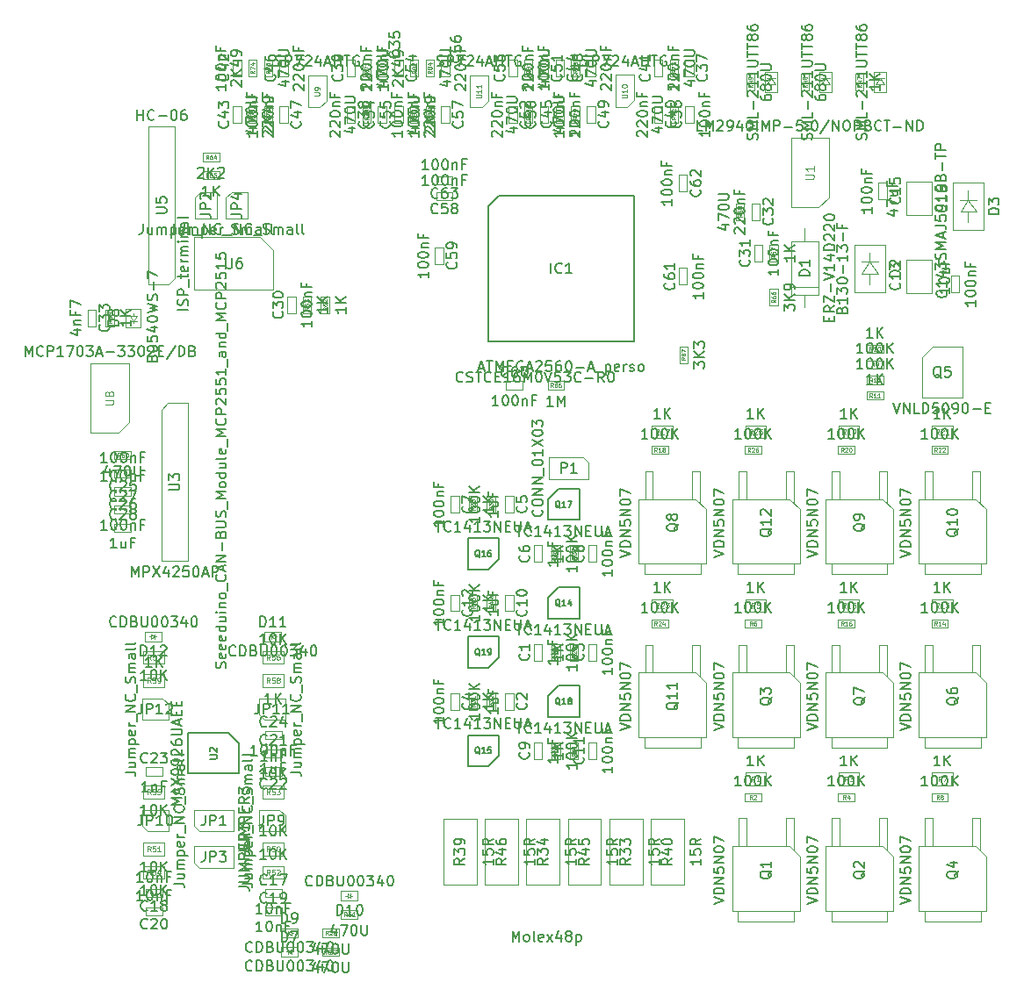
<source format=gbr>
G04 #@! TF.FileFunction,Other,Fab,Top*
%FSLAX46Y46*%
G04 Gerber Fmt 4.6, Leading zero omitted, Abs format (unit mm)*
G04 Created by KiCad (PCBNEW 4.0.2-stable) date 26.04.2018 20:03:19*
%MOMM*%
G01*
G04 APERTURE LIST*
%ADD10C,0.100000*%
%ADD11C,0.150000*%
%ADD12C,0.075000*%
%ADD13C,0.120000*%
G04 APERTURE END LIST*
D10*
X61115000Y-88980000D02*
X63020000Y-88980000D01*
X63020000Y-88980000D02*
X63020000Y-104220000D01*
X63020000Y-104220000D02*
X60480000Y-104220000D01*
X60480000Y-104220000D02*
X60480000Y-89615000D01*
X60480000Y-89615000D02*
X61115000Y-88980000D01*
X97150000Y-113800000D02*
X96350000Y-113800000D01*
X97150000Y-112200000D02*
X97150000Y-113800000D01*
X96350000Y-112200000D02*
X97150000Y-112200000D01*
X96350000Y-113800000D02*
X96350000Y-112200000D01*
X93600000Y-116950000D02*
X94400000Y-116950000D01*
X93600000Y-118550000D02*
X93600000Y-116950000D01*
X94400000Y-118550000D02*
X93600000Y-118550000D01*
X94400000Y-116950000D02*
X94400000Y-118550000D01*
X102400000Y-113800000D02*
X101600000Y-113800000D01*
X102400000Y-112200000D02*
X102400000Y-113800000D01*
X101600000Y-112200000D02*
X102400000Y-112200000D01*
X101600000Y-113800000D02*
X101600000Y-112200000D01*
X88350000Y-116950000D02*
X89150000Y-116950000D01*
X88350000Y-118550000D02*
X88350000Y-116950000D01*
X89150000Y-118550000D02*
X88350000Y-118550000D01*
X89150000Y-116950000D02*
X89150000Y-118550000D01*
X93600000Y-97950000D02*
X94400000Y-97950000D01*
X93600000Y-99550000D02*
X93600000Y-97950000D01*
X94400000Y-99550000D02*
X93600000Y-99550000D01*
X94400000Y-97950000D02*
X94400000Y-99550000D01*
X97150000Y-104300000D02*
X96350000Y-104300000D01*
X97150000Y-102700000D02*
X97150000Y-104300000D01*
X96350000Y-102700000D02*
X97150000Y-102700000D01*
X96350000Y-104300000D02*
X96350000Y-102700000D01*
X88350000Y-97950000D02*
X89150000Y-97950000D01*
X88350000Y-99550000D02*
X88350000Y-97950000D01*
X89150000Y-99550000D02*
X88350000Y-99550000D01*
X89150000Y-97950000D02*
X89150000Y-99550000D01*
X102400000Y-104300000D02*
X101600000Y-104300000D01*
X102400000Y-102700000D02*
X102400000Y-104300000D01*
X101600000Y-102700000D02*
X102400000Y-102700000D01*
X101600000Y-104300000D02*
X101600000Y-102700000D01*
X97150000Y-123300000D02*
X96350000Y-123300000D01*
X97150000Y-121700000D02*
X97150000Y-123300000D01*
X96350000Y-121700000D02*
X97150000Y-121700000D01*
X96350000Y-123300000D02*
X96350000Y-121700000D01*
X93600000Y-107450000D02*
X94400000Y-107450000D01*
X93600000Y-109050000D02*
X93600000Y-107450000D01*
X94400000Y-109050000D02*
X93600000Y-109050000D01*
X94400000Y-107450000D02*
X94400000Y-109050000D01*
X102400000Y-123300000D02*
X101600000Y-123300000D01*
X102400000Y-121700000D02*
X102400000Y-123300000D01*
X101600000Y-121700000D02*
X102400000Y-121700000D01*
X101600000Y-123300000D02*
X101600000Y-121700000D01*
X88350000Y-107450000D02*
X89150000Y-107450000D01*
X88350000Y-109050000D02*
X88350000Y-107450000D01*
X89150000Y-109050000D02*
X88350000Y-109050000D01*
X89150000Y-107450000D02*
X89150000Y-109050000D01*
X134750000Y-78350000D02*
X132250000Y-78350000D01*
X134750000Y-75150000D02*
X134750000Y-78350000D01*
X132250000Y-75150000D02*
X134750000Y-75150000D01*
X132250000Y-78350000D02*
X132250000Y-75150000D01*
X137400000Y-78300000D02*
X136600000Y-78300000D01*
X137400000Y-76700000D02*
X137400000Y-78300000D01*
X136600000Y-76700000D02*
X137400000Y-76700000D01*
X136600000Y-78300000D02*
X136600000Y-76700000D01*
X129600000Y-67700000D02*
X130400000Y-67700000D01*
X129600000Y-69300000D02*
X129600000Y-67700000D01*
X130400000Y-69300000D02*
X129600000Y-69300000D01*
X130400000Y-67700000D02*
X130400000Y-69300000D01*
X132250000Y-67650000D02*
X134750000Y-67650000D01*
X132250000Y-70850000D02*
X132250000Y-67650000D01*
X134750000Y-70850000D02*
X132250000Y-70850000D01*
X134750000Y-67650000D02*
X134750000Y-70850000D01*
X70450000Y-136650000D02*
X70450000Y-135850000D01*
X72050000Y-136650000D02*
X70450000Y-136650000D01*
X72050000Y-135850000D02*
X72050000Y-136650000D01*
X70450000Y-135850000D02*
X72050000Y-135850000D01*
X60550000Y-135850000D02*
X60550000Y-136650000D01*
X58950000Y-135850000D02*
X60550000Y-135850000D01*
X58950000Y-136650000D02*
X58950000Y-135850000D01*
X60550000Y-136650000D02*
X58950000Y-136650000D01*
X70450000Y-138400000D02*
X70450000Y-137600000D01*
X72050000Y-138400000D02*
X70450000Y-138400000D01*
X72050000Y-137600000D02*
X72050000Y-138400000D01*
X70450000Y-137600000D02*
X72050000Y-137600000D01*
X60550000Y-137600000D02*
X60550000Y-138400000D01*
X58950000Y-137600000D02*
X60550000Y-137600000D01*
X58950000Y-138400000D02*
X58950000Y-137600000D01*
X60550000Y-138400000D02*
X58950000Y-138400000D01*
X70450000Y-123150000D02*
X70450000Y-122350000D01*
X72050000Y-123150000D02*
X70450000Y-123150000D01*
X72050000Y-122350000D02*
X72050000Y-123150000D01*
X70450000Y-122350000D02*
X72050000Y-122350000D01*
X72050000Y-124100000D02*
X72050000Y-124900000D01*
X70450000Y-124100000D02*
X72050000Y-124100000D01*
X70450000Y-124900000D02*
X70450000Y-124100000D01*
X72050000Y-124900000D02*
X70450000Y-124900000D01*
X58950000Y-124900000D02*
X58950000Y-124100000D01*
X60550000Y-124900000D02*
X58950000Y-124900000D01*
X60550000Y-124100000D02*
X60550000Y-124900000D01*
X58950000Y-124100000D02*
X60550000Y-124100000D01*
X70450000Y-121400000D02*
X70450000Y-120600000D01*
X72050000Y-121400000D02*
X70450000Y-121400000D01*
X72050000Y-120600000D02*
X72050000Y-121400000D01*
X70450000Y-120600000D02*
X72050000Y-120600000D01*
X57550000Y-95350000D02*
X57550000Y-96150000D01*
X55950000Y-95350000D02*
X57550000Y-95350000D01*
X55950000Y-96150000D02*
X55950000Y-95350000D01*
X57550000Y-96150000D02*
X55950000Y-96150000D01*
X57550000Y-97100000D02*
X57550000Y-97900000D01*
X55950000Y-97100000D02*
X57550000Y-97100000D01*
X55950000Y-97900000D02*
X55950000Y-97100000D01*
X57550000Y-97900000D02*
X55950000Y-97900000D01*
X55950000Y-99650000D02*
X55950000Y-98850000D01*
X57550000Y-99650000D02*
X55950000Y-99650000D01*
X57550000Y-98850000D02*
X57550000Y-99650000D01*
X55950000Y-98850000D02*
X57550000Y-98850000D01*
X55950000Y-101400000D02*
X55950000Y-100600000D01*
X57550000Y-101400000D02*
X55950000Y-101400000D01*
X57550000Y-100600000D02*
X57550000Y-101400000D01*
X55950000Y-100600000D02*
X57550000Y-100600000D01*
X73400000Y-80300000D02*
X72600000Y-80300000D01*
X73400000Y-78700000D02*
X73400000Y-80300000D01*
X72600000Y-78700000D02*
X73400000Y-78700000D01*
X72600000Y-80300000D02*
X72600000Y-78700000D01*
X118400000Y-75300000D02*
X117600000Y-75300000D01*
X118400000Y-73700000D02*
X118400000Y-75300000D01*
X117600000Y-73700000D02*
X118400000Y-73700000D01*
X117600000Y-75300000D02*
X117600000Y-73700000D01*
X117350000Y-69700000D02*
X118150000Y-69700000D01*
X117350000Y-71300000D02*
X117350000Y-69700000D01*
X118150000Y-71300000D02*
X117350000Y-71300000D01*
X118150000Y-69700000D02*
X118150000Y-71300000D01*
X53350000Y-79950000D02*
X54150000Y-79950000D01*
X53350000Y-81550000D02*
X53350000Y-79950000D01*
X54150000Y-81550000D02*
X53350000Y-81550000D01*
X54150000Y-79950000D02*
X54150000Y-81550000D01*
X82150000Y-61950000D02*
X81350000Y-61950000D01*
X82150000Y-60350000D02*
X82150000Y-61950000D01*
X81350000Y-60350000D02*
X82150000Y-60350000D01*
X81350000Y-61950000D02*
X81350000Y-60350000D01*
X81350000Y-55850000D02*
X82150000Y-55850000D01*
X81350000Y-57450000D02*
X81350000Y-55850000D01*
X82150000Y-57450000D02*
X81350000Y-57450000D01*
X82150000Y-55850000D02*
X82150000Y-57450000D01*
X111775000Y-61925000D02*
X110975000Y-61925000D01*
X111775000Y-60325000D02*
X111775000Y-61925000D01*
X110975000Y-60325000D02*
X111775000Y-60325000D01*
X110975000Y-61925000D02*
X110975000Y-60325000D01*
X110975000Y-55825000D02*
X111775000Y-55825000D01*
X110975000Y-57425000D02*
X110975000Y-55825000D01*
X111775000Y-57425000D02*
X110975000Y-57425000D01*
X111775000Y-55825000D02*
X111775000Y-57425000D01*
X78350000Y-60350000D02*
X79150000Y-60350000D01*
X78350000Y-61950000D02*
X78350000Y-60350000D01*
X79150000Y-61950000D02*
X78350000Y-61950000D01*
X79150000Y-60350000D02*
X79150000Y-61950000D01*
X79150000Y-57450000D02*
X78350000Y-57450000D01*
X79150000Y-55850000D02*
X79150000Y-57450000D01*
X78350000Y-55850000D02*
X79150000Y-55850000D01*
X78350000Y-57450000D02*
X78350000Y-55850000D01*
X107975000Y-60325000D02*
X108775000Y-60325000D01*
X107975000Y-61925000D02*
X107975000Y-60325000D01*
X108775000Y-61925000D02*
X107975000Y-61925000D01*
X108775000Y-60325000D02*
X108775000Y-61925000D01*
X108775000Y-57425000D02*
X107975000Y-57425000D01*
X108775000Y-55825000D02*
X108775000Y-57425000D01*
X107975000Y-55825000D02*
X108775000Y-55825000D01*
X107975000Y-57425000D02*
X107975000Y-55825000D01*
X67350000Y-55850000D02*
X68150000Y-55850000D01*
X67350000Y-57450000D02*
X67350000Y-55850000D01*
X68150000Y-57450000D02*
X67350000Y-57450000D01*
X68150000Y-55850000D02*
X68150000Y-57450000D01*
X68150000Y-61950000D02*
X67350000Y-61950000D01*
X68150000Y-60350000D02*
X68150000Y-61950000D01*
X67350000Y-60350000D02*
X68150000Y-60350000D01*
X67350000Y-61950000D02*
X67350000Y-60350000D01*
X98475000Y-55825000D02*
X99275000Y-55825000D01*
X98475000Y-57425000D02*
X98475000Y-55825000D01*
X99275000Y-57425000D02*
X98475000Y-57425000D01*
X99275000Y-55825000D02*
X99275000Y-57425000D01*
X99275000Y-61925000D02*
X98475000Y-61925000D01*
X99275000Y-60325000D02*
X99275000Y-61925000D01*
X98475000Y-60325000D02*
X99275000Y-60325000D01*
X98475000Y-61925000D02*
X98475000Y-60325000D01*
X72650000Y-57450000D02*
X71850000Y-57450000D01*
X72650000Y-55850000D02*
X72650000Y-57450000D01*
X71850000Y-55850000D02*
X72650000Y-55850000D01*
X71850000Y-57450000D02*
X71850000Y-55850000D01*
X71850000Y-60350000D02*
X72650000Y-60350000D01*
X71850000Y-61950000D02*
X71850000Y-60350000D01*
X72650000Y-61950000D02*
X71850000Y-61950000D01*
X72650000Y-60350000D02*
X72650000Y-61950000D01*
X102275000Y-57425000D02*
X101475000Y-57425000D01*
X102275000Y-55825000D02*
X102275000Y-57425000D01*
X101475000Y-55825000D02*
X102275000Y-55825000D01*
X101475000Y-57425000D02*
X101475000Y-55825000D01*
X101475000Y-60325000D02*
X102275000Y-60325000D01*
X101475000Y-61925000D02*
X101475000Y-60325000D01*
X102275000Y-61925000D02*
X101475000Y-61925000D01*
X102275000Y-60325000D02*
X102275000Y-61925000D01*
X97750000Y-61950000D02*
X96950000Y-61950000D01*
X97750000Y-60350000D02*
X97750000Y-61950000D01*
X96950000Y-60350000D02*
X97750000Y-60350000D01*
X96950000Y-61950000D02*
X96950000Y-60350000D01*
X96950000Y-55850000D02*
X97750000Y-55850000D01*
X96950000Y-57450000D02*
X96950000Y-55850000D01*
X97750000Y-57450000D02*
X96950000Y-57450000D01*
X97750000Y-55850000D02*
X97750000Y-57450000D01*
X93950000Y-60350000D02*
X94750000Y-60350000D01*
X93950000Y-61950000D02*
X93950000Y-60350000D01*
X94750000Y-61950000D02*
X93950000Y-61950000D01*
X94750000Y-60350000D02*
X94750000Y-61950000D01*
X94750000Y-57450000D02*
X93950000Y-57450000D01*
X94750000Y-55850000D02*
X94750000Y-57450000D01*
X93950000Y-55850000D02*
X94750000Y-55850000D01*
X93950000Y-57450000D02*
X93950000Y-55850000D01*
X82950000Y-55850000D02*
X83750000Y-55850000D01*
X82950000Y-57450000D02*
X82950000Y-55850000D01*
X83750000Y-57450000D02*
X82950000Y-57450000D01*
X83750000Y-55850000D02*
X83750000Y-57450000D01*
X83750000Y-61950000D02*
X82950000Y-61950000D01*
X83750000Y-60350000D02*
X83750000Y-61950000D01*
X82950000Y-60350000D02*
X83750000Y-60350000D01*
X82950000Y-61950000D02*
X82950000Y-60350000D01*
X88250000Y-57450000D02*
X87450000Y-57450000D01*
X88250000Y-55850000D02*
X88250000Y-57450000D01*
X87450000Y-55850000D02*
X88250000Y-55850000D01*
X87450000Y-57450000D02*
X87450000Y-55850000D01*
X87450000Y-60350000D02*
X88250000Y-60350000D01*
X87450000Y-61950000D02*
X87450000Y-60350000D01*
X88250000Y-61950000D02*
X87450000Y-61950000D01*
X88250000Y-60350000D02*
X88250000Y-61950000D01*
X88550000Y-68600000D02*
X88550000Y-69400000D01*
X86950000Y-68600000D02*
X88550000Y-68600000D01*
X86950000Y-69400000D02*
X86950000Y-68600000D01*
X88550000Y-69400000D02*
X86950000Y-69400000D01*
X86850000Y-73950000D02*
X87650000Y-73950000D01*
X86850000Y-75550000D02*
X86850000Y-73950000D01*
X87650000Y-75550000D02*
X86850000Y-75550000D01*
X87650000Y-73950000D02*
X87650000Y-75550000D01*
X93700000Y-87650000D02*
X93700000Y-86850000D01*
X95300000Y-87650000D02*
X93700000Y-87650000D01*
X95300000Y-86850000D02*
X95300000Y-87650000D01*
X93700000Y-86850000D02*
X95300000Y-86850000D01*
X111150000Y-77550000D02*
X110350000Y-77550000D01*
X111150000Y-75950000D02*
X111150000Y-77550000D01*
X110350000Y-75950000D02*
X111150000Y-75950000D01*
X110350000Y-77550000D02*
X110350000Y-75950000D01*
X110350000Y-66950000D02*
X111150000Y-66950000D01*
X110350000Y-68550000D02*
X110350000Y-66950000D01*
X111150000Y-68550000D02*
X110350000Y-68550000D01*
X111150000Y-66950000D02*
X111150000Y-68550000D01*
X88550000Y-67100000D02*
X88550000Y-67900000D01*
X86950000Y-67100000D02*
X88550000Y-67100000D01*
X86950000Y-67900000D02*
X86950000Y-67100000D01*
X88550000Y-67900000D02*
X86950000Y-67900000D01*
X121150000Y-78540000D02*
X123850000Y-78540000D01*
X123850000Y-78540000D02*
X123850000Y-73340000D01*
X123850000Y-73340000D02*
X121150000Y-73340000D01*
X121150000Y-73340000D02*
X121150000Y-78540000D01*
X122500000Y-79750000D02*
X122500000Y-78540000D01*
X122500000Y-72130000D02*
X122500000Y-73340000D01*
X121150000Y-77760000D02*
X123850000Y-77760000D01*
X127250000Y-78300000D02*
X127250000Y-73700000D01*
X127250000Y-73700000D02*
X130250000Y-73700000D01*
X130250000Y-78300000D02*
X127250000Y-78300000D01*
X130250000Y-78300000D02*
X130250000Y-73700000D01*
X128748980Y-75350560D02*
X128748980Y-74448860D01*
X128748980Y-76501180D02*
X128748980Y-77499400D01*
X129549080Y-75350560D02*
X127948880Y-75350560D01*
X127999680Y-76501180D02*
X129549080Y-76501180D01*
X128748980Y-75350560D02*
X127999680Y-76501180D01*
X128748980Y-75350560D02*
X129549080Y-76501180D01*
X136750000Y-72300000D02*
X136750000Y-67700000D01*
X136750000Y-67700000D02*
X139750000Y-67700000D01*
X139750000Y-72300000D02*
X136750000Y-72300000D01*
X139750000Y-72300000D02*
X139750000Y-67700000D01*
X138248980Y-69350560D02*
X138248980Y-68448860D01*
X138248980Y-70501180D02*
X138248980Y-71499400D01*
X139049080Y-69350560D02*
X137448880Y-69350560D01*
X137499680Y-70501180D02*
X139049080Y-70501180D01*
X138248980Y-69350560D02*
X137499680Y-70501180D01*
X138248980Y-69350560D02*
X139049080Y-70501180D01*
X130150000Y-57600000D02*
X129350000Y-57600000D01*
X129750000Y-57600000D02*
X130150000Y-58200000D01*
X129350000Y-58200000D02*
X129750000Y-57600000D01*
X130150000Y-58200000D02*
X129350000Y-58200000D01*
X129130000Y-57000000D02*
X130370000Y-57000000D01*
X129130000Y-59000000D02*
X129130000Y-57000000D01*
X130370000Y-59000000D02*
X129130000Y-59000000D01*
X130370000Y-57000000D02*
X130370000Y-59000000D01*
X124900000Y-57600000D02*
X124100000Y-57600000D01*
X124500000Y-57600000D02*
X124900000Y-58200000D01*
X124100000Y-58200000D02*
X124500000Y-57600000D01*
X124900000Y-58200000D02*
X124100000Y-58200000D01*
X123880000Y-57000000D02*
X125120000Y-57000000D01*
X123880000Y-59000000D02*
X123880000Y-57000000D01*
X125120000Y-59000000D02*
X123880000Y-59000000D01*
X125120000Y-57000000D02*
X125120000Y-59000000D01*
X119650000Y-57600000D02*
X118850000Y-57600000D01*
X119250000Y-57600000D02*
X119650000Y-58200000D01*
X118850000Y-58200000D02*
X119250000Y-57600000D01*
X119650000Y-58200000D02*
X118850000Y-58200000D01*
X118630000Y-57000000D02*
X119870000Y-57000000D01*
X118630000Y-59000000D02*
X118630000Y-57000000D01*
X119870000Y-59000000D02*
X118630000Y-59000000D01*
X119870000Y-57000000D02*
X119870000Y-59000000D01*
X57750000Y-80550000D02*
X57750000Y-80300000D01*
X58100000Y-80550000D02*
X57750000Y-81050000D01*
X57400000Y-80550000D02*
X58100000Y-80550000D01*
X57750000Y-81050000D02*
X57400000Y-80550000D01*
X57750000Y-81050000D02*
X57750000Y-81250000D01*
X57400000Y-81050000D02*
X58100000Y-81050000D01*
X58450000Y-81650000D02*
X57050000Y-81650000D01*
X58450000Y-79850000D02*
X58450000Y-81650000D01*
X57050000Y-79850000D02*
X58450000Y-79850000D01*
X57050000Y-81650000D02*
X57050000Y-79850000D01*
D11*
X93000000Y-69000000D02*
X106000000Y-69000000D01*
X106000000Y-69000000D02*
X106000000Y-83000000D01*
X106000000Y-83000000D02*
X92000000Y-83000000D01*
X92000000Y-83000000D02*
X92000000Y-70000000D01*
X92000000Y-70000000D02*
X93000000Y-69000000D01*
D10*
X64225000Y-68615000D02*
X65800000Y-68615000D01*
X65800000Y-68615000D02*
X65800000Y-71155000D01*
X65800000Y-71155000D02*
X63700000Y-71155000D01*
X63700000Y-71155000D02*
X63700000Y-69140000D01*
X63700000Y-69140000D02*
X64225000Y-68615000D01*
X67225000Y-68615000D02*
X68800000Y-68615000D01*
X68800000Y-68615000D02*
X68800000Y-71155000D01*
X68800000Y-71155000D02*
X66700000Y-71155000D01*
X66700000Y-71155000D02*
X66700000Y-69140000D01*
X66700000Y-69140000D02*
X67225000Y-68615000D01*
X72385000Y-128725000D02*
X72385000Y-130300000D01*
X72385000Y-130300000D02*
X69845000Y-130300000D01*
X69845000Y-130300000D02*
X69845000Y-128200000D01*
X69845000Y-128200000D02*
X71860000Y-128200000D01*
X71860000Y-128200000D02*
X72385000Y-128725000D01*
X58615000Y-129775000D02*
X58615000Y-128200000D01*
X58615000Y-128200000D02*
X61155000Y-128200000D01*
X61155000Y-128200000D02*
X61155000Y-130300000D01*
X61155000Y-130300000D02*
X59140000Y-130300000D01*
X59140000Y-130300000D02*
X58615000Y-129775000D01*
X69865000Y-119025000D02*
X69865000Y-117450000D01*
X69865000Y-117450000D02*
X72405000Y-117450000D01*
X72405000Y-117450000D02*
X72405000Y-119550000D01*
X72405000Y-119550000D02*
X70390000Y-119550000D01*
X70390000Y-119550000D02*
X69865000Y-119025000D01*
X61135000Y-117975000D02*
X61135000Y-119550000D01*
X61135000Y-119550000D02*
X58595000Y-119550000D01*
X58595000Y-119550000D02*
X58595000Y-117450000D01*
X58595000Y-117450000D02*
X60610000Y-117450000D01*
X60610000Y-117450000D02*
X61135000Y-117975000D01*
X101635000Y-94725000D02*
X101635000Y-96300000D01*
X101635000Y-96300000D02*
X97825000Y-96300000D01*
X97825000Y-96300000D02*
X97825000Y-94200000D01*
X97825000Y-94200000D02*
X101110000Y-94200000D01*
X101110000Y-94200000D02*
X101635000Y-94725000D01*
X121450000Y-137950000D02*
X121450000Y-138950000D01*
X121450000Y-138950000D02*
X116050000Y-138950000D01*
X116050000Y-138950000D02*
X116050000Y-137950000D01*
X122000000Y-137950000D02*
X115500000Y-137950000D01*
X115500000Y-137950000D02*
X115500000Y-131730000D01*
X115500000Y-131730000D02*
X121000000Y-131730000D01*
X121000000Y-131730000D02*
X122000000Y-132730000D01*
X122000000Y-132730000D02*
X122000000Y-137950000D01*
X121405000Y-132135000D02*
X121405000Y-129030000D01*
X121405000Y-129030000D02*
X120655000Y-129030000D01*
X120655000Y-129030000D02*
X120655000Y-131730000D01*
X116845000Y-131730000D02*
X116845000Y-129030000D01*
X116845000Y-129030000D02*
X116095000Y-129030000D01*
X116095000Y-129030000D02*
X116095000Y-131730000D01*
X130450000Y-137950000D02*
X130450000Y-138950000D01*
X130450000Y-138950000D02*
X125050000Y-138950000D01*
X125050000Y-138950000D02*
X125050000Y-137950000D01*
X131000000Y-137950000D02*
X124500000Y-137950000D01*
X124500000Y-137950000D02*
X124500000Y-131730000D01*
X124500000Y-131730000D02*
X130000000Y-131730000D01*
X130000000Y-131730000D02*
X131000000Y-132730000D01*
X131000000Y-132730000D02*
X131000000Y-137950000D01*
X130405000Y-132135000D02*
X130405000Y-129030000D01*
X130405000Y-129030000D02*
X129655000Y-129030000D01*
X129655000Y-129030000D02*
X129655000Y-131730000D01*
X125845000Y-131730000D02*
X125845000Y-129030000D01*
X125845000Y-129030000D02*
X125095000Y-129030000D01*
X125095000Y-129030000D02*
X125095000Y-131730000D01*
X121450000Y-121200000D02*
X121450000Y-122200000D01*
X121450000Y-122200000D02*
X116050000Y-122200000D01*
X116050000Y-122200000D02*
X116050000Y-121200000D01*
X122000000Y-121200000D02*
X115500000Y-121200000D01*
X115500000Y-121200000D02*
X115500000Y-114980000D01*
X115500000Y-114980000D02*
X121000000Y-114980000D01*
X121000000Y-114980000D02*
X122000000Y-115980000D01*
X122000000Y-115980000D02*
X122000000Y-121200000D01*
X121405000Y-115385000D02*
X121405000Y-112280000D01*
X121405000Y-112280000D02*
X120655000Y-112280000D01*
X120655000Y-112280000D02*
X120655000Y-114980000D01*
X116845000Y-114980000D02*
X116845000Y-112280000D01*
X116845000Y-112280000D02*
X116095000Y-112280000D01*
X116095000Y-112280000D02*
X116095000Y-114980000D01*
X139450000Y-137950000D02*
X139450000Y-138950000D01*
X139450000Y-138950000D02*
X134050000Y-138950000D01*
X134050000Y-138950000D02*
X134050000Y-137950000D01*
X140000000Y-137950000D02*
X133500000Y-137950000D01*
X133500000Y-137950000D02*
X133500000Y-131730000D01*
X133500000Y-131730000D02*
X139000000Y-131730000D01*
X139000000Y-131730000D02*
X140000000Y-132730000D01*
X140000000Y-132730000D02*
X140000000Y-137950000D01*
X139405000Y-132135000D02*
X139405000Y-129030000D01*
X139405000Y-129030000D02*
X138655000Y-129030000D01*
X138655000Y-129030000D02*
X138655000Y-131730000D01*
X134845000Y-131730000D02*
X134845000Y-129030000D01*
X134845000Y-129030000D02*
X134095000Y-129030000D01*
X134095000Y-129030000D02*
X134095000Y-131730000D01*
X134800000Y-83550000D02*
X137700000Y-83550000D01*
X137700000Y-83550000D02*
X137700000Y-88450000D01*
X137700000Y-88450000D02*
X133800000Y-88450000D01*
X133800000Y-88450000D02*
X133800000Y-84550000D01*
X133800000Y-84550000D02*
X134800000Y-83550000D01*
X139450000Y-121200000D02*
X139450000Y-122200000D01*
X139450000Y-122200000D02*
X134050000Y-122200000D01*
X134050000Y-122200000D02*
X134050000Y-121200000D01*
X140000000Y-121200000D02*
X133500000Y-121200000D01*
X133500000Y-121200000D02*
X133500000Y-114980000D01*
X133500000Y-114980000D02*
X139000000Y-114980000D01*
X139000000Y-114980000D02*
X140000000Y-115980000D01*
X140000000Y-115980000D02*
X140000000Y-121200000D01*
X139405000Y-115385000D02*
X139405000Y-112280000D01*
X139405000Y-112280000D02*
X138655000Y-112280000D01*
X138655000Y-112280000D02*
X138655000Y-114980000D01*
X134845000Y-114980000D02*
X134845000Y-112280000D01*
X134845000Y-112280000D02*
X134095000Y-112280000D01*
X134095000Y-112280000D02*
X134095000Y-114980000D01*
X130450000Y-121200000D02*
X130450000Y-122200000D01*
X130450000Y-122200000D02*
X125050000Y-122200000D01*
X125050000Y-122200000D02*
X125050000Y-121200000D01*
X131000000Y-121200000D02*
X124500000Y-121200000D01*
X124500000Y-121200000D02*
X124500000Y-114980000D01*
X124500000Y-114980000D02*
X130000000Y-114980000D01*
X130000000Y-114980000D02*
X131000000Y-115980000D01*
X131000000Y-115980000D02*
X131000000Y-121200000D01*
X130405000Y-115385000D02*
X130405000Y-112280000D01*
X130405000Y-112280000D02*
X129655000Y-112280000D01*
X129655000Y-112280000D02*
X129655000Y-114980000D01*
X125845000Y-114980000D02*
X125845000Y-112280000D01*
X125845000Y-112280000D02*
X125095000Y-112280000D01*
X125095000Y-112280000D02*
X125095000Y-114980000D01*
X112450000Y-104450000D02*
X112450000Y-105450000D01*
X112450000Y-105450000D02*
X107050000Y-105450000D01*
X107050000Y-105450000D02*
X107050000Y-104450000D01*
X113000000Y-104450000D02*
X106500000Y-104450000D01*
X106500000Y-104450000D02*
X106500000Y-98230000D01*
X106500000Y-98230000D02*
X112000000Y-98230000D01*
X112000000Y-98230000D02*
X113000000Y-99230000D01*
X113000000Y-99230000D02*
X113000000Y-104450000D01*
X112405000Y-98635000D02*
X112405000Y-95530000D01*
X112405000Y-95530000D02*
X111655000Y-95530000D01*
X111655000Y-95530000D02*
X111655000Y-98230000D01*
X107845000Y-98230000D02*
X107845000Y-95530000D01*
X107845000Y-95530000D02*
X107095000Y-95530000D01*
X107095000Y-95530000D02*
X107095000Y-98230000D01*
X130450000Y-104450000D02*
X130450000Y-105450000D01*
X130450000Y-105450000D02*
X125050000Y-105450000D01*
X125050000Y-105450000D02*
X125050000Y-104450000D01*
X131000000Y-104450000D02*
X124500000Y-104450000D01*
X124500000Y-104450000D02*
X124500000Y-98230000D01*
X124500000Y-98230000D02*
X130000000Y-98230000D01*
X130000000Y-98230000D02*
X131000000Y-99230000D01*
X131000000Y-99230000D02*
X131000000Y-104450000D01*
X130405000Y-98635000D02*
X130405000Y-95530000D01*
X130405000Y-95530000D02*
X129655000Y-95530000D01*
X129655000Y-95530000D02*
X129655000Y-98230000D01*
X125845000Y-98230000D02*
X125845000Y-95530000D01*
X125845000Y-95530000D02*
X125095000Y-95530000D01*
X125095000Y-95530000D02*
X125095000Y-98230000D01*
X139450000Y-104450000D02*
X139450000Y-105450000D01*
X139450000Y-105450000D02*
X134050000Y-105450000D01*
X134050000Y-105450000D02*
X134050000Y-104450000D01*
X140000000Y-104450000D02*
X133500000Y-104450000D01*
X133500000Y-104450000D02*
X133500000Y-98230000D01*
X133500000Y-98230000D02*
X139000000Y-98230000D01*
X139000000Y-98230000D02*
X140000000Y-99230000D01*
X140000000Y-99230000D02*
X140000000Y-104450000D01*
X139405000Y-98635000D02*
X139405000Y-95530000D01*
X139405000Y-95530000D02*
X138655000Y-95530000D01*
X138655000Y-95530000D02*
X138655000Y-98230000D01*
X134845000Y-98230000D02*
X134845000Y-95530000D01*
X134845000Y-95530000D02*
X134095000Y-95530000D01*
X134095000Y-95530000D02*
X134095000Y-98230000D01*
X112450000Y-121200000D02*
X112450000Y-122200000D01*
X112450000Y-122200000D02*
X107050000Y-122200000D01*
X107050000Y-122200000D02*
X107050000Y-121200000D01*
X113000000Y-121200000D02*
X106500000Y-121200000D01*
X106500000Y-121200000D02*
X106500000Y-114980000D01*
X106500000Y-114980000D02*
X112000000Y-114980000D01*
X112000000Y-114980000D02*
X113000000Y-115980000D01*
X113000000Y-115980000D02*
X113000000Y-121200000D01*
X112405000Y-115385000D02*
X112405000Y-112280000D01*
X112405000Y-112280000D02*
X111655000Y-112280000D01*
X111655000Y-112280000D02*
X111655000Y-114980000D01*
X107845000Y-114980000D02*
X107845000Y-112280000D01*
X107845000Y-112280000D02*
X107095000Y-112280000D01*
X107095000Y-112280000D02*
X107095000Y-114980000D01*
X121450000Y-104450000D02*
X121450000Y-105450000D01*
X121450000Y-105450000D02*
X116050000Y-105450000D01*
X116050000Y-105450000D02*
X116050000Y-104450000D01*
X122000000Y-104450000D02*
X115500000Y-104450000D01*
X115500000Y-104450000D02*
X115500000Y-98230000D01*
X115500000Y-98230000D02*
X121000000Y-98230000D01*
X121000000Y-98230000D02*
X122000000Y-99230000D01*
X122000000Y-99230000D02*
X122000000Y-104450000D01*
X121405000Y-98635000D02*
X121405000Y-95530000D01*
X121405000Y-95530000D02*
X120655000Y-95530000D01*
X120655000Y-95530000D02*
X120655000Y-98230000D01*
X116845000Y-98230000D02*
X116845000Y-95530000D01*
X116845000Y-95530000D02*
X116095000Y-95530000D01*
X116095000Y-95530000D02*
X116095000Y-98230000D01*
D11*
X98750000Y-106750000D02*
X100750000Y-106750000D01*
X100750000Y-106750000D02*
X100750000Y-109750000D01*
X100750000Y-109750000D02*
X97750000Y-109750000D01*
X97750000Y-109750000D02*
X97750000Y-107750000D01*
X97750000Y-107750000D02*
X98750000Y-106750000D01*
X92000000Y-124000000D02*
X90000000Y-124000000D01*
X90000000Y-124000000D02*
X90000000Y-121000000D01*
X90000000Y-121000000D02*
X93000000Y-121000000D01*
X93000000Y-121000000D02*
X93000000Y-123000000D01*
X93000000Y-123000000D02*
X92000000Y-124000000D01*
X92000000Y-105000000D02*
X90000000Y-105000000D01*
X90000000Y-105000000D02*
X90000000Y-102000000D01*
X90000000Y-102000000D02*
X93000000Y-102000000D01*
X93000000Y-102000000D02*
X93000000Y-104000000D01*
X93000000Y-104000000D02*
X92000000Y-105000000D01*
X98750000Y-97250000D02*
X100750000Y-97250000D01*
X100750000Y-97250000D02*
X100750000Y-100250000D01*
X100750000Y-100250000D02*
X97750000Y-100250000D01*
X97750000Y-100250000D02*
X97750000Y-98250000D01*
X97750000Y-98250000D02*
X98750000Y-97250000D01*
X98750000Y-116250000D02*
X100750000Y-116250000D01*
X100750000Y-116250000D02*
X100750000Y-119250000D01*
X100750000Y-119250000D02*
X97750000Y-119250000D01*
X97750000Y-119250000D02*
X97750000Y-117250000D01*
X97750000Y-117250000D02*
X98750000Y-116250000D01*
X92000000Y-114500000D02*
X90000000Y-114500000D01*
X90000000Y-114500000D02*
X90000000Y-111500000D01*
X90000000Y-111500000D02*
X93000000Y-111500000D01*
X93000000Y-111500000D02*
X93000000Y-113500000D01*
X93000000Y-113500000D02*
X92000000Y-114500000D01*
D10*
X118750000Y-124630000D02*
X118750000Y-125870000D01*
X116750000Y-124630000D02*
X118750000Y-124630000D01*
X116750000Y-125870000D02*
X116750000Y-124630000D01*
X118750000Y-125870000D02*
X116750000Y-125870000D01*
X118300000Y-126600000D02*
X118300000Y-127400000D01*
X116700000Y-126600000D02*
X118300000Y-126600000D01*
X116700000Y-127400000D02*
X116700000Y-126600000D01*
X118300000Y-127400000D02*
X116700000Y-127400000D01*
X127750000Y-124630000D02*
X127750000Y-125870000D01*
X125750000Y-124630000D02*
X127750000Y-124630000D01*
X125750000Y-125870000D02*
X125750000Y-124630000D01*
X127750000Y-125870000D02*
X125750000Y-125870000D01*
X127300000Y-126600000D02*
X127300000Y-127400000D01*
X125700000Y-126600000D02*
X127300000Y-126600000D01*
X125700000Y-127400000D02*
X125700000Y-126600000D01*
X127300000Y-127400000D02*
X125700000Y-127400000D01*
X118750000Y-107880000D02*
X118750000Y-109120000D01*
X116750000Y-107880000D02*
X118750000Y-107880000D01*
X116750000Y-109120000D02*
X116750000Y-107880000D01*
X118750000Y-109120000D02*
X116750000Y-109120000D01*
X118300000Y-109850000D02*
X118300000Y-110650000D01*
X116700000Y-109850000D02*
X118300000Y-109850000D01*
X116700000Y-110650000D02*
X116700000Y-109850000D01*
X118300000Y-110650000D02*
X116700000Y-110650000D01*
X136750000Y-124630000D02*
X136750000Y-125870000D01*
X134750000Y-124630000D02*
X136750000Y-124630000D01*
X134750000Y-125870000D02*
X134750000Y-124630000D01*
X136750000Y-125870000D02*
X134750000Y-125870000D01*
X136300000Y-126600000D02*
X136300000Y-127400000D01*
X134700000Y-126600000D02*
X136300000Y-126600000D01*
X134700000Y-127400000D02*
X134700000Y-126600000D01*
X136300000Y-127400000D02*
X134700000Y-127400000D01*
X130050000Y-84850000D02*
X130050000Y-85650000D01*
X128450000Y-84850000D02*
X130050000Y-84850000D01*
X128450000Y-85650000D02*
X128450000Y-84850000D01*
X130050000Y-85650000D02*
X128450000Y-85650000D01*
X130050000Y-83350000D02*
X130050000Y-84150000D01*
X128450000Y-83350000D02*
X130050000Y-83350000D01*
X128450000Y-84150000D02*
X128450000Y-83350000D01*
X130050000Y-84150000D02*
X128450000Y-84150000D01*
X130050000Y-87850000D02*
X130050000Y-88650000D01*
X128450000Y-87850000D02*
X130050000Y-87850000D01*
X128450000Y-88650000D02*
X128450000Y-87850000D01*
X130050000Y-88650000D02*
X128450000Y-88650000D01*
X130050000Y-86350000D02*
X130050000Y-87150000D01*
X128450000Y-86350000D02*
X130050000Y-86350000D01*
X128450000Y-87150000D02*
X128450000Y-86350000D01*
X130050000Y-87150000D02*
X128450000Y-87150000D01*
X136750000Y-107880000D02*
X136750000Y-109120000D01*
X134750000Y-107880000D02*
X136750000Y-107880000D01*
X134750000Y-109120000D02*
X134750000Y-107880000D01*
X136750000Y-109120000D02*
X134750000Y-109120000D01*
X136300000Y-109850000D02*
X136300000Y-110650000D01*
X134700000Y-109850000D02*
X136300000Y-109850000D01*
X134700000Y-110650000D02*
X134700000Y-109850000D01*
X136300000Y-110650000D02*
X134700000Y-110650000D01*
X127750000Y-107880000D02*
X127750000Y-109120000D01*
X125750000Y-107880000D02*
X127750000Y-107880000D01*
X125750000Y-109120000D02*
X125750000Y-107880000D01*
X127750000Y-109120000D02*
X125750000Y-109120000D01*
X127300000Y-109850000D02*
X127300000Y-110650000D01*
X125700000Y-109850000D02*
X127300000Y-109850000D01*
X125700000Y-110650000D02*
X125700000Y-109850000D01*
X127300000Y-110650000D02*
X125700000Y-110650000D01*
X109750000Y-91130000D02*
X109750000Y-92370000D01*
X107750000Y-91130000D02*
X109750000Y-91130000D01*
X107750000Y-92370000D02*
X107750000Y-91130000D01*
X109750000Y-92370000D02*
X107750000Y-92370000D01*
X109300000Y-93100000D02*
X109300000Y-93900000D01*
X107700000Y-93100000D02*
X109300000Y-93100000D01*
X107700000Y-93900000D02*
X107700000Y-93100000D01*
X109300000Y-93900000D02*
X107700000Y-93900000D01*
X127750000Y-91130000D02*
X127750000Y-92370000D01*
X125750000Y-91130000D02*
X127750000Y-91130000D01*
X125750000Y-92370000D02*
X125750000Y-91130000D01*
X127750000Y-92370000D02*
X125750000Y-92370000D01*
X127300000Y-93100000D02*
X127300000Y-93900000D01*
X125700000Y-93100000D02*
X127300000Y-93100000D01*
X125700000Y-93900000D02*
X125700000Y-93100000D01*
X127300000Y-93900000D02*
X125700000Y-93900000D01*
X136750000Y-91130000D02*
X136750000Y-92370000D01*
X134750000Y-91130000D02*
X136750000Y-91130000D01*
X134750000Y-92370000D02*
X134750000Y-91130000D01*
X136750000Y-92370000D02*
X134750000Y-92370000D01*
X136300000Y-93100000D02*
X136300000Y-93900000D01*
X134700000Y-93100000D02*
X136300000Y-93100000D01*
X134700000Y-93900000D02*
X134700000Y-93100000D01*
X136300000Y-93900000D02*
X134700000Y-93900000D01*
X109750000Y-107880000D02*
X109750000Y-109120000D01*
X107750000Y-107880000D02*
X109750000Y-107880000D01*
X107750000Y-109120000D02*
X107750000Y-107880000D01*
X109750000Y-109120000D02*
X107750000Y-109120000D01*
X109300000Y-109850000D02*
X109300000Y-110650000D01*
X107700000Y-109850000D02*
X109300000Y-109850000D01*
X107700000Y-110650000D02*
X107700000Y-109850000D01*
X109300000Y-110650000D02*
X107700000Y-110650000D01*
X118750000Y-91130000D02*
X118750000Y-92370000D01*
X116750000Y-91130000D02*
X118750000Y-91130000D01*
X116750000Y-92370000D02*
X116750000Y-91130000D01*
X118750000Y-92370000D02*
X116750000Y-92370000D01*
X118300000Y-93100000D02*
X118300000Y-93900000D01*
X116700000Y-93100000D02*
X118300000Y-93100000D01*
X116700000Y-93900000D02*
X116700000Y-93100000D01*
X118300000Y-93900000D02*
X116700000Y-93900000D01*
X99850000Y-112200000D02*
X100650000Y-112200000D01*
X99850000Y-113800000D02*
X99850000Y-112200000D01*
X100650000Y-113800000D02*
X99850000Y-113800000D01*
X100650000Y-112200000D02*
X100650000Y-113800000D01*
X98900000Y-113800000D02*
X98100000Y-113800000D01*
X98900000Y-112200000D02*
X98900000Y-113800000D01*
X98100000Y-112200000D02*
X98900000Y-112200000D01*
X98100000Y-113800000D02*
X98100000Y-112200000D01*
X90900000Y-118550000D02*
X90100000Y-118550000D01*
X90900000Y-116950000D02*
X90900000Y-118550000D01*
X90100000Y-116950000D02*
X90900000Y-116950000D01*
X90100000Y-118550000D02*
X90100000Y-116950000D01*
X91850000Y-116950000D02*
X92650000Y-116950000D01*
X91850000Y-118550000D02*
X91850000Y-116950000D01*
X92650000Y-118550000D02*
X91850000Y-118550000D01*
X92650000Y-116950000D02*
X92650000Y-118550000D01*
X90900000Y-99550000D02*
X90100000Y-99550000D01*
X90900000Y-97950000D02*
X90900000Y-99550000D01*
X90100000Y-97950000D02*
X90900000Y-97950000D01*
X90100000Y-99550000D02*
X90100000Y-97950000D01*
X91850000Y-97950000D02*
X92650000Y-97950000D01*
X91850000Y-99550000D02*
X91850000Y-97950000D01*
X92650000Y-99550000D02*
X91850000Y-99550000D01*
X92650000Y-97950000D02*
X92650000Y-99550000D01*
X99850000Y-102700000D02*
X100650000Y-102700000D01*
X99850000Y-104300000D02*
X99850000Y-102700000D01*
X100650000Y-104300000D02*
X99850000Y-104300000D01*
X100650000Y-102700000D02*
X100650000Y-104300000D01*
X98900000Y-104300000D02*
X98100000Y-104300000D01*
X98900000Y-102700000D02*
X98900000Y-104300000D01*
X98100000Y-102700000D02*
X98900000Y-102700000D01*
X98100000Y-104300000D02*
X98100000Y-102700000D01*
X99850000Y-121700000D02*
X100650000Y-121700000D01*
X99850000Y-123300000D02*
X99850000Y-121700000D01*
X100650000Y-123300000D02*
X99850000Y-123300000D01*
X100650000Y-121700000D02*
X100650000Y-123300000D01*
X98900000Y-123300000D02*
X98100000Y-123300000D01*
X98900000Y-121700000D02*
X98900000Y-123300000D01*
X98100000Y-121700000D02*
X98900000Y-121700000D01*
X98100000Y-123300000D02*
X98100000Y-121700000D01*
X90900000Y-109050000D02*
X90100000Y-109050000D01*
X90900000Y-107450000D02*
X90900000Y-109050000D01*
X90100000Y-107450000D02*
X90900000Y-107450000D01*
X90100000Y-109050000D02*
X90100000Y-107450000D01*
X91850000Y-107450000D02*
X92650000Y-107450000D01*
X91850000Y-109050000D02*
X91850000Y-107450000D01*
X92650000Y-109050000D02*
X91850000Y-109050000D01*
X92650000Y-107450000D02*
X92650000Y-109050000D01*
X128150000Y-58800000D02*
X127350000Y-58800000D01*
X128150000Y-57200000D02*
X128150000Y-58800000D01*
X127350000Y-57200000D02*
X128150000Y-57200000D01*
X127350000Y-58800000D02*
X127350000Y-57200000D01*
X122900000Y-58800000D02*
X122100000Y-58800000D01*
X122900000Y-57200000D02*
X122900000Y-58800000D01*
X122100000Y-57200000D02*
X122900000Y-57200000D01*
X122100000Y-58800000D02*
X122100000Y-57200000D01*
X117650000Y-58800000D02*
X116850000Y-58800000D01*
X117650000Y-57200000D02*
X117650000Y-58800000D01*
X116850000Y-57200000D02*
X117650000Y-57200000D01*
X116850000Y-58800000D02*
X116850000Y-57200000D01*
X72250000Y-131380000D02*
X72250000Y-132620000D01*
X70250000Y-131380000D02*
X72250000Y-131380000D01*
X70250000Y-132620000D02*
X70250000Y-131380000D01*
X72250000Y-132620000D02*
X70250000Y-132620000D01*
X58750000Y-132620000D02*
X58750000Y-131380000D01*
X60750000Y-132620000D02*
X58750000Y-132620000D01*
X60750000Y-131380000D02*
X60750000Y-132620000D01*
X58750000Y-131380000D02*
X60750000Y-131380000D01*
X72250000Y-133630000D02*
X72250000Y-134870000D01*
X70250000Y-133630000D02*
X72250000Y-133630000D01*
X70250000Y-134870000D02*
X70250000Y-133630000D01*
X72250000Y-134870000D02*
X70250000Y-134870000D01*
X72250000Y-125880000D02*
X72250000Y-127120000D01*
X70250000Y-125880000D02*
X72250000Y-125880000D01*
X70250000Y-127120000D02*
X70250000Y-125880000D01*
X72250000Y-127120000D02*
X70250000Y-127120000D01*
X58750000Y-134870000D02*
X58750000Y-133630000D01*
X60750000Y-134870000D02*
X58750000Y-134870000D01*
X60750000Y-133630000D02*
X60750000Y-134870000D01*
X58750000Y-133630000D02*
X60750000Y-133630000D01*
X58750000Y-127120000D02*
X58750000Y-125880000D01*
X60750000Y-127120000D02*
X58750000Y-127120000D01*
X60750000Y-125880000D02*
X60750000Y-127120000D01*
X58750000Y-125880000D02*
X60750000Y-125880000D01*
X72250000Y-112880000D02*
X72250000Y-114120000D01*
X70250000Y-112880000D02*
X72250000Y-112880000D01*
X70250000Y-114120000D02*
X70250000Y-112880000D01*
X72250000Y-114120000D02*
X70250000Y-114120000D01*
X58750000Y-114120000D02*
X58750000Y-112880000D01*
X60750000Y-114120000D02*
X58750000Y-114120000D01*
X60750000Y-112880000D02*
X60750000Y-114120000D01*
X58750000Y-112880000D02*
X60750000Y-112880000D01*
X70250000Y-116370000D02*
X70250000Y-115130000D01*
X72250000Y-116370000D02*
X70250000Y-116370000D01*
X72250000Y-115130000D02*
X72250000Y-116370000D01*
X70250000Y-115130000D02*
X72250000Y-115130000D01*
X60750000Y-115130000D02*
X60750000Y-116370000D01*
X58750000Y-115130000D02*
X60750000Y-115130000D01*
X58750000Y-116370000D02*
X58750000Y-115130000D01*
X60750000Y-116370000D02*
X58750000Y-116370000D01*
X55950000Y-94400000D02*
X55950000Y-93600000D01*
X57550000Y-94400000D02*
X55950000Y-94400000D01*
X57550000Y-93600000D02*
X57550000Y-94400000D01*
X55950000Y-93600000D02*
X57550000Y-93600000D01*
X76650000Y-80300000D02*
X75850000Y-80300000D01*
X76650000Y-78700000D02*
X76650000Y-80300000D01*
X75850000Y-78700000D02*
X76650000Y-78700000D01*
X75850000Y-80300000D02*
X75850000Y-78700000D01*
X74900000Y-80300000D02*
X74100000Y-80300000D01*
X74900000Y-78700000D02*
X74900000Y-80300000D01*
X74100000Y-78700000D02*
X74900000Y-78700000D01*
X74100000Y-80300000D02*
X74100000Y-78700000D01*
X64450000Y-65650000D02*
X64450000Y-64850000D01*
X66050000Y-65650000D02*
X64450000Y-65650000D01*
X66050000Y-64850000D02*
X66050000Y-65650000D01*
X64450000Y-64850000D02*
X66050000Y-64850000D01*
X64450000Y-67400000D02*
X64450000Y-66600000D01*
X66050000Y-67400000D02*
X64450000Y-67400000D01*
X66050000Y-66600000D02*
X66050000Y-67400000D01*
X64450000Y-66600000D02*
X66050000Y-66600000D01*
X119900000Y-79550000D02*
X119100000Y-79550000D01*
X119900000Y-77950000D02*
X119900000Y-79550000D01*
X119100000Y-77950000D02*
X119900000Y-77950000D01*
X119100000Y-79550000D02*
X119100000Y-77950000D01*
X119900000Y-75300000D02*
X119100000Y-75300000D01*
X119900000Y-73700000D02*
X119900000Y-75300000D01*
X119100000Y-73700000D02*
X119900000Y-73700000D01*
X119100000Y-75300000D02*
X119100000Y-73700000D01*
X115850000Y-69700000D02*
X116650000Y-69700000D01*
X115850000Y-71300000D02*
X115850000Y-69700000D01*
X116650000Y-71300000D02*
X115850000Y-71300000D01*
X116650000Y-69700000D02*
X116650000Y-71300000D01*
X55900000Y-81550000D02*
X55100000Y-81550000D01*
X55900000Y-79950000D02*
X55900000Y-81550000D01*
X55100000Y-79950000D02*
X55900000Y-79950000D01*
X55100000Y-81550000D02*
X55100000Y-79950000D01*
X79850000Y-60350000D02*
X80650000Y-60350000D01*
X79850000Y-61950000D02*
X79850000Y-60350000D01*
X80650000Y-61950000D02*
X79850000Y-61950000D01*
X80650000Y-60350000D02*
X80650000Y-61950000D01*
X80650000Y-57450000D02*
X79850000Y-57450000D01*
X80650000Y-55850000D02*
X80650000Y-57450000D01*
X79850000Y-55850000D02*
X80650000Y-55850000D01*
X79850000Y-57450000D02*
X79850000Y-55850000D01*
X109475000Y-60325000D02*
X110275000Y-60325000D01*
X109475000Y-61925000D02*
X109475000Y-60325000D01*
X110275000Y-61925000D02*
X109475000Y-61925000D01*
X110275000Y-60325000D02*
X110275000Y-61925000D01*
X110275000Y-57425000D02*
X109475000Y-57425000D01*
X110275000Y-55825000D02*
X110275000Y-57425000D01*
X109475000Y-55825000D02*
X110275000Y-55825000D01*
X109475000Y-57425000D02*
X109475000Y-55825000D01*
X68850000Y-55850000D02*
X69650000Y-55850000D01*
X68850000Y-57450000D02*
X68850000Y-55850000D01*
X69650000Y-57450000D02*
X68850000Y-57450000D01*
X69650000Y-55850000D02*
X69650000Y-57450000D01*
X69650000Y-61950000D02*
X68850000Y-61950000D01*
X69650000Y-60350000D02*
X69650000Y-61950000D01*
X68850000Y-60350000D02*
X69650000Y-60350000D01*
X68850000Y-61950000D02*
X68850000Y-60350000D01*
X71150000Y-57450000D02*
X70350000Y-57450000D01*
X71150000Y-55850000D02*
X71150000Y-57450000D01*
X70350000Y-55850000D02*
X71150000Y-55850000D01*
X70350000Y-57450000D02*
X70350000Y-55850000D01*
X70350000Y-60350000D02*
X71150000Y-60350000D01*
X70350000Y-61950000D02*
X70350000Y-60350000D01*
X71150000Y-61950000D02*
X70350000Y-61950000D01*
X71150000Y-60350000D02*
X71150000Y-61950000D01*
X100775000Y-57425000D02*
X99975000Y-57425000D01*
X100775000Y-55825000D02*
X100775000Y-57425000D01*
X99975000Y-55825000D02*
X100775000Y-55825000D01*
X99975000Y-57425000D02*
X99975000Y-55825000D01*
X99975000Y-60325000D02*
X100775000Y-60325000D01*
X99975000Y-61925000D02*
X99975000Y-60325000D01*
X100775000Y-61925000D02*
X99975000Y-61925000D01*
X100775000Y-60325000D02*
X100775000Y-61925000D01*
X95450000Y-60350000D02*
X96250000Y-60350000D01*
X95450000Y-61950000D02*
X95450000Y-60350000D01*
X96250000Y-61950000D02*
X95450000Y-61950000D01*
X96250000Y-60350000D02*
X96250000Y-61950000D01*
X96250000Y-57450000D02*
X95450000Y-57450000D01*
X96250000Y-55850000D02*
X96250000Y-57450000D01*
X95450000Y-55850000D02*
X96250000Y-55850000D01*
X95450000Y-57450000D02*
X95450000Y-55850000D01*
X84450000Y-55850000D02*
X85250000Y-55850000D01*
X84450000Y-57450000D02*
X84450000Y-55850000D01*
X85250000Y-57450000D02*
X84450000Y-57450000D01*
X85250000Y-55850000D02*
X85250000Y-57450000D01*
X85250000Y-61950000D02*
X84450000Y-61950000D01*
X85250000Y-60350000D02*
X85250000Y-61950000D01*
X84450000Y-60350000D02*
X85250000Y-60350000D01*
X84450000Y-61950000D02*
X84450000Y-60350000D01*
X86750000Y-57450000D02*
X85950000Y-57450000D01*
X86750000Y-55850000D02*
X86750000Y-57450000D01*
X85950000Y-55850000D02*
X86750000Y-55850000D01*
X85950000Y-57450000D02*
X85950000Y-55850000D01*
X85950000Y-60350000D02*
X86750000Y-60350000D01*
X85950000Y-61950000D02*
X85950000Y-60350000D01*
X86750000Y-61950000D02*
X85950000Y-61950000D01*
X86750000Y-60350000D02*
X86750000Y-61950000D01*
X97700000Y-87650000D02*
X97700000Y-86850000D01*
X99300000Y-87650000D02*
X97700000Y-87650000D01*
X99300000Y-86850000D02*
X99300000Y-87650000D01*
X97700000Y-86850000D02*
X99300000Y-86850000D01*
X111200000Y-85100000D02*
X110400000Y-85100000D01*
X111200000Y-83500000D02*
X111200000Y-85100000D01*
X110400000Y-83500000D02*
X111200000Y-83500000D01*
X110400000Y-85100000D02*
X110400000Y-83500000D01*
X124850000Y-69100000D02*
X123850000Y-70100000D01*
X124850000Y-69100000D02*
X124850000Y-63400000D01*
X123850000Y-70100000D02*
X121150000Y-70100000D01*
X124850000Y-63400000D02*
X121150000Y-63400000D01*
X121150000Y-70100000D02*
X121150000Y-63400000D01*
D11*
X67950000Y-121800000D02*
X67950000Y-124700000D01*
X67950000Y-124700000D02*
X63050000Y-124700000D01*
X63050000Y-124700000D02*
X63050000Y-120800000D01*
X63050000Y-120800000D02*
X66950000Y-120800000D01*
X66950000Y-120800000D02*
X67950000Y-121800000D01*
D10*
X61135000Y-77520000D02*
X59230000Y-77520000D01*
X59230000Y-77520000D02*
X59230000Y-62280000D01*
X59230000Y-62280000D02*
X61770000Y-62280000D01*
X61770000Y-62280000D02*
X61770000Y-76885000D01*
X61770000Y-76885000D02*
X61135000Y-77520000D01*
X71270000Y-74250000D02*
X71270000Y-78060000D01*
X71270000Y-78060000D02*
X63650000Y-78060000D01*
X63650000Y-78060000D02*
X63650000Y-72980000D01*
X63650000Y-72980000D02*
X70000000Y-72980000D01*
X70000000Y-72980000D02*
X71270000Y-74250000D01*
X76400000Y-59800000D02*
X75750000Y-60450000D01*
X74600000Y-60450000D02*
X75750000Y-60450000D01*
X76400000Y-59800000D02*
X76400000Y-57350000D01*
X74600000Y-57350000D02*
X76400000Y-57350000D01*
X74600000Y-60450000D02*
X74600000Y-57350000D01*
X106025000Y-59775000D02*
X105375000Y-60425000D01*
X104225000Y-60425000D02*
X105375000Y-60425000D01*
X106025000Y-59775000D02*
X106025000Y-57325000D01*
X104225000Y-57325000D02*
X106025000Y-57325000D01*
X104225000Y-60425000D02*
X104225000Y-57325000D01*
X92000000Y-59800000D02*
X91350000Y-60450000D01*
X90200000Y-60450000D02*
X91350000Y-60450000D01*
X92000000Y-59800000D02*
X92000000Y-57350000D01*
X90200000Y-57350000D02*
X92000000Y-57350000D01*
X90200000Y-60450000D02*
X90200000Y-57350000D01*
X57350000Y-90850000D02*
X56350000Y-91850000D01*
X57350000Y-90850000D02*
X57350000Y-85150000D01*
X56350000Y-91850000D02*
X53650000Y-91850000D01*
X57350000Y-85150000D02*
X53650000Y-85150000D01*
X53650000Y-91850000D02*
X53650000Y-85150000D01*
X63615000Y-129775000D02*
X63615000Y-128200000D01*
X63615000Y-128200000D02*
X67425000Y-128200000D01*
X67425000Y-128200000D02*
X67425000Y-130300000D01*
X67425000Y-130300000D02*
X64140000Y-130300000D01*
X64140000Y-130300000D02*
X63615000Y-129775000D01*
X63615000Y-133275000D02*
X63615000Y-131700000D01*
X63615000Y-131700000D02*
X67425000Y-131700000D01*
X67425000Y-131700000D02*
X67425000Y-133800000D01*
X67425000Y-133800000D02*
X64140000Y-133800000D01*
X64140000Y-133800000D02*
X63615000Y-133275000D01*
X90850000Y-135400000D02*
X87650000Y-135400000D01*
X90850000Y-129100000D02*
X90850000Y-135400000D01*
X87650000Y-129100000D02*
X90850000Y-129100000D01*
X87650000Y-135400000D02*
X87650000Y-129100000D01*
X106850000Y-135400000D02*
X103650000Y-135400000D01*
X106850000Y-129100000D02*
X106850000Y-135400000D01*
X103650000Y-129100000D02*
X106850000Y-129100000D01*
X103650000Y-135400000D02*
X103650000Y-129100000D01*
X98850000Y-135400000D02*
X95650000Y-135400000D01*
X98850000Y-129100000D02*
X98850000Y-135400000D01*
X95650000Y-129100000D02*
X98850000Y-129100000D01*
X95650000Y-135400000D02*
X95650000Y-129100000D01*
X110850000Y-135400000D02*
X107650000Y-135400000D01*
X110850000Y-129100000D02*
X110850000Y-135400000D01*
X107650000Y-129100000D02*
X110850000Y-129100000D01*
X107650000Y-135400000D02*
X107650000Y-129100000D01*
X102850000Y-135400000D02*
X99650000Y-135400000D01*
X102850000Y-129100000D02*
X102850000Y-135400000D01*
X99650000Y-129100000D02*
X102850000Y-129100000D01*
X99650000Y-135400000D02*
X99650000Y-129100000D01*
X94850000Y-135400000D02*
X91650000Y-135400000D01*
X94850000Y-129100000D02*
X94850000Y-135400000D01*
X91650000Y-129100000D02*
X94850000Y-129100000D01*
X91650000Y-135400000D02*
X91650000Y-129100000D01*
X73000000Y-141900000D02*
X73200000Y-141900000D01*
X72700000Y-141900000D02*
X72500000Y-141900000D01*
X72700000Y-141700000D02*
X72700000Y-142100000D01*
X73000000Y-142100000D02*
X73000000Y-141700000D01*
X72700000Y-141900000D02*
X73000000Y-142100000D01*
X73000000Y-141700000D02*
X72700000Y-141900000D01*
X72000000Y-142350000D02*
X72000000Y-141450000D01*
X73600000Y-142350000D02*
X72000000Y-142350000D01*
X73600000Y-141450000D02*
X73600000Y-142350000D01*
X72000000Y-141450000D02*
X73600000Y-141450000D01*
X73000000Y-140100000D02*
X73200000Y-140100000D01*
X72700000Y-140100000D02*
X72500000Y-140100000D01*
X72700000Y-139900000D02*
X72700000Y-140300000D01*
X73000000Y-140300000D02*
X73000000Y-139900000D01*
X72700000Y-140100000D02*
X73000000Y-140300000D01*
X73000000Y-139900000D02*
X72700000Y-140100000D01*
X72000000Y-140550000D02*
X72000000Y-139650000D01*
X73600000Y-140550000D02*
X72000000Y-140550000D01*
X73600000Y-139650000D02*
X73600000Y-140550000D01*
X72000000Y-139650000D02*
X73600000Y-139650000D01*
X78400000Y-136500000D02*
X78200000Y-136500000D01*
X78700000Y-136500000D02*
X78900000Y-136500000D01*
X78700000Y-136700000D02*
X78700000Y-136300000D01*
X78400000Y-136300000D02*
X78400000Y-136700000D01*
X78700000Y-136500000D02*
X78400000Y-136300000D01*
X78400000Y-136700000D02*
X78700000Y-136500000D01*
X79400000Y-136050000D02*
X79400000Y-136950000D01*
X77800000Y-136050000D02*
X79400000Y-136050000D01*
X77800000Y-136950000D02*
X77800000Y-136050000D01*
X79400000Y-136950000D02*
X77800000Y-136950000D01*
X71400000Y-111500000D02*
X71600000Y-111500000D01*
X71100000Y-111500000D02*
X70900000Y-111500000D01*
X71100000Y-111300000D02*
X71100000Y-111700000D01*
X71400000Y-111700000D02*
X71400000Y-111300000D01*
X71100000Y-111500000D02*
X71400000Y-111700000D01*
X71400000Y-111300000D02*
X71100000Y-111500000D01*
X70400000Y-111950000D02*
X70400000Y-111050000D01*
X72000000Y-111950000D02*
X70400000Y-111950000D01*
X72000000Y-111050000D02*
X72000000Y-111950000D01*
X70400000Y-111050000D02*
X72000000Y-111050000D01*
X59500000Y-111500000D02*
X59300000Y-111500000D01*
X59800000Y-111500000D02*
X60000000Y-111500000D01*
X59800000Y-111700000D02*
X59800000Y-111300000D01*
X59500000Y-111300000D02*
X59500000Y-111700000D01*
X59800000Y-111500000D02*
X59500000Y-111300000D01*
X59500000Y-111700000D02*
X59800000Y-111500000D01*
X60500000Y-111050000D02*
X60500000Y-111950000D01*
X58900000Y-111050000D02*
X60500000Y-111050000D01*
X58900000Y-111950000D02*
X58900000Y-111050000D01*
X60500000Y-111950000D02*
X58900000Y-111950000D01*
X76000000Y-142300000D02*
X76000000Y-141500000D01*
X77600000Y-142300000D02*
X76000000Y-142300000D01*
X77600000Y-141500000D02*
X77600000Y-142300000D01*
X76000000Y-141500000D02*
X77600000Y-141500000D01*
X76000000Y-140500000D02*
X76000000Y-139700000D01*
X77600000Y-140500000D02*
X76000000Y-140500000D01*
X77600000Y-139700000D02*
X77600000Y-140500000D01*
X76000000Y-139700000D02*
X77600000Y-139700000D01*
X77800000Y-138700000D02*
X77800000Y-137900000D01*
X79400000Y-138700000D02*
X77800000Y-138700000D01*
X79400000Y-137900000D02*
X79400000Y-138700000D01*
X77800000Y-137900000D02*
X79400000Y-137900000D01*
D11*
X66654762Y-114523811D02*
X66702381Y-114380954D01*
X66702381Y-114142858D01*
X66654762Y-114047620D01*
X66607143Y-114000001D01*
X66511905Y-113952382D01*
X66416667Y-113952382D01*
X66321429Y-114000001D01*
X66273810Y-114047620D01*
X66226190Y-114142858D01*
X66178571Y-114333335D01*
X66130952Y-114428573D01*
X66083333Y-114476192D01*
X65988095Y-114523811D01*
X65892857Y-114523811D01*
X65797619Y-114476192D01*
X65750000Y-114428573D01*
X65702381Y-114333335D01*
X65702381Y-114095239D01*
X65750000Y-113952382D01*
X66654762Y-113142858D02*
X66702381Y-113238096D01*
X66702381Y-113428573D01*
X66654762Y-113523811D01*
X66559524Y-113571430D01*
X66178571Y-113571430D01*
X66083333Y-113523811D01*
X66035714Y-113428573D01*
X66035714Y-113238096D01*
X66083333Y-113142858D01*
X66178571Y-113095239D01*
X66273810Y-113095239D01*
X66369048Y-113571430D01*
X66654762Y-112285715D02*
X66702381Y-112380953D01*
X66702381Y-112571430D01*
X66654762Y-112666668D01*
X66559524Y-112714287D01*
X66178571Y-112714287D01*
X66083333Y-112666668D01*
X66035714Y-112571430D01*
X66035714Y-112380953D01*
X66083333Y-112285715D01*
X66178571Y-112238096D01*
X66273810Y-112238096D01*
X66369048Y-112714287D01*
X66654762Y-111428572D02*
X66702381Y-111523810D01*
X66702381Y-111714287D01*
X66654762Y-111809525D01*
X66559524Y-111857144D01*
X66178571Y-111857144D01*
X66083333Y-111809525D01*
X66035714Y-111714287D01*
X66035714Y-111523810D01*
X66083333Y-111428572D01*
X66178571Y-111380953D01*
X66273810Y-111380953D01*
X66369048Y-111857144D01*
X66702381Y-110523810D02*
X65702381Y-110523810D01*
X66654762Y-110523810D02*
X66702381Y-110619048D01*
X66702381Y-110809525D01*
X66654762Y-110904763D01*
X66607143Y-110952382D01*
X66511905Y-111000001D01*
X66226190Y-111000001D01*
X66130952Y-110952382D01*
X66083333Y-110904763D01*
X66035714Y-110809525D01*
X66035714Y-110619048D01*
X66083333Y-110523810D01*
X66035714Y-109619048D02*
X66702381Y-109619048D01*
X66035714Y-110047620D02*
X66559524Y-110047620D01*
X66654762Y-110000001D01*
X66702381Y-109904763D01*
X66702381Y-109761905D01*
X66654762Y-109666667D01*
X66607143Y-109619048D01*
X66702381Y-109142858D02*
X66035714Y-109142858D01*
X65702381Y-109142858D02*
X65750000Y-109190477D01*
X65797619Y-109142858D01*
X65750000Y-109095239D01*
X65702381Y-109142858D01*
X65797619Y-109142858D01*
X66035714Y-108666668D02*
X66702381Y-108666668D01*
X66130952Y-108666668D02*
X66083333Y-108619049D01*
X66035714Y-108523811D01*
X66035714Y-108380953D01*
X66083333Y-108285715D01*
X66178571Y-108238096D01*
X66702381Y-108238096D01*
X66702381Y-107619049D02*
X66654762Y-107714287D01*
X66607143Y-107761906D01*
X66511905Y-107809525D01*
X66226190Y-107809525D01*
X66130952Y-107761906D01*
X66083333Y-107714287D01*
X66035714Y-107619049D01*
X66035714Y-107476191D01*
X66083333Y-107380953D01*
X66130952Y-107333334D01*
X66226190Y-107285715D01*
X66511905Y-107285715D01*
X66607143Y-107333334D01*
X66654762Y-107380953D01*
X66702381Y-107476191D01*
X66702381Y-107619049D01*
X66797619Y-107095239D02*
X66797619Y-106333334D01*
X66607143Y-105523810D02*
X66654762Y-105571429D01*
X66702381Y-105714286D01*
X66702381Y-105809524D01*
X66654762Y-105952382D01*
X66559524Y-106047620D01*
X66464286Y-106095239D01*
X66273810Y-106142858D01*
X66130952Y-106142858D01*
X65940476Y-106095239D01*
X65845238Y-106047620D01*
X65750000Y-105952382D01*
X65702381Y-105809524D01*
X65702381Y-105714286D01*
X65750000Y-105571429D01*
X65797619Y-105523810D01*
X66416667Y-105142858D02*
X66416667Y-104666667D01*
X66702381Y-105238096D02*
X65702381Y-104904763D01*
X66702381Y-104571429D01*
X66702381Y-104238096D02*
X65702381Y-104238096D01*
X66702381Y-103666667D01*
X65702381Y-103666667D01*
X66321429Y-103190477D02*
X66321429Y-102428572D01*
X66178571Y-101619048D02*
X66226190Y-101476191D01*
X66273810Y-101428572D01*
X66369048Y-101380953D01*
X66511905Y-101380953D01*
X66607143Y-101428572D01*
X66654762Y-101476191D01*
X66702381Y-101571429D01*
X66702381Y-101952382D01*
X65702381Y-101952382D01*
X65702381Y-101619048D01*
X65750000Y-101523810D01*
X65797619Y-101476191D01*
X65892857Y-101428572D01*
X65988095Y-101428572D01*
X66083333Y-101476191D01*
X66130952Y-101523810D01*
X66178571Y-101619048D01*
X66178571Y-101952382D01*
X65702381Y-100952382D02*
X66511905Y-100952382D01*
X66607143Y-100904763D01*
X66654762Y-100857144D01*
X66702381Y-100761906D01*
X66702381Y-100571429D01*
X66654762Y-100476191D01*
X66607143Y-100428572D01*
X66511905Y-100380953D01*
X65702381Y-100380953D01*
X66654762Y-99952382D02*
X66702381Y-99809525D01*
X66702381Y-99571429D01*
X66654762Y-99476191D01*
X66607143Y-99428572D01*
X66511905Y-99380953D01*
X66416667Y-99380953D01*
X66321429Y-99428572D01*
X66273810Y-99476191D01*
X66226190Y-99571429D01*
X66178571Y-99761906D01*
X66130952Y-99857144D01*
X66083333Y-99904763D01*
X65988095Y-99952382D01*
X65892857Y-99952382D01*
X65797619Y-99904763D01*
X65750000Y-99857144D01*
X65702381Y-99761906D01*
X65702381Y-99523810D01*
X65750000Y-99380953D01*
X66797619Y-99190477D02*
X66797619Y-98428572D01*
X66702381Y-98190477D02*
X65702381Y-98190477D01*
X66416667Y-97857143D01*
X65702381Y-97523810D01*
X66702381Y-97523810D01*
X66702381Y-96904763D02*
X66654762Y-97000001D01*
X66607143Y-97047620D01*
X66511905Y-97095239D01*
X66226190Y-97095239D01*
X66130952Y-97047620D01*
X66083333Y-97000001D01*
X66035714Y-96904763D01*
X66035714Y-96761905D01*
X66083333Y-96666667D01*
X66130952Y-96619048D01*
X66226190Y-96571429D01*
X66511905Y-96571429D01*
X66607143Y-96619048D01*
X66654762Y-96666667D01*
X66702381Y-96761905D01*
X66702381Y-96904763D01*
X66702381Y-95714286D02*
X65702381Y-95714286D01*
X66654762Y-95714286D02*
X66702381Y-95809524D01*
X66702381Y-96000001D01*
X66654762Y-96095239D01*
X66607143Y-96142858D01*
X66511905Y-96190477D01*
X66226190Y-96190477D01*
X66130952Y-96142858D01*
X66083333Y-96095239D01*
X66035714Y-96000001D01*
X66035714Y-95809524D01*
X66083333Y-95714286D01*
X66035714Y-94809524D02*
X66702381Y-94809524D01*
X66035714Y-95238096D02*
X66559524Y-95238096D01*
X66654762Y-95190477D01*
X66702381Y-95095239D01*
X66702381Y-94952381D01*
X66654762Y-94857143D01*
X66607143Y-94809524D01*
X66702381Y-94190477D02*
X66654762Y-94285715D01*
X66559524Y-94333334D01*
X65702381Y-94333334D01*
X66654762Y-93428571D02*
X66702381Y-93523809D01*
X66702381Y-93714286D01*
X66654762Y-93809524D01*
X66559524Y-93857143D01*
X66178571Y-93857143D01*
X66083333Y-93809524D01*
X66035714Y-93714286D01*
X66035714Y-93523809D01*
X66083333Y-93428571D01*
X66178571Y-93380952D01*
X66273810Y-93380952D01*
X66369048Y-93857143D01*
X66797619Y-93190476D02*
X66797619Y-92428571D01*
X66702381Y-92190476D02*
X65702381Y-92190476D01*
X66416667Y-91857142D01*
X65702381Y-91523809D01*
X66702381Y-91523809D01*
X66607143Y-90476190D02*
X66654762Y-90523809D01*
X66702381Y-90666666D01*
X66702381Y-90761904D01*
X66654762Y-90904762D01*
X66559524Y-91000000D01*
X66464286Y-91047619D01*
X66273810Y-91095238D01*
X66130952Y-91095238D01*
X65940476Y-91047619D01*
X65845238Y-91000000D01*
X65750000Y-90904762D01*
X65702381Y-90761904D01*
X65702381Y-90666666D01*
X65750000Y-90523809D01*
X65797619Y-90476190D01*
X66702381Y-90047619D02*
X65702381Y-90047619D01*
X65702381Y-89666666D01*
X65750000Y-89571428D01*
X65797619Y-89523809D01*
X65892857Y-89476190D01*
X66035714Y-89476190D01*
X66130952Y-89523809D01*
X66178571Y-89571428D01*
X66226190Y-89666666D01*
X66226190Y-90047619D01*
X65797619Y-89095238D02*
X65750000Y-89047619D01*
X65702381Y-88952381D01*
X65702381Y-88714285D01*
X65750000Y-88619047D01*
X65797619Y-88571428D01*
X65892857Y-88523809D01*
X65988095Y-88523809D01*
X66130952Y-88571428D01*
X66702381Y-89142857D01*
X66702381Y-88523809D01*
X65702381Y-87619047D02*
X65702381Y-88095238D01*
X66178571Y-88142857D01*
X66130952Y-88095238D01*
X66083333Y-88000000D01*
X66083333Y-87761904D01*
X66130952Y-87666666D01*
X66178571Y-87619047D01*
X66273810Y-87571428D01*
X66511905Y-87571428D01*
X66607143Y-87619047D01*
X66654762Y-87666666D01*
X66702381Y-87761904D01*
X66702381Y-88000000D01*
X66654762Y-88095238D01*
X66607143Y-88142857D01*
X65702381Y-86666666D02*
X65702381Y-87142857D01*
X66178571Y-87190476D01*
X66130952Y-87142857D01*
X66083333Y-87047619D01*
X66083333Y-86809523D01*
X66130952Y-86714285D01*
X66178571Y-86666666D01*
X66273810Y-86619047D01*
X66511905Y-86619047D01*
X66607143Y-86666666D01*
X66654762Y-86714285D01*
X66702381Y-86809523D01*
X66702381Y-87047619D01*
X66654762Y-87142857D01*
X66607143Y-87190476D01*
X66702381Y-85666666D02*
X66702381Y-86238095D01*
X66702381Y-85952381D02*
X65702381Y-85952381D01*
X65845238Y-86047619D01*
X65940476Y-86142857D01*
X65988095Y-86238095D01*
X66797619Y-85476190D02*
X66797619Y-84714285D01*
X66702381Y-84047618D02*
X66178571Y-84047618D01*
X66083333Y-84095237D01*
X66035714Y-84190475D01*
X66035714Y-84380952D01*
X66083333Y-84476190D01*
X66654762Y-84047618D02*
X66702381Y-84142856D01*
X66702381Y-84380952D01*
X66654762Y-84476190D01*
X66559524Y-84523809D01*
X66464286Y-84523809D01*
X66369048Y-84476190D01*
X66321429Y-84380952D01*
X66321429Y-84142856D01*
X66273810Y-84047618D01*
X66035714Y-83571428D02*
X66702381Y-83571428D01*
X66130952Y-83571428D02*
X66083333Y-83523809D01*
X66035714Y-83428571D01*
X66035714Y-83285713D01*
X66083333Y-83190475D01*
X66178571Y-83142856D01*
X66702381Y-83142856D01*
X66702381Y-82238094D02*
X65702381Y-82238094D01*
X66654762Y-82238094D02*
X66702381Y-82333332D01*
X66702381Y-82523809D01*
X66654762Y-82619047D01*
X66607143Y-82666666D01*
X66511905Y-82714285D01*
X66226190Y-82714285D01*
X66130952Y-82666666D01*
X66083333Y-82619047D01*
X66035714Y-82523809D01*
X66035714Y-82333332D01*
X66083333Y-82238094D01*
X66797619Y-81999999D02*
X66797619Y-81238094D01*
X66702381Y-80999999D02*
X65702381Y-80999999D01*
X66416667Y-80666665D01*
X65702381Y-80333332D01*
X66702381Y-80333332D01*
X66607143Y-79285713D02*
X66654762Y-79333332D01*
X66702381Y-79476189D01*
X66702381Y-79571427D01*
X66654762Y-79714285D01*
X66559524Y-79809523D01*
X66464286Y-79857142D01*
X66273810Y-79904761D01*
X66130952Y-79904761D01*
X65940476Y-79857142D01*
X65845238Y-79809523D01*
X65750000Y-79714285D01*
X65702381Y-79571427D01*
X65702381Y-79476189D01*
X65750000Y-79333332D01*
X65797619Y-79285713D01*
X66702381Y-78857142D02*
X65702381Y-78857142D01*
X65702381Y-78476189D01*
X65750000Y-78380951D01*
X65797619Y-78333332D01*
X65892857Y-78285713D01*
X66035714Y-78285713D01*
X66130952Y-78333332D01*
X66178571Y-78380951D01*
X66226190Y-78476189D01*
X66226190Y-78857142D01*
X65797619Y-77904761D02*
X65750000Y-77857142D01*
X65702381Y-77761904D01*
X65702381Y-77523808D01*
X65750000Y-77428570D01*
X65797619Y-77380951D01*
X65892857Y-77333332D01*
X65988095Y-77333332D01*
X66130952Y-77380951D01*
X66702381Y-77952380D01*
X66702381Y-77333332D01*
X65702381Y-76428570D02*
X65702381Y-76904761D01*
X66178571Y-76952380D01*
X66130952Y-76904761D01*
X66083333Y-76809523D01*
X66083333Y-76571427D01*
X66130952Y-76476189D01*
X66178571Y-76428570D01*
X66273810Y-76380951D01*
X66511905Y-76380951D01*
X66607143Y-76428570D01*
X66654762Y-76476189D01*
X66702381Y-76571427D01*
X66702381Y-76809523D01*
X66654762Y-76904761D01*
X66607143Y-76952380D01*
X66702381Y-75428570D02*
X66702381Y-75999999D01*
X66702381Y-75714285D02*
X65702381Y-75714285D01*
X65845238Y-75809523D01*
X65940476Y-75904761D01*
X65988095Y-75999999D01*
X65702381Y-74523808D02*
X65702381Y-74999999D01*
X66178571Y-75047618D01*
X66130952Y-74999999D01*
X66083333Y-74904761D01*
X66083333Y-74666665D01*
X66130952Y-74571427D01*
X66178571Y-74523808D01*
X66273810Y-74476189D01*
X66511905Y-74476189D01*
X66607143Y-74523808D01*
X66654762Y-74571427D01*
X66702381Y-74666665D01*
X66702381Y-74904761D01*
X66654762Y-74999999D01*
X66607143Y-75047618D01*
X57607143Y-105732381D02*
X57607143Y-104732381D01*
X57940477Y-105446667D01*
X58273810Y-104732381D01*
X58273810Y-105732381D01*
X58750000Y-105732381D02*
X58750000Y-104732381D01*
X59130953Y-104732381D01*
X59226191Y-104780000D01*
X59273810Y-104827619D01*
X59321429Y-104922857D01*
X59321429Y-105065714D01*
X59273810Y-105160952D01*
X59226191Y-105208571D01*
X59130953Y-105256190D01*
X58750000Y-105256190D01*
X59654762Y-104732381D02*
X60321429Y-105732381D01*
X60321429Y-104732381D02*
X59654762Y-105732381D01*
X61130953Y-105065714D02*
X61130953Y-105732381D01*
X60892857Y-104684762D02*
X60654762Y-105399048D01*
X61273810Y-105399048D01*
X61607143Y-104827619D02*
X61654762Y-104780000D01*
X61750000Y-104732381D01*
X61988096Y-104732381D01*
X62083334Y-104780000D01*
X62130953Y-104827619D01*
X62178572Y-104922857D01*
X62178572Y-105018095D01*
X62130953Y-105160952D01*
X61559524Y-105732381D01*
X62178572Y-105732381D01*
X63083334Y-104732381D02*
X62607143Y-104732381D01*
X62559524Y-105208571D01*
X62607143Y-105160952D01*
X62702381Y-105113333D01*
X62940477Y-105113333D01*
X63035715Y-105160952D01*
X63083334Y-105208571D01*
X63130953Y-105303810D01*
X63130953Y-105541905D01*
X63083334Y-105637143D01*
X63035715Y-105684762D01*
X62940477Y-105732381D01*
X62702381Y-105732381D01*
X62607143Y-105684762D01*
X62559524Y-105637143D01*
X63750000Y-104732381D02*
X63845239Y-104732381D01*
X63940477Y-104780000D01*
X63988096Y-104827619D01*
X64035715Y-104922857D01*
X64083334Y-105113333D01*
X64083334Y-105351429D01*
X64035715Y-105541905D01*
X63988096Y-105637143D01*
X63940477Y-105684762D01*
X63845239Y-105732381D01*
X63750000Y-105732381D01*
X63654762Y-105684762D01*
X63607143Y-105637143D01*
X63559524Y-105541905D01*
X63511905Y-105351429D01*
X63511905Y-105113333D01*
X63559524Y-104922857D01*
X63607143Y-104827619D01*
X63654762Y-104780000D01*
X63750000Y-104732381D01*
X64464286Y-105446667D02*
X64940477Y-105446667D01*
X64369048Y-105732381D02*
X64702381Y-104732381D01*
X65035715Y-105732381D01*
X65369048Y-105732381D02*
X65369048Y-104732381D01*
X65750001Y-104732381D01*
X65845239Y-104780000D01*
X65892858Y-104827619D01*
X65940477Y-104922857D01*
X65940477Y-105065714D01*
X65892858Y-105160952D01*
X65845239Y-105208571D01*
X65750001Y-105256190D01*
X65369048Y-105256190D01*
X61202381Y-97361905D02*
X62011905Y-97361905D01*
X62107143Y-97314286D01*
X62154762Y-97266667D01*
X62202381Y-97171429D01*
X62202381Y-96980952D01*
X62154762Y-96885714D01*
X62107143Y-96838095D01*
X62011905Y-96790476D01*
X61202381Y-96790476D01*
X61202381Y-96409524D02*
X61202381Y-95790476D01*
X61583333Y-96123810D01*
X61583333Y-95980952D01*
X61630952Y-95885714D01*
X61678571Y-95838095D01*
X61773810Y-95790476D01*
X62011905Y-95790476D01*
X62107143Y-95838095D01*
X62154762Y-95885714D01*
X62202381Y-95980952D01*
X62202381Y-96266667D01*
X62154762Y-96361905D01*
X62107143Y-96409524D01*
X98702381Y-113595238D02*
X98702381Y-114166667D01*
X98702381Y-113880953D02*
X97702381Y-113880953D01*
X97845238Y-113976191D01*
X97940476Y-114071429D01*
X97988095Y-114166667D01*
X98035714Y-112738095D02*
X98702381Y-112738095D01*
X98035714Y-113166667D02*
X98559524Y-113166667D01*
X98654762Y-113119048D01*
X98702381Y-113023810D01*
X98702381Y-112880952D01*
X98654762Y-112785714D01*
X98607143Y-112738095D01*
X98178571Y-111928571D02*
X98178571Y-112261905D01*
X98702381Y-112261905D02*
X97702381Y-112261905D01*
X97702381Y-111785714D01*
X95857143Y-113166666D02*
X95904762Y-113214285D01*
X95952381Y-113357142D01*
X95952381Y-113452380D01*
X95904762Y-113595238D01*
X95809524Y-113690476D01*
X95714286Y-113738095D01*
X95523810Y-113785714D01*
X95380952Y-113785714D01*
X95190476Y-113738095D01*
X95095238Y-113690476D01*
X95000000Y-113595238D01*
X94952381Y-113452380D01*
X94952381Y-113357142D01*
X95000000Y-113214285D01*
X95047619Y-113166666D01*
X95952381Y-112214285D02*
X95952381Y-112785714D01*
X95952381Y-112500000D02*
X94952381Y-112500000D01*
X95095238Y-112595238D01*
X95190476Y-112690476D01*
X95238095Y-112785714D01*
X92952381Y-118345238D02*
X92952381Y-118916667D01*
X92952381Y-118630953D02*
X91952381Y-118630953D01*
X92095238Y-118726191D01*
X92190476Y-118821429D01*
X92238095Y-118916667D01*
X92285714Y-117488095D02*
X92952381Y-117488095D01*
X92285714Y-117916667D02*
X92809524Y-117916667D01*
X92904762Y-117869048D01*
X92952381Y-117773810D01*
X92952381Y-117630952D01*
X92904762Y-117535714D01*
X92857143Y-117488095D01*
X92428571Y-116678571D02*
X92428571Y-117011905D01*
X92952381Y-117011905D02*
X91952381Y-117011905D01*
X91952381Y-116535714D01*
X95607143Y-117916666D02*
X95654762Y-117964285D01*
X95702381Y-118107142D01*
X95702381Y-118202380D01*
X95654762Y-118345238D01*
X95559524Y-118440476D01*
X95464286Y-118488095D01*
X95273810Y-118535714D01*
X95130952Y-118535714D01*
X94940476Y-118488095D01*
X94845238Y-118440476D01*
X94750000Y-118345238D01*
X94702381Y-118202380D01*
X94702381Y-118107142D01*
X94750000Y-117964285D01*
X94797619Y-117916666D01*
X94797619Y-117535714D02*
X94750000Y-117488095D01*
X94702381Y-117392857D01*
X94702381Y-117154761D01*
X94750000Y-117059523D01*
X94797619Y-117011904D01*
X94892857Y-116964285D01*
X94988095Y-116964285D01*
X95130952Y-117011904D01*
X95702381Y-117583333D01*
X95702381Y-116964285D01*
X103952381Y-114547619D02*
X103952381Y-115119048D01*
X103952381Y-114833334D02*
X102952381Y-114833334D01*
X103095238Y-114928572D01*
X103190476Y-115023810D01*
X103238095Y-115119048D01*
X102952381Y-113928572D02*
X102952381Y-113833333D01*
X103000000Y-113738095D01*
X103047619Y-113690476D01*
X103142857Y-113642857D01*
X103333333Y-113595238D01*
X103571429Y-113595238D01*
X103761905Y-113642857D01*
X103857143Y-113690476D01*
X103904762Y-113738095D01*
X103952381Y-113833333D01*
X103952381Y-113928572D01*
X103904762Y-114023810D01*
X103857143Y-114071429D01*
X103761905Y-114119048D01*
X103571429Y-114166667D01*
X103333333Y-114166667D01*
X103142857Y-114119048D01*
X103047619Y-114071429D01*
X103000000Y-114023810D01*
X102952381Y-113928572D01*
X102952381Y-112976191D02*
X102952381Y-112880952D01*
X103000000Y-112785714D01*
X103047619Y-112738095D01*
X103142857Y-112690476D01*
X103333333Y-112642857D01*
X103571429Y-112642857D01*
X103761905Y-112690476D01*
X103857143Y-112738095D01*
X103904762Y-112785714D01*
X103952381Y-112880952D01*
X103952381Y-112976191D01*
X103904762Y-113071429D01*
X103857143Y-113119048D01*
X103761905Y-113166667D01*
X103571429Y-113214286D01*
X103333333Y-113214286D01*
X103142857Y-113166667D01*
X103047619Y-113119048D01*
X103000000Y-113071429D01*
X102952381Y-112976191D01*
X103285714Y-112214286D02*
X103952381Y-112214286D01*
X103380952Y-112214286D02*
X103333333Y-112166667D01*
X103285714Y-112071429D01*
X103285714Y-111928571D01*
X103333333Y-111833333D01*
X103428571Y-111785714D01*
X103952381Y-111785714D01*
X103428571Y-110976190D02*
X103428571Y-111309524D01*
X103952381Y-111309524D02*
X102952381Y-111309524D01*
X102952381Y-110833333D01*
X101107143Y-113166666D02*
X101154762Y-113214285D01*
X101202381Y-113357142D01*
X101202381Y-113452380D01*
X101154762Y-113595238D01*
X101059524Y-113690476D01*
X100964286Y-113738095D01*
X100773810Y-113785714D01*
X100630952Y-113785714D01*
X100440476Y-113738095D01*
X100345238Y-113690476D01*
X100250000Y-113595238D01*
X100202381Y-113452380D01*
X100202381Y-113357142D01*
X100250000Y-113214285D01*
X100297619Y-113166666D01*
X100202381Y-112833333D02*
X100202381Y-112214285D01*
X100583333Y-112547619D01*
X100583333Y-112404761D01*
X100630952Y-112309523D01*
X100678571Y-112261904D01*
X100773810Y-112214285D01*
X101011905Y-112214285D01*
X101107143Y-112261904D01*
X101154762Y-112309523D01*
X101202381Y-112404761D01*
X101202381Y-112690476D01*
X101154762Y-112785714D01*
X101107143Y-112833333D01*
X87702381Y-119297619D02*
X87702381Y-119869048D01*
X87702381Y-119583334D02*
X86702381Y-119583334D01*
X86845238Y-119678572D01*
X86940476Y-119773810D01*
X86988095Y-119869048D01*
X86702381Y-118678572D02*
X86702381Y-118583333D01*
X86750000Y-118488095D01*
X86797619Y-118440476D01*
X86892857Y-118392857D01*
X87083333Y-118345238D01*
X87321429Y-118345238D01*
X87511905Y-118392857D01*
X87607143Y-118440476D01*
X87654762Y-118488095D01*
X87702381Y-118583333D01*
X87702381Y-118678572D01*
X87654762Y-118773810D01*
X87607143Y-118821429D01*
X87511905Y-118869048D01*
X87321429Y-118916667D01*
X87083333Y-118916667D01*
X86892857Y-118869048D01*
X86797619Y-118821429D01*
X86750000Y-118773810D01*
X86702381Y-118678572D01*
X86702381Y-117726191D02*
X86702381Y-117630952D01*
X86750000Y-117535714D01*
X86797619Y-117488095D01*
X86892857Y-117440476D01*
X87083333Y-117392857D01*
X87321429Y-117392857D01*
X87511905Y-117440476D01*
X87607143Y-117488095D01*
X87654762Y-117535714D01*
X87702381Y-117630952D01*
X87702381Y-117726191D01*
X87654762Y-117821429D01*
X87607143Y-117869048D01*
X87511905Y-117916667D01*
X87321429Y-117964286D01*
X87083333Y-117964286D01*
X86892857Y-117916667D01*
X86797619Y-117869048D01*
X86750000Y-117821429D01*
X86702381Y-117726191D01*
X87035714Y-116964286D02*
X87702381Y-116964286D01*
X87130952Y-116964286D02*
X87083333Y-116916667D01*
X87035714Y-116821429D01*
X87035714Y-116678571D01*
X87083333Y-116583333D01*
X87178571Y-116535714D01*
X87702381Y-116535714D01*
X87178571Y-115726190D02*
X87178571Y-116059524D01*
X87702381Y-116059524D02*
X86702381Y-116059524D01*
X86702381Y-115583333D01*
X90357143Y-117916666D02*
X90404762Y-117964285D01*
X90452381Y-118107142D01*
X90452381Y-118202380D01*
X90404762Y-118345238D01*
X90309524Y-118440476D01*
X90214286Y-118488095D01*
X90023810Y-118535714D01*
X89880952Y-118535714D01*
X89690476Y-118488095D01*
X89595238Y-118440476D01*
X89500000Y-118345238D01*
X89452381Y-118202380D01*
X89452381Y-118107142D01*
X89500000Y-117964285D01*
X89547619Y-117916666D01*
X89785714Y-117059523D02*
X90452381Y-117059523D01*
X89404762Y-117297619D02*
X90119048Y-117535714D01*
X90119048Y-116916666D01*
X92952381Y-99345238D02*
X92952381Y-99916667D01*
X92952381Y-99630953D02*
X91952381Y-99630953D01*
X92095238Y-99726191D01*
X92190476Y-99821429D01*
X92238095Y-99916667D01*
X92285714Y-98488095D02*
X92952381Y-98488095D01*
X92285714Y-98916667D02*
X92809524Y-98916667D01*
X92904762Y-98869048D01*
X92952381Y-98773810D01*
X92952381Y-98630952D01*
X92904762Y-98535714D01*
X92857143Y-98488095D01*
X92428571Y-97678571D02*
X92428571Y-98011905D01*
X92952381Y-98011905D02*
X91952381Y-98011905D01*
X91952381Y-97535714D01*
X95607143Y-98916666D02*
X95654762Y-98964285D01*
X95702381Y-99107142D01*
X95702381Y-99202380D01*
X95654762Y-99345238D01*
X95559524Y-99440476D01*
X95464286Y-99488095D01*
X95273810Y-99535714D01*
X95130952Y-99535714D01*
X94940476Y-99488095D01*
X94845238Y-99440476D01*
X94750000Y-99345238D01*
X94702381Y-99202380D01*
X94702381Y-99107142D01*
X94750000Y-98964285D01*
X94797619Y-98916666D01*
X94702381Y-98011904D02*
X94702381Y-98488095D01*
X95178571Y-98535714D01*
X95130952Y-98488095D01*
X95083333Y-98392857D01*
X95083333Y-98154761D01*
X95130952Y-98059523D01*
X95178571Y-98011904D01*
X95273810Y-97964285D01*
X95511905Y-97964285D01*
X95607143Y-98011904D01*
X95654762Y-98059523D01*
X95702381Y-98154761D01*
X95702381Y-98392857D01*
X95654762Y-98488095D01*
X95607143Y-98535714D01*
X98702381Y-104095238D02*
X98702381Y-104666667D01*
X98702381Y-104380953D02*
X97702381Y-104380953D01*
X97845238Y-104476191D01*
X97940476Y-104571429D01*
X97988095Y-104666667D01*
X98035714Y-103238095D02*
X98702381Y-103238095D01*
X98035714Y-103666667D02*
X98559524Y-103666667D01*
X98654762Y-103619048D01*
X98702381Y-103523810D01*
X98702381Y-103380952D01*
X98654762Y-103285714D01*
X98607143Y-103238095D01*
X98178571Y-102428571D02*
X98178571Y-102761905D01*
X98702381Y-102761905D02*
X97702381Y-102761905D01*
X97702381Y-102285714D01*
X95857143Y-103666666D02*
X95904762Y-103714285D01*
X95952381Y-103857142D01*
X95952381Y-103952380D01*
X95904762Y-104095238D01*
X95809524Y-104190476D01*
X95714286Y-104238095D01*
X95523810Y-104285714D01*
X95380952Y-104285714D01*
X95190476Y-104238095D01*
X95095238Y-104190476D01*
X95000000Y-104095238D01*
X94952381Y-103952380D01*
X94952381Y-103857142D01*
X95000000Y-103714285D01*
X95047619Y-103666666D01*
X94952381Y-102809523D02*
X94952381Y-103000000D01*
X95000000Y-103095238D01*
X95047619Y-103142857D01*
X95190476Y-103238095D01*
X95380952Y-103285714D01*
X95761905Y-103285714D01*
X95857143Y-103238095D01*
X95904762Y-103190476D01*
X95952381Y-103095238D01*
X95952381Y-102904761D01*
X95904762Y-102809523D01*
X95857143Y-102761904D01*
X95761905Y-102714285D01*
X95523810Y-102714285D01*
X95428571Y-102761904D01*
X95380952Y-102809523D01*
X95333333Y-102904761D01*
X95333333Y-103095238D01*
X95380952Y-103190476D01*
X95428571Y-103238095D01*
X95523810Y-103285714D01*
X87702381Y-100297619D02*
X87702381Y-100869048D01*
X87702381Y-100583334D02*
X86702381Y-100583334D01*
X86845238Y-100678572D01*
X86940476Y-100773810D01*
X86988095Y-100869048D01*
X86702381Y-99678572D02*
X86702381Y-99583333D01*
X86750000Y-99488095D01*
X86797619Y-99440476D01*
X86892857Y-99392857D01*
X87083333Y-99345238D01*
X87321429Y-99345238D01*
X87511905Y-99392857D01*
X87607143Y-99440476D01*
X87654762Y-99488095D01*
X87702381Y-99583333D01*
X87702381Y-99678572D01*
X87654762Y-99773810D01*
X87607143Y-99821429D01*
X87511905Y-99869048D01*
X87321429Y-99916667D01*
X87083333Y-99916667D01*
X86892857Y-99869048D01*
X86797619Y-99821429D01*
X86750000Y-99773810D01*
X86702381Y-99678572D01*
X86702381Y-98726191D02*
X86702381Y-98630952D01*
X86750000Y-98535714D01*
X86797619Y-98488095D01*
X86892857Y-98440476D01*
X87083333Y-98392857D01*
X87321429Y-98392857D01*
X87511905Y-98440476D01*
X87607143Y-98488095D01*
X87654762Y-98535714D01*
X87702381Y-98630952D01*
X87702381Y-98726191D01*
X87654762Y-98821429D01*
X87607143Y-98869048D01*
X87511905Y-98916667D01*
X87321429Y-98964286D01*
X87083333Y-98964286D01*
X86892857Y-98916667D01*
X86797619Y-98869048D01*
X86750000Y-98821429D01*
X86702381Y-98726191D01*
X87035714Y-97964286D02*
X87702381Y-97964286D01*
X87130952Y-97964286D02*
X87083333Y-97916667D01*
X87035714Y-97821429D01*
X87035714Y-97678571D01*
X87083333Y-97583333D01*
X87178571Y-97535714D01*
X87702381Y-97535714D01*
X87178571Y-96726190D02*
X87178571Y-97059524D01*
X87702381Y-97059524D02*
X86702381Y-97059524D01*
X86702381Y-96583333D01*
X90357143Y-98916666D02*
X90404762Y-98964285D01*
X90452381Y-99107142D01*
X90452381Y-99202380D01*
X90404762Y-99345238D01*
X90309524Y-99440476D01*
X90214286Y-99488095D01*
X90023810Y-99535714D01*
X89880952Y-99535714D01*
X89690476Y-99488095D01*
X89595238Y-99440476D01*
X89500000Y-99345238D01*
X89452381Y-99202380D01*
X89452381Y-99107142D01*
X89500000Y-98964285D01*
X89547619Y-98916666D01*
X89452381Y-98583333D02*
X89452381Y-97916666D01*
X90452381Y-98345238D01*
X103952381Y-105047619D02*
X103952381Y-105619048D01*
X103952381Y-105333334D02*
X102952381Y-105333334D01*
X103095238Y-105428572D01*
X103190476Y-105523810D01*
X103238095Y-105619048D01*
X102952381Y-104428572D02*
X102952381Y-104333333D01*
X103000000Y-104238095D01*
X103047619Y-104190476D01*
X103142857Y-104142857D01*
X103333333Y-104095238D01*
X103571429Y-104095238D01*
X103761905Y-104142857D01*
X103857143Y-104190476D01*
X103904762Y-104238095D01*
X103952381Y-104333333D01*
X103952381Y-104428572D01*
X103904762Y-104523810D01*
X103857143Y-104571429D01*
X103761905Y-104619048D01*
X103571429Y-104666667D01*
X103333333Y-104666667D01*
X103142857Y-104619048D01*
X103047619Y-104571429D01*
X103000000Y-104523810D01*
X102952381Y-104428572D01*
X102952381Y-103476191D02*
X102952381Y-103380952D01*
X103000000Y-103285714D01*
X103047619Y-103238095D01*
X103142857Y-103190476D01*
X103333333Y-103142857D01*
X103571429Y-103142857D01*
X103761905Y-103190476D01*
X103857143Y-103238095D01*
X103904762Y-103285714D01*
X103952381Y-103380952D01*
X103952381Y-103476191D01*
X103904762Y-103571429D01*
X103857143Y-103619048D01*
X103761905Y-103666667D01*
X103571429Y-103714286D01*
X103333333Y-103714286D01*
X103142857Y-103666667D01*
X103047619Y-103619048D01*
X103000000Y-103571429D01*
X102952381Y-103476191D01*
X103285714Y-102714286D02*
X103952381Y-102714286D01*
X103380952Y-102714286D02*
X103333333Y-102666667D01*
X103285714Y-102571429D01*
X103285714Y-102428571D01*
X103333333Y-102333333D01*
X103428571Y-102285714D01*
X103952381Y-102285714D01*
X103428571Y-101476190D02*
X103428571Y-101809524D01*
X103952381Y-101809524D02*
X102952381Y-101809524D01*
X102952381Y-101333333D01*
X101107143Y-103666666D02*
X101154762Y-103714285D01*
X101202381Y-103857142D01*
X101202381Y-103952380D01*
X101154762Y-104095238D01*
X101059524Y-104190476D01*
X100964286Y-104238095D01*
X100773810Y-104285714D01*
X100630952Y-104285714D01*
X100440476Y-104238095D01*
X100345238Y-104190476D01*
X100250000Y-104095238D01*
X100202381Y-103952380D01*
X100202381Y-103857142D01*
X100250000Y-103714285D01*
X100297619Y-103666666D01*
X100630952Y-103095238D02*
X100583333Y-103190476D01*
X100535714Y-103238095D01*
X100440476Y-103285714D01*
X100392857Y-103285714D01*
X100297619Y-103238095D01*
X100250000Y-103190476D01*
X100202381Y-103095238D01*
X100202381Y-102904761D01*
X100250000Y-102809523D01*
X100297619Y-102761904D01*
X100392857Y-102714285D01*
X100440476Y-102714285D01*
X100535714Y-102761904D01*
X100583333Y-102809523D01*
X100630952Y-102904761D01*
X100630952Y-103095238D01*
X100678571Y-103190476D01*
X100726190Y-103238095D01*
X100821429Y-103285714D01*
X101011905Y-103285714D01*
X101107143Y-103238095D01*
X101154762Y-103190476D01*
X101202381Y-103095238D01*
X101202381Y-102904761D01*
X101154762Y-102809523D01*
X101107143Y-102761904D01*
X101011905Y-102714285D01*
X100821429Y-102714285D01*
X100726190Y-102761904D01*
X100678571Y-102809523D01*
X100630952Y-102904761D01*
X98702381Y-123095238D02*
X98702381Y-123666667D01*
X98702381Y-123380953D02*
X97702381Y-123380953D01*
X97845238Y-123476191D01*
X97940476Y-123571429D01*
X97988095Y-123666667D01*
X98035714Y-122238095D02*
X98702381Y-122238095D01*
X98035714Y-122666667D02*
X98559524Y-122666667D01*
X98654762Y-122619048D01*
X98702381Y-122523810D01*
X98702381Y-122380952D01*
X98654762Y-122285714D01*
X98607143Y-122238095D01*
X98178571Y-121428571D02*
X98178571Y-121761905D01*
X98702381Y-121761905D02*
X97702381Y-121761905D01*
X97702381Y-121285714D01*
X95857143Y-122666666D02*
X95904762Y-122714285D01*
X95952381Y-122857142D01*
X95952381Y-122952380D01*
X95904762Y-123095238D01*
X95809524Y-123190476D01*
X95714286Y-123238095D01*
X95523810Y-123285714D01*
X95380952Y-123285714D01*
X95190476Y-123238095D01*
X95095238Y-123190476D01*
X95000000Y-123095238D01*
X94952381Y-122952380D01*
X94952381Y-122857142D01*
X95000000Y-122714285D01*
X95047619Y-122666666D01*
X95952381Y-122190476D02*
X95952381Y-122000000D01*
X95904762Y-121904761D01*
X95857143Y-121857142D01*
X95714286Y-121761904D01*
X95523810Y-121714285D01*
X95142857Y-121714285D01*
X95047619Y-121761904D01*
X95000000Y-121809523D01*
X94952381Y-121904761D01*
X94952381Y-122095238D01*
X95000000Y-122190476D01*
X95047619Y-122238095D01*
X95142857Y-122285714D01*
X95380952Y-122285714D01*
X95476190Y-122238095D01*
X95523810Y-122190476D01*
X95571429Y-122095238D01*
X95571429Y-121904761D01*
X95523810Y-121809523D01*
X95476190Y-121761904D01*
X95380952Y-121714285D01*
X92952381Y-108845238D02*
X92952381Y-109416667D01*
X92952381Y-109130953D02*
X91952381Y-109130953D01*
X92095238Y-109226191D01*
X92190476Y-109321429D01*
X92238095Y-109416667D01*
X92285714Y-107988095D02*
X92952381Y-107988095D01*
X92285714Y-108416667D02*
X92809524Y-108416667D01*
X92904762Y-108369048D01*
X92952381Y-108273810D01*
X92952381Y-108130952D01*
X92904762Y-108035714D01*
X92857143Y-107988095D01*
X92428571Y-107178571D02*
X92428571Y-107511905D01*
X92952381Y-107511905D02*
X91952381Y-107511905D01*
X91952381Y-107035714D01*
X95607143Y-108892857D02*
X95654762Y-108940476D01*
X95702381Y-109083333D01*
X95702381Y-109178571D01*
X95654762Y-109321429D01*
X95559524Y-109416667D01*
X95464286Y-109464286D01*
X95273810Y-109511905D01*
X95130952Y-109511905D01*
X94940476Y-109464286D01*
X94845238Y-109416667D01*
X94750000Y-109321429D01*
X94702381Y-109178571D01*
X94702381Y-109083333D01*
X94750000Y-108940476D01*
X94797619Y-108892857D01*
X95702381Y-107940476D02*
X95702381Y-108511905D01*
X95702381Y-108226191D02*
X94702381Y-108226191D01*
X94845238Y-108321429D01*
X94940476Y-108416667D01*
X94988095Y-108511905D01*
X94702381Y-107321429D02*
X94702381Y-107226190D01*
X94750000Y-107130952D01*
X94797619Y-107083333D01*
X94892857Y-107035714D01*
X95083333Y-106988095D01*
X95321429Y-106988095D01*
X95511905Y-107035714D01*
X95607143Y-107083333D01*
X95654762Y-107130952D01*
X95702381Y-107226190D01*
X95702381Y-107321429D01*
X95654762Y-107416667D01*
X95607143Y-107464286D01*
X95511905Y-107511905D01*
X95321429Y-107559524D01*
X95083333Y-107559524D01*
X94892857Y-107511905D01*
X94797619Y-107464286D01*
X94750000Y-107416667D01*
X94702381Y-107321429D01*
X103952381Y-124047619D02*
X103952381Y-124619048D01*
X103952381Y-124333334D02*
X102952381Y-124333334D01*
X103095238Y-124428572D01*
X103190476Y-124523810D01*
X103238095Y-124619048D01*
X102952381Y-123428572D02*
X102952381Y-123333333D01*
X103000000Y-123238095D01*
X103047619Y-123190476D01*
X103142857Y-123142857D01*
X103333333Y-123095238D01*
X103571429Y-123095238D01*
X103761905Y-123142857D01*
X103857143Y-123190476D01*
X103904762Y-123238095D01*
X103952381Y-123333333D01*
X103952381Y-123428572D01*
X103904762Y-123523810D01*
X103857143Y-123571429D01*
X103761905Y-123619048D01*
X103571429Y-123666667D01*
X103333333Y-123666667D01*
X103142857Y-123619048D01*
X103047619Y-123571429D01*
X103000000Y-123523810D01*
X102952381Y-123428572D01*
X102952381Y-122476191D02*
X102952381Y-122380952D01*
X103000000Y-122285714D01*
X103047619Y-122238095D01*
X103142857Y-122190476D01*
X103333333Y-122142857D01*
X103571429Y-122142857D01*
X103761905Y-122190476D01*
X103857143Y-122238095D01*
X103904762Y-122285714D01*
X103952381Y-122380952D01*
X103952381Y-122476191D01*
X103904762Y-122571429D01*
X103857143Y-122619048D01*
X103761905Y-122666667D01*
X103571429Y-122714286D01*
X103333333Y-122714286D01*
X103142857Y-122666667D01*
X103047619Y-122619048D01*
X103000000Y-122571429D01*
X102952381Y-122476191D01*
X103285714Y-121714286D02*
X103952381Y-121714286D01*
X103380952Y-121714286D02*
X103333333Y-121666667D01*
X103285714Y-121571429D01*
X103285714Y-121428571D01*
X103333333Y-121333333D01*
X103428571Y-121285714D01*
X103952381Y-121285714D01*
X103428571Y-120476190D02*
X103428571Y-120809524D01*
X103952381Y-120809524D02*
X102952381Y-120809524D01*
X102952381Y-120333333D01*
X101107143Y-123142857D02*
X101154762Y-123190476D01*
X101202381Y-123333333D01*
X101202381Y-123428571D01*
X101154762Y-123571429D01*
X101059524Y-123666667D01*
X100964286Y-123714286D01*
X100773810Y-123761905D01*
X100630952Y-123761905D01*
X100440476Y-123714286D01*
X100345238Y-123666667D01*
X100250000Y-123571429D01*
X100202381Y-123428571D01*
X100202381Y-123333333D01*
X100250000Y-123190476D01*
X100297619Y-123142857D01*
X101202381Y-122190476D02*
X101202381Y-122761905D01*
X101202381Y-122476191D02*
X100202381Y-122476191D01*
X100345238Y-122571429D01*
X100440476Y-122666667D01*
X100488095Y-122761905D01*
X101202381Y-121238095D02*
X101202381Y-121809524D01*
X101202381Y-121523810D02*
X100202381Y-121523810D01*
X100345238Y-121619048D01*
X100440476Y-121714286D01*
X100488095Y-121809524D01*
X87702381Y-109797619D02*
X87702381Y-110369048D01*
X87702381Y-110083334D02*
X86702381Y-110083334D01*
X86845238Y-110178572D01*
X86940476Y-110273810D01*
X86988095Y-110369048D01*
X86702381Y-109178572D02*
X86702381Y-109083333D01*
X86750000Y-108988095D01*
X86797619Y-108940476D01*
X86892857Y-108892857D01*
X87083333Y-108845238D01*
X87321429Y-108845238D01*
X87511905Y-108892857D01*
X87607143Y-108940476D01*
X87654762Y-108988095D01*
X87702381Y-109083333D01*
X87702381Y-109178572D01*
X87654762Y-109273810D01*
X87607143Y-109321429D01*
X87511905Y-109369048D01*
X87321429Y-109416667D01*
X87083333Y-109416667D01*
X86892857Y-109369048D01*
X86797619Y-109321429D01*
X86750000Y-109273810D01*
X86702381Y-109178572D01*
X86702381Y-108226191D02*
X86702381Y-108130952D01*
X86750000Y-108035714D01*
X86797619Y-107988095D01*
X86892857Y-107940476D01*
X87083333Y-107892857D01*
X87321429Y-107892857D01*
X87511905Y-107940476D01*
X87607143Y-107988095D01*
X87654762Y-108035714D01*
X87702381Y-108130952D01*
X87702381Y-108226191D01*
X87654762Y-108321429D01*
X87607143Y-108369048D01*
X87511905Y-108416667D01*
X87321429Y-108464286D01*
X87083333Y-108464286D01*
X86892857Y-108416667D01*
X86797619Y-108369048D01*
X86750000Y-108321429D01*
X86702381Y-108226191D01*
X87035714Y-107464286D02*
X87702381Y-107464286D01*
X87130952Y-107464286D02*
X87083333Y-107416667D01*
X87035714Y-107321429D01*
X87035714Y-107178571D01*
X87083333Y-107083333D01*
X87178571Y-107035714D01*
X87702381Y-107035714D01*
X87178571Y-106226190D02*
X87178571Y-106559524D01*
X87702381Y-106559524D02*
X86702381Y-106559524D01*
X86702381Y-106083333D01*
X90357143Y-108892857D02*
X90404762Y-108940476D01*
X90452381Y-109083333D01*
X90452381Y-109178571D01*
X90404762Y-109321429D01*
X90309524Y-109416667D01*
X90214286Y-109464286D01*
X90023810Y-109511905D01*
X89880952Y-109511905D01*
X89690476Y-109464286D01*
X89595238Y-109416667D01*
X89500000Y-109321429D01*
X89452381Y-109178571D01*
X89452381Y-109083333D01*
X89500000Y-108940476D01*
X89547619Y-108892857D01*
X90452381Y-107940476D02*
X90452381Y-108511905D01*
X90452381Y-108226191D02*
X89452381Y-108226191D01*
X89595238Y-108321429D01*
X89690476Y-108416667D01*
X89738095Y-108511905D01*
X89547619Y-107559524D02*
X89500000Y-107511905D01*
X89452381Y-107416667D01*
X89452381Y-107178571D01*
X89500000Y-107083333D01*
X89547619Y-107035714D01*
X89642857Y-106988095D01*
X89738095Y-106988095D01*
X89880952Y-107035714D01*
X90452381Y-107607143D01*
X90452381Y-106988095D01*
X136452381Y-77821428D02*
X136452381Y-78392857D01*
X136452381Y-78107143D02*
X135452381Y-78107143D01*
X135595238Y-78202381D01*
X135690476Y-78297619D01*
X135738095Y-78392857D01*
X135452381Y-77202381D02*
X135452381Y-77107142D01*
X135500000Y-77011904D01*
X135547619Y-76964285D01*
X135642857Y-76916666D01*
X135833333Y-76869047D01*
X136071429Y-76869047D01*
X136261905Y-76916666D01*
X136357143Y-76964285D01*
X136404762Y-77011904D01*
X136452381Y-77107142D01*
X136452381Y-77202381D01*
X136404762Y-77297619D01*
X136357143Y-77345238D01*
X136261905Y-77392857D01*
X136071429Y-77440476D01*
X135833333Y-77440476D01*
X135642857Y-77392857D01*
X135547619Y-77345238D01*
X135500000Y-77297619D01*
X135452381Y-77202381D01*
X135785714Y-76011904D02*
X136452381Y-76011904D01*
X135785714Y-76440476D02*
X136309524Y-76440476D01*
X136404762Y-76392857D01*
X136452381Y-76297619D01*
X136452381Y-76154761D01*
X136404762Y-76059523D01*
X136357143Y-76011904D01*
X135928571Y-75202380D02*
X135928571Y-75535714D01*
X136452381Y-75535714D02*
X135452381Y-75535714D01*
X135452381Y-75059523D01*
X131607143Y-77392857D02*
X131654762Y-77440476D01*
X131702381Y-77583333D01*
X131702381Y-77678571D01*
X131654762Y-77821429D01*
X131559524Y-77916667D01*
X131464286Y-77964286D01*
X131273810Y-78011905D01*
X131130952Y-78011905D01*
X130940476Y-77964286D01*
X130845238Y-77916667D01*
X130750000Y-77821429D01*
X130702381Y-77678571D01*
X130702381Y-77583333D01*
X130750000Y-77440476D01*
X130797619Y-77392857D01*
X131702381Y-76440476D02*
X131702381Y-77011905D01*
X131702381Y-76726191D02*
X130702381Y-76726191D01*
X130845238Y-76821429D01*
X130940476Y-76916667D01*
X130988095Y-77011905D01*
X130702381Y-76107143D02*
X130702381Y-75488095D01*
X131083333Y-75821429D01*
X131083333Y-75678571D01*
X131130952Y-75583333D01*
X131178571Y-75535714D01*
X131273810Y-75488095D01*
X131511905Y-75488095D01*
X131607143Y-75535714D01*
X131654762Y-75583333D01*
X131702381Y-75678571D01*
X131702381Y-75964286D01*
X131654762Y-76059524D01*
X131607143Y-76107143D01*
X138952381Y-79047619D02*
X138952381Y-79619048D01*
X138952381Y-79333334D02*
X137952381Y-79333334D01*
X138095238Y-79428572D01*
X138190476Y-79523810D01*
X138238095Y-79619048D01*
X137952381Y-78428572D02*
X137952381Y-78333333D01*
X138000000Y-78238095D01*
X138047619Y-78190476D01*
X138142857Y-78142857D01*
X138333333Y-78095238D01*
X138571429Y-78095238D01*
X138761905Y-78142857D01*
X138857143Y-78190476D01*
X138904762Y-78238095D01*
X138952381Y-78333333D01*
X138952381Y-78428572D01*
X138904762Y-78523810D01*
X138857143Y-78571429D01*
X138761905Y-78619048D01*
X138571429Y-78666667D01*
X138333333Y-78666667D01*
X138142857Y-78619048D01*
X138047619Y-78571429D01*
X138000000Y-78523810D01*
X137952381Y-78428572D01*
X137952381Y-77476191D02*
X137952381Y-77380952D01*
X138000000Y-77285714D01*
X138047619Y-77238095D01*
X138142857Y-77190476D01*
X138333333Y-77142857D01*
X138571429Y-77142857D01*
X138761905Y-77190476D01*
X138857143Y-77238095D01*
X138904762Y-77285714D01*
X138952381Y-77380952D01*
X138952381Y-77476191D01*
X138904762Y-77571429D01*
X138857143Y-77619048D01*
X138761905Y-77666667D01*
X138571429Y-77714286D01*
X138333333Y-77714286D01*
X138142857Y-77666667D01*
X138047619Y-77619048D01*
X138000000Y-77571429D01*
X137952381Y-77476191D01*
X138285714Y-76714286D02*
X138952381Y-76714286D01*
X138380952Y-76714286D02*
X138333333Y-76666667D01*
X138285714Y-76571429D01*
X138285714Y-76428571D01*
X138333333Y-76333333D01*
X138428571Y-76285714D01*
X138952381Y-76285714D01*
X138428571Y-75476190D02*
X138428571Y-75809524D01*
X138952381Y-75809524D02*
X137952381Y-75809524D01*
X137952381Y-75333333D01*
X136107143Y-78142857D02*
X136154762Y-78190476D01*
X136202381Y-78333333D01*
X136202381Y-78428571D01*
X136154762Y-78571429D01*
X136059524Y-78666667D01*
X135964286Y-78714286D01*
X135773810Y-78761905D01*
X135630952Y-78761905D01*
X135440476Y-78714286D01*
X135345238Y-78666667D01*
X135250000Y-78571429D01*
X135202381Y-78428571D01*
X135202381Y-78333333D01*
X135250000Y-78190476D01*
X135297619Y-78142857D01*
X136202381Y-77190476D02*
X136202381Y-77761905D01*
X136202381Y-77476191D02*
X135202381Y-77476191D01*
X135345238Y-77571429D01*
X135440476Y-77666667D01*
X135488095Y-77761905D01*
X135535714Y-76333333D02*
X136202381Y-76333333D01*
X135154762Y-76571429D02*
X135869048Y-76809524D01*
X135869048Y-76190476D01*
X128952381Y-70047619D02*
X128952381Y-70619048D01*
X128952381Y-70333334D02*
X127952381Y-70333334D01*
X128095238Y-70428572D01*
X128190476Y-70523810D01*
X128238095Y-70619048D01*
X127952381Y-69428572D02*
X127952381Y-69333333D01*
X128000000Y-69238095D01*
X128047619Y-69190476D01*
X128142857Y-69142857D01*
X128333333Y-69095238D01*
X128571429Y-69095238D01*
X128761905Y-69142857D01*
X128857143Y-69190476D01*
X128904762Y-69238095D01*
X128952381Y-69333333D01*
X128952381Y-69428572D01*
X128904762Y-69523810D01*
X128857143Y-69571429D01*
X128761905Y-69619048D01*
X128571429Y-69666667D01*
X128333333Y-69666667D01*
X128142857Y-69619048D01*
X128047619Y-69571429D01*
X128000000Y-69523810D01*
X127952381Y-69428572D01*
X127952381Y-68476191D02*
X127952381Y-68380952D01*
X128000000Y-68285714D01*
X128047619Y-68238095D01*
X128142857Y-68190476D01*
X128333333Y-68142857D01*
X128571429Y-68142857D01*
X128761905Y-68190476D01*
X128857143Y-68238095D01*
X128904762Y-68285714D01*
X128952381Y-68380952D01*
X128952381Y-68476191D01*
X128904762Y-68571429D01*
X128857143Y-68619048D01*
X128761905Y-68666667D01*
X128571429Y-68714286D01*
X128333333Y-68714286D01*
X128142857Y-68666667D01*
X128047619Y-68619048D01*
X128000000Y-68571429D01*
X127952381Y-68476191D01*
X128285714Y-67714286D02*
X128952381Y-67714286D01*
X128380952Y-67714286D02*
X128333333Y-67666667D01*
X128285714Y-67571429D01*
X128285714Y-67428571D01*
X128333333Y-67333333D01*
X128428571Y-67285714D01*
X128952381Y-67285714D01*
X128428571Y-66476190D02*
X128428571Y-66809524D01*
X128952381Y-66809524D02*
X127952381Y-66809524D01*
X127952381Y-66333333D01*
X131607143Y-69142857D02*
X131654762Y-69190476D01*
X131702381Y-69333333D01*
X131702381Y-69428571D01*
X131654762Y-69571429D01*
X131559524Y-69666667D01*
X131464286Y-69714286D01*
X131273810Y-69761905D01*
X131130952Y-69761905D01*
X130940476Y-69714286D01*
X130845238Y-69666667D01*
X130750000Y-69571429D01*
X130702381Y-69428571D01*
X130702381Y-69333333D01*
X130750000Y-69190476D01*
X130797619Y-69142857D01*
X131702381Y-68190476D02*
X131702381Y-68761905D01*
X131702381Y-68476191D02*
X130702381Y-68476191D01*
X130845238Y-68571429D01*
X130940476Y-68666667D01*
X130988095Y-68761905D01*
X130702381Y-67285714D02*
X130702381Y-67761905D01*
X131178571Y-67809524D01*
X131130952Y-67761905D01*
X131083333Y-67666667D01*
X131083333Y-67428571D01*
X131130952Y-67333333D01*
X131178571Y-67285714D01*
X131273810Y-67238095D01*
X131511905Y-67238095D01*
X131607143Y-67285714D01*
X131654762Y-67333333D01*
X131702381Y-67428571D01*
X131702381Y-67666667D01*
X131654762Y-67761905D01*
X131607143Y-67809524D01*
X130785714Y-70416666D02*
X131452381Y-70416666D01*
X130404762Y-70654762D02*
X131119048Y-70892857D01*
X131119048Y-70273809D01*
X130452381Y-69988095D02*
X130452381Y-69321428D01*
X131452381Y-69750000D01*
X130785714Y-68511904D02*
X131452381Y-68511904D01*
X130785714Y-68940476D02*
X131309524Y-68940476D01*
X131404762Y-68892857D01*
X131452381Y-68797619D01*
X131452381Y-68654761D01*
X131404762Y-68559523D01*
X131357143Y-68511904D01*
X130928571Y-67702380D02*
X130928571Y-68035714D01*
X131452381Y-68035714D02*
X130452381Y-68035714D01*
X130452381Y-67559523D01*
X136107143Y-69892857D02*
X136154762Y-69940476D01*
X136202381Y-70083333D01*
X136202381Y-70178571D01*
X136154762Y-70321429D01*
X136059524Y-70416667D01*
X135964286Y-70464286D01*
X135773810Y-70511905D01*
X135630952Y-70511905D01*
X135440476Y-70464286D01*
X135345238Y-70416667D01*
X135250000Y-70321429D01*
X135202381Y-70178571D01*
X135202381Y-70083333D01*
X135250000Y-69940476D01*
X135297619Y-69892857D01*
X136202381Y-68940476D02*
X136202381Y-69511905D01*
X136202381Y-69226191D02*
X135202381Y-69226191D01*
X135345238Y-69321429D01*
X135440476Y-69416667D01*
X135488095Y-69511905D01*
X135202381Y-68083333D02*
X135202381Y-68273810D01*
X135250000Y-68369048D01*
X135297619Y-68416667D01*
X135440476Y-68511905D01*
X135630952Y-68559524D01*
X136011905Y-68559524D01*
X136107143Y-68511905D01*
X136154762Y-68464286D01*
X136202381Y-68369048D01*
X136202381Y-68178571D01*
X136154762Y-68083333D01*
X136107143Y-68035714D01*
X136011905Y-67988095D01*
X135773810Y-67988095D01*
X135678571Y-68035714D01*
X135630952Y-68083333D01*
X135583333Y-68178571D01*
X135583333Y-68369048D01*
X135630952Y-68464286D01*
X135678571Y-68511905D01*
X135773810Y-68559524D01*
X70178572Y-138202381D02*
X69607143Y-138202381D01*
X69892857Y-138202381D02*
X69892857Y-137202381D01*
X69797619Y-137345238D01*
X69702381Y-137440476D01*
X69607143Y-137488095D01*
X70797619Y-137202381D02*
X70892858Y-137202381D01*
X70988096Y-137250000D01*
X71035715Y-137297619D01*
X71083334Y-137392857D01*
X71130953Y-137583333D01*
X71130953Y-137821429D01*
X71083334Y-138011905D01*
X71035715Y-138107143D01*
X70988096Y-138154762D01*
X70892858Y-138202381D01*
X70797619Y-138202381D01*
X70702381Y-138154762D01*
X70654762Y-138107143D01*
X70607143Y-138011905D01*
X70559524Y-137821429D01*
X70559524Y-137583333D01*
X70607143Y-137392857D01*
X70654762Y-137297619D01*
X70702381Y-137250000D01*
X70797619Y-137202381D01*
X71559524Y-137535714D02*
X71559524Y-138202381D01*
X71559524Y-137630952D02*
X71607143Y-137583333D01*
X71702381Y-137535714D01*
X71845239Y-137535714D01*
X71940477Y-137583333D01*
X71988096Y-137678571D01*
X71988096Y-138202381D01*
X72797620Y-137678571D02*
X72464286Y-137678571D01*
X72464286Y-138202381D02*
X72464286Y-137202381D01*
X72940477Y-137202381D01*
X70607143Y-135357143D02*
X70559524Y-135404762D01*
X70416667Y-135452381D01*
X70321429Y-135452381D01*
X70178571Y-135404762D01*
X70083333Y-135309524D01*
X70035714Y-135214286D01*
X69988095Y-135023810D01*
X69988095Y-134880952D01*
X70035714Y-134690476D01*
X70083333Y-134595238D01*
X70178571Y-134500000D01*
X70321429Y-134452381D01*
X70416667Y-134452381D01*
X70559524Y-134500000D01*
X70607143Y-134547619D01*
X71559524Y-135452381D02*
X70988095Y-135452381D01*
X71273809Y-135452381D02*
X71273809Y-134452381D01*
X71178571Y-134595238D01*
X71083333Y-134690476D01*
X70988095Y-134738095D01*
X71892857Y-134452381D02*
X72559524Y-134452381D01*
X72130952Y-135452381D01*
X58678572Y-135202381D02*
X58107143Y-135202381D01*
X58392857Y-135202381D02*
X58392857Y-134202381D01*
X58297619Y-134345238D01*
X58202381Y-134440476D01*
X58107143Y-134488095D01*
X59297619Y-134202381D02*
X59392858Y-134202381D01*
X59488096Y-134250000D01*
X59535715Y-134297619D01*
X59583334Y-134392857D01*
X59630953Y-134583333D01*
X59630953Y-134821429D01*
X59583334Y-135011905D01*
X59535715Y-135107143D01*
X59488096Y-135154762D01*
X59392858Y-135202381D01*
X59297619Y-135202381D01*
X59202381Y-135154762D01*
X59154762Y-135107143D01*
X59107143Y-135011905D01*
X59059524Y-134821429D01*
X59059524Y-134583333D01*
X59107143Y-134392857D01*
X59154762Y-134297619D01*
X59202381Y-134250000D01*
X59297619Y-134202381D01*
X60059524Y-134535714D02*
X60059524Y-135202381D01*
X60059524Y-134630952D02*
X60107143Y-134583333D01*
X60202381Y-134535714D01*
X60345239Y-134535714D01*
X60440477Y-134583333D01*
X60488096Y-134678571D01*
X60488096Y-135202381D01*
X61297620Y-134678571D02*
X60964286Y-134678571D01*
X60964286Y-135202381D02*
X60964286Y-134202381D01*
X61440477Y-134202381D01*
X59107143Y-137857143D02*
X59059524Y-137904762D01*
X58916667Y-137952381D01*
X58821429Y-137952381D01*
X58678571Y-137904762D01*
X58583333Y-137809524D01*
X58535714Y-137714286D01*
X58488095Y-137523810D01*
X58488095Y-137380952D01*
X58535714Y-137190476D01*
X58583333Y-137095238D01*
X58678571Y-137000000D01*
X58821429Y-136952381D01*
X58916667Y-136952381D01*
X59059524Y-137000000D01*
X59107143Y-137047619D01*
X60059524Y-137952381D02*
X59488095Y-137952381D01*
X59773809Y-137952381D02*
X59773809Y-136952381D01*
X59678571Y-137095238D01*
X59583333Y-137190476D01*
X59488095Y-137238095D01*
X60630952Y-137380952D02*
X60535714Y-137333333D01*
X60488095Y-137285714D01*
X60440476Y-137190476D01*
X60440476Y-137142857D01*
X60488095Y-137047619D01*
X60535714Y-137000000D01*
X60630952Y-136952381D01*
X60821429Y-136952381D01*
X60916667Y-137000000D01*
X60964286Y-137047619D01*
X61011905Y-137142857D01*
X61011905Y-137190476D01*
X60964286Y-137285714D01*
X60916667Y-137333333D01*
X60821429Y-137380952D01*
X60630952Y-137380952D01*
X60535714Y-137428571D01*
X60488095Y-137476190D01*
X60440476Y-137571429D01*
X60440476Y-137761905D01*
X60488095Y-137857143D01*
X60535714Y-137904762D01*
X60630952Y-137952381D01*
X60821429Y-137952381D01*
X60916667Y-137904762D01*
X60964286Y-137857143D01*
X61011905Y-137761905D01*
X61011905Y-137571429D01*
X60964286Y-137476190D01*
X60916667Y-137428571D01*
X60821429Y-137380952D01*
X70178572Y-139952381D02*
X69607143Y-139952381D01*
X69892857Y-139952381D02*
X69892857Y-138952381D01*
X69797619Y-139095238D01*
X69702381Y-139190476D01*
X69607143Y-139238095D01*
X70797619Y-138952381D02*
X70892858Y-138952381D01*
X70988096Y-139000000D01*
X71035715Y-139047619D01*
X71083334Y-139142857D01*
X71130953Y-139333333D01*
X71130953Y-139571429D01*
X71083334Y-139761905D01*
X71035715Y-139857143D01*
X70988096Y-139904762D01*
X70892858Y-139952381D01*
X70797619Y-139952381D01*
X70702381Y-139904762D01*
X70654762Y-139857143D01*
X70607143Y-139761905D01*
X70559524Y-139571429D01*
X70559524Y-139333333D01*
X70607143Y-139142857D01*
X70654762Y-139047619D01*
X70702381Y-139000000D01*
X70797619Y-138952381D01*
X71559524Y-139285714D02*
X71559524Y-139952381D01*
X71559524Y-139380952D02*
X71607143Y-139333333D01*
X71702381Y-139285714D01*
X71845239Y-139285714D01*
X71940477Y-139333333D01*
X71988096Y-139428571D01*
X71988096Y-139952381D01*
X72797620Y-139428571D02*
X72464286Y-139428571D01*
X72464286Y-139952381D02*
X72464286Y-138952381D01*
X72940477Y-138952381D01*
X70607143Y-137107143D02*
X70559524Y-137154762D01*
X70416667Y-137202381D01*
X70321429Y-137202381D01*
X70178571Y-137154762D01*
X70083333Y-137059524D01*
X70035714Y-136964286D01*
X69988095Y-136773810D01*
X69988095Y-136630952D01*
X70035714Y-136440476D01*
X70083333Y-136345238D01*
X70178571Y-136250000D01*
X70321429Y-136202381D01*
X70416667Y-136202381D01*
X70559524Y-136250000D01*
X70607143Y-136297619D01*
X71559524Y-137202381D02*
X70988095Y-137202381D01*
X71273809Y-137202381D02*
X71273809Y-136202381D01*
X71178571Y-136345238D01*
X71083333Y-136440476D01*
X70988095Y-136488095D01*
X72035714Y-137202381D02*
X72226190Y-137202381D01*
X72321429Y-137154762D01*
X72369048Y-137107143D01*
X72464286Y-136964286D01*
X72511905Y-136773810D01*
X72511905Y-136392857D01*
X72464286Y-136297619D01*
X72416667Y-136250000D01*
X72321429Y-136202381D01*
X72130952Y-136202381D01*
X72035714Y-136250000D01*
X71988095Y-136297619D01*
X71940476Y-136392857D01*
X71940476Y-136630952D01*
X71988095Y-136726190D01*
X72035714Y-136773810D01*
X72130952Y-136821429D01*
X72321429Y-136821429D01*
X72416667Y-136773810D01*
X72464286Y-136726190D01*
X72511905Y-136630952D01*
X58678572Y-136952381D02*
X58107143Y-136952381D01*
X58392857Y-136952381D02*
X58392857Y-135952381D01*
X58297619Y-136095238D01*
X58202381Y-136190476D01*
X58107143Y-136238095D01*
X59297619Y-135952381D02*
X59392858Y-135952381D01*
X59488096Y-136000000D01*
X59535715Y-136047619D01*
X59583334Y-136142857D01*
X59630953Y-136333333D01*
X59630953Y-136571429D01*
X59583334Y-136761905D01*
X59535715Y-136857143D01*
X59488096Y-136904762D01*
X59392858Y-136952381D01*
X59297619Y-136952381D01*
X59202381Y-136904762D01*
X59154762Y-136857143D01*
X59107143Y-136761905D01*
X59059524Y-136571429D01*
X59059524Y-136333333D01*
X59107143Y-136142857D01*
X59154762Y-136047619D01*
X59202381Y-136000000D01*
X59297619Y-135952381D01*
X60059524Y-136285714D02*
X60059524Y-136952381D01*
X60059524Y-136380952D02*
X60107143Y-136333333D01*
X60202381Y-136285714D01*
X60345239Y-136285714D01*
X60440477Y-136333333D01*
X60488096Y-136428571D01*
X60488096Y-136952381D01*
X61297620Y-136428571D02*
X60964286Y-136428571D01*
X60964286Y-136952381D02*
X60964286Y-135952381D01*
X61440477Y-135952381D01*
X59107143Y-139607143D02*
X59059524Y-139654762D01*
X58916667Y-139702381D01*
X58821429Y-139702381D01*
X58678571Y-139654762D01*
X58583333Y-139559524D01*
X58535714Y-139464286D01*
X58488095Y-139273810D01*
X58488095Y-139130952D01*
X58535714Y-138940476D01*
X58583333Y-138845238D01*
X58678571Y-138750000D01*
X58821429Y-138702381D01*
X58916667Y-138702381D01*
X59059524Y-138750000D01*
X59107143Y-138797619D01*
X59488095Y-138797619D02*
X59535714Y-138750000D01*
X59630952Y-138702381D01*
X59869048Y-138702381D01*
X59964286Y-138750000D01*
X60011905Y-138797619D01*
X60059524Y-138892857D01*
X60059524Y-138988095D01*
X60011905Y-139130952D01*
X59440476Y-139702381D01*
X60059524Y-139702381D01*
X60678571Y-138702381D02*
X60773810Y-138702381D01*
X60869048Y-138750000D01*
X60916667Y-138797619D01*
X60964286Y-138892857D01*
X61011905Y-139083333D01*
X61011905Y-139321429D01*
X60964286Y-139511905D01*
X60916667Y-139607143D01*
X60869048Y-139654762D01*
X60773810Y-139702381D01*
X60678571Y-139702381D01*
X60583333Y-139654762D01*
X60535714Y-139607143D01*
X60488095Y-139511905D01*
X60440476Y-139321429D01*
X60440476Y-139083333D01*
X60488095Y-138892857D01*
X60535714Y-138797619D01*
X60583333Y-138750000D01*
X60678571Y-138702381D01*
X70654762Y-124702381D02*
X70083333Y-124702381D01*
X70369047Y-124702381D02*
X70369047Y-123702381D01*
X70273809Y-123845238D01*
X70178571Y-123940476D01*
X70083333Y-123988095D01*
X71511905Y-124035714D02*
X71511905Y-124702381D01*
X71083333Y-124035714D02*
X71083333Y-124559524D01*
X71130952Y-124654762D01*
X71226190Y-124702381D01*
X71369048Y-124702381D01*
X71464286Y-124654762D01*
X71511905Y-124607143D01*
X72321429Y-124178571D02*
X71988095Y-124178571D01*
X71988095Y-124702381D02*
X71988095Y-123702381D01*
X72464286Y-123702381D01*
X70607143Y-121857143D02*
X70559524Y-121904762D01*
X70416667Y-121952381D01*
X70321429Y-121952381D01*
X70178571Y-121904762D01*
X70083333Y-121809524D01*
X70035714Y-121714286D01*
X69988095Y-121523810D01*
X69988095Y-121380952D01*
X70035714Y-121190476D01*
X70083333Y-121095238D01*
X70178571Y-121000000D01*
X70321429Y-120952381D01*
X70416667Y-120952381D01*
X70559524Y-121000000D01*
X70607143Y-121047619D01*
X70988095Y-121047619D02*
X71035714Y-121000000D01*
X71130952Y-120952381D01*
X71369048Y-120952381D01*
X71464286Y-121000000D01*
X71511905Y-121047619D01*
X71559524Y-121142857D01*
X71559524Y-121238095D01*
X71511905Y-121380952D01*
X70940476Y-121952381D01*
X71559524Y-121952381D01*
X72511905Y-121952381D02*
X71940476Y-121952381D01*
X72226190Y-121952381D02*
X72226190Y-120952381D01*
X72130952Y-121095238D01*
X72035714Y-121190476D01*
X71940476Y-121238095D01*
X70654762Y-123452381D02*
X70083333Y-123452381D01*
X70369047Y-123452381D02*
X70369047Y-122452381D01*
X70273809Y-122595238D01*
X70178571Y-122690476D01*
X70083333Y-122738095D01*
X71083333Y-122785714D02*
X71083333Y-123452381D01*
X71083333Y-122880952D02*
X71130952Y-122833333D01*
X71226190Y-122785714D01*
X71369048Y-122785714D01*
X71464286Y-122833333D01*
X71511905Y-122928571D01*
X71511905Y-123452381D01*
X72321429Y-122928571D02*
X71988095Y-122928571D01*
X71988095Y-123452381D02*
X71988095Y-122452381D01*
X72464286Y-122452381D01*
X70607143Y-126107143D02*
X70559524Y-126154762D01*
X70416667Y-126202381D01*
X70321429Y-126202381D01*
X70178571Y-126154762D01*
X70083333Y-126059524D01*
X70035714Y-125964286D01*
X69988095Y-125773810D01*
X69988095Y-125630952D01*
X70035714Y-125440476D01*
X70083333Y-125345238D01*
X70178571Y-125250000D01*
X70321429Y-125202381D01*
X70416667Y-125202381D01*
X70559524Y-125250000D01*
X70607143Y-125297619D01*
X70988095Y-125297619D02*
X71035714Y-125250000D01*
X71130952Y-125202381D01*
X71369048Y-125202381D01*
X71464286Y-125250000D01*
X71511905Y-125297619D01*
X71559524Y-125392857D01*
X71559524Y-125488095D01*
X71511905Y-125630952D01*
X70940476Y-126202381D01*
X71559524Y-126202381D01*
X71940476Y-125297619D02*
X71988095Y-125250000D01*
X72083333Y-125202381D01*
X72321429Y-125202381D01*
X72416667Y-125250000D01*
X72464286Y-125297619D01*
X72511905Y-125392857D01*
X72511905Y-125488095D01*
X72464286Y-125630952D01*
X71892857Y-126202381D01*
X72511905Y-126202381D01*
X59154762Y-126452381D02*
X58583333Y-126452381D01*
X58869047Y-126452381D02*
X58869047Y-125452381D01*
X58773809Y-125595238D01*
X58678571Y-125690476D01*
X58583333Y-125738095D01*
X59583333Y-125785714D02*
X59583333Y-126452381D01*
X59583333Y-125880952D02*
X59630952Y-125833333D01*
X59726190Y-125785714D01*
X59869048Y-125785714D01*
X59964286Y-125833333D01*
X60011905Y-125928571D01*
X60011905Y-126452381D01*
X60821429Y-125928571D02*
X60488095Y-125928571D01*
X60488095Y-126452381D02*
X60488095Y-125452381D01*
X60964286Y-125452381D01*
X59107143Y-123607143D02*
X59059524Y-123654762D01*
X58916667Y-123702381D01*
X58821429Y-123702381D01*
X58678571Y-123654762D01*
X58583333Y-123559524D01*
X58535714Y-123464286D01*
X58488095Y-123273810D01*
X58488095Y-123130952D01*
X58535714Y-122940476D01*
X58583333Y-122845238D01*
X58678571Y-122750000D01*
X58821429Y-122702381D01*
X58916667Y-122702381D01*
X59059524Y-122750000D01*
X59107143Y-122797619D01*
X59488095Y-122797619D02*
X59535714Y-122750000D01*
X59630952Y-122702381D01*
X59869048Y-122702381D01*
X59964286Y-122750000D01*
X60011905Y-122797619D01*
X60059524Y-122892857D01*
X60059524Y-122988095D01*
X60011905Y-123130952D01*
X59440476Y-123702381D01*
X60059524Y-123702381D01*
X60392857Y-122702381D02*
X61011905Y-122702381D01*
X60678571Y-123083333D01*
X60821429Y-123083333D01*
X60916667Y-123130952D01*
X60964286Y-123178571D01*
X61011905Y-123273810D01*
X61011905Y-123511905D01*
X60964286Y-123607143D01*
X60916667Y-123654762D01*
X60821429Y-123702381D01*
X60535714Y-123702381D01*
X60440476Y-123654762D01*
X60392857Y-123607143D01*
X69702381Y-122952381D02*
X69130952Y-122952381D01*
X69416666Y-122952381D02*
X69416666Y-121952381D01*
X69321428Y-122095238D01*
X69226190Y-122190476D01*
X69130952Y-122238095D01*
X70321428Y-121952381D02*
X70416667Y-121952381D01*
X70511905Y-122000000D01*
X70559524Y-122047619D01*
X70607143Y-122142857D01*
X70654762Y-122333333D01*
X70654762Y-122571429D01*
X70607143Y-122761905D01*
X70559524Y-122857143D01*
X70511905Y-122904762D01*
X70416667Y-122952381D01*
X70321428Y-122952381D01*
X70226190Y-122904762D01*
X70178571Y-122857143D01*
X70130952Y-122761905D01*
X70083333Y-122571429D01*
X70083333Y-122333333D01*
X70130952Y-122142857D01*
X70178571Y-122047619D01*
X70226190Y-122000000D01*
X70321428Y-121952381D01*
X71273809Y-121952381D02*
X71369048Y-121952381D01*
X71464286Y-122000000D01*
X71511905Y-122047619D01*
X71559524Y-122142857D01*
X71607143Y-122333333D01*
X71607143Y-122571429D01*
X71559524Y-122761905D01*
X71511905Y-122857143D01*
X71464286Y-122904762D01*
X71369048Y-122952381D01*
X71273809Y-122952381D01*
X71178571Y-122904762D01*
X71130952Y-122857143D01*
X71083333Y-122761905D01*
X71035714Y-122571429D01*
X71035714Y-122333333D01*
X71083333Y-122142857D01*
X71130952Y-122047619D01*
X71178571Y-122000000D01*
X71273809Y-121952381D01*
X72035714Y-122285714D02*
X72035714Y-122952381D01*
X72035714Y-122380952D02*
X72083333Y-122333333D01*
X72178571Y-122285714D01*
X72321429Y-122285714D01*
X72416667Y-122333333D01*
X72464286Y-122428571D01*
X72464286Y-122952381D01*
X73273810Y-122428571D02*
X72940476Y-122428571D01*
X72940476Y-122952381D02*
X72940476Y-121952381D01*
X73416667Y-121952381D01*
X70607143Y-120107143D02*
X70559524Y-120154762D01*
X70416667Y-120202381D01*
X70321429Y-120202381D01*
X70178571Y-120154762D01*
X70083333Y-120059524D01*
X70035714Y-119964286D01*
X69988095Y-119773810D01*
X69988095Y-119630952D01*
X70035714Y-119440476D01*
X70083333Y-119345238D01*
X70178571Y-119250000D01*
X70321429Y-119202381D01*
X70416667Y-119202381D01*
X70559524Y-119250000D01*
X70607143Y-119297619D01*
X70988095Y-119297619D02*
X71035714Y-119250000D01*
X71130952Y-119202381D01*
X71369048Y-119202381D01*
X71464286Y-119250000D01*
X71511905Y-119297619D01*
X71559524Y-119392857D01*
X71559524Y-119488095D01*
X71511905Y-119630952D01*
X70940476Y-120202381D01*
X71559524Y-120202381D01*
X72416667Y-119535714D02*
X72416667Y-120202381D01*
X72178571Y-119154762D02*
X71940476Y-119869048D01*
X72559524Y-119869048D01*
X55202381Y-94702381D02*
X54630952Y-94702381D01*
X54916666Y-94702381D02*
X54916666Y-93702381D01*
X54821428Y-93845238D01*
X54726190Y-93940476D01*
X54630952Y-93988095D01*
X55821428Y-93702381D02*
X55916667Y-93702381D01*
X56011905Y-93750000D01*
X56059524Y-93797619D01*
X56107143Y-93892857D01*
X56154762Y-94083333D01*
X56154762Y-94321429D01*
X56107143Y-94511905D01*
X56059524Y-94607143D01*
X56011905Y-94654762D01*
X55916667Y-94702381D01*
X55821428Y-94702381D01*
X55726190Y-94654762D01*
X55678571Y-94607143D01*
X55630952Y-94511905D01*
X55583333Y-94321429D01*
X55583333Y-94083333D01*
X55630952Y-93892857D01*
X55678571Y-93797619D01*
X55726190Y-93750000D01*
X55821428Y-93702381D01*
X56773809Y-93702381D02*
X56869048Y-93702381D01*
X56964286Y-93750000D01*
X57011905Y-93797619D01*
X57059524Y-93892857D01*
X57107143Y-94083333D01*
X57107143Y-94321429D01*
X57059524Y-94511905D01*
X57011905Y-94607143D01*
X56964286Y-94654762D01*
X56869048Y-94702381D01*
X56773809Y-94702381D01*
X56678571Y-94654762D01*
X56630952Y-94607143D01*
X56583333Y-94511905D01*
X56535714Y-94321429D01*
X56535714Y-94083333D01*
X56583333Y-93892857D01*
X56630952Y-93797619D01*
X56678571Y-93750000D01*
X56773809Y-93702381D01*
X57535714Y-94035714D02*
X57535714Y-94702381D01*
X57535714Y-94130952D02*
X57583333Y-94083333D01*
X57678571Y-94035714D01*
X57821429Y-94035714D01*
X57916667Y-94083333D01*
X57964286Y-94178571D01*
X57964286Y-94702381D01*
X58773810Y-94178571D02*
X58440476Y-94178571D01*
X58440476Y-94702381D02*
X58440476Y-93702381D01*
X58916667Y-93702381D01*
X56107143Y-97357143D02*
X56059524Y-97404762D01*
X55916667Y-97452381D01*
X55821429Y-97452381D01*
X55678571Y-97404762D01*
X55583333Y-97309524D01*
X55535714Y-97214286D01*
X55488095Y-97023810D01*
X55488095Y-96880952D01*
X55535714Y-96690476D01*
X55583333Y-96595238D01*
X55678571Y-96500000D01*
X55821429Y-96452381D01*
X55916667Y-96452381D01*
X56059524Y-96500000D01*
X56107143Y-96547619D01*
X56488095Y-96547619D02*
X56535714Y-96500000D01*
X56630952Y-96452381D01*
X56869048Y-96452381D01*
X56964286Y-96500000D01*
X57011905Y-96547619D01*
X57059524Y-96642857D01*
X57059524Y-96738095D01*
X57011905Y-96880952D01*
X56440476Y-97452381D01*
X57059524Y-97452381D01*
X57964286Y-96452381D02*
X57488095Y-96452381D01*
X57440476Y-96928571D01*
X57488095Y-96880952D01*
X57583333Y-96833333D01*
X57821429Y-96833333D01*
X57916667Y-96880952D01*
X57964286Y-96928571D01*
X58011905Y-97023810D01*
X58011905Y-97261905D01*
X57964286Y-97357143D01*
X57916667Y-97404762D01*
X57821429Y-97452381D01*
X57583333Y-97452381D01*
X57488095Y-97404762D01*
X57440476Y-97357143D01*
X55202381Y-96452381D02*
X54630952Y-96452381D01*
X54916666Y-96452381D02*
X54916666Y-95452381D01*
X54821428Y-95595238D01*
X54726190Y-95690476D01*
X54630952Y-95738095D01*
X55821428Y-95452381D02*
X55916667Y-95452381D01*
X56011905Y-95500000D01*
X56059524Y-95547619D01*
X56107143Y-95642857D01*
X56154762Y-95833333D01*
X56154762Y-96071429D01*
X56107143Y-96261905D01*
X56059524Y-96357143D01*
X56011905Y-96404762D01*
X55916667Y-96452381D01*
X55821428Y-96452381D01*
X55726190Y-96404762D01*
X55678571Y-96357143D01*
X55630952Y-96261905D01*
X55583333Y-96071429D01*
X55583333Y-95833333D01*
X55630952Y-95642857D01*
X55678571Y-95547619D01*
X55726190Y-95500000D01*
X55821428Y-95452381D01*
X56773809Y-95452381D02*
X56869048Y-95452381D01*
X56964286Y-95500000D01*
X57011905Y-95547619D01*
X57059524Y-95642857D01*
X57107143Y-95833333D01*
X57107143Y-96071429D01*
X57059524Y-96261905D01*
X57011905Y-96357143D01*
X56964286Y-96404762D01*
X56869048Y-96452381D01*
X56773809Y-96452381D01*
X56678571Y-96404762D01*
X56630952Y-96357143D01*
X56583333Y-96261905D01*
X56535714Y-96071429D01*
X56535714Y-95833333D01*
X56583333Y-95642857D01*
X56630952Y-95547619D01*
X56678571Y-95500000D01*
X56773809Y-95452381D01*
X57535714Y-95785714D02*
X57535714Y-96452381D01*
X57535714Y-95880952D02*
X57583333Y-95833333D01*
X57678571Y-95785714D01*
X57821429Y-95785714D01*
X57916667Y-95833333D01*
X57964286Y-95928571D01*
X57964286Y-96452381D01*
X58773810Y-95928571D02*
X58440476Y-95928571D01*
X58440476Y-96452381D02*
X58440476Y-95452381D01*
X58916667Y-95452381D01*
X56107143Y-99107143D02*
X56059524Y-99154762D01*
X55916667Y-99202381D01*
X55821429Y-99202381D01*
X55678571Y-99154762D01*
X55583333Y-99059524D01*
X55535714Y-98964286D01*
X55488095Y-98773810D01*
X55488095Y-98630952D01*
X55535714Y-98440476D01*
X55583333Y-98345238D01*
X55678571Y-98250000D01*
X55821429Y-98202381D01*
X55916667Y-98202381D01*
X56059524Y-98250000D01*
X56107143Y-98297619D01*
X56488095Y-98297619D02*
X56535714Y-98250000D01*
X56630952Y-98202381D01*
X56869048Y-98202381D01*
X56964286Y-98250000D01*
X57011905Y-98297619D01*
X57059524Y-98392857D01*
X57059524Y-98488095D01*
X57011905Y-98630952D01*
X56440476Y-99202381D01*
X57059524Y-99202381D01*
X57916667Y-98202381D02*
X57726190Y-98202381D01*
X57630952Y-98250000D01*
X57583333Y-98297619D01*
X57488095Y-98440476D01*
X57440476Y-98630952D01*
X57440476Y-99011905D01*
X57488095Y-99107143D01*
X57535714Y-99154762D01*
X57630952Y-99202381D01*
X57821429Y-99202381D01*
X57916667Y-99154762D01*
X57964286Y-99107143D01*
X58011905Y-99011905D01*
X58011905Y-98773810D01*
X57964286Y-98678571D01*
X57916667Y-98630952D01*
X57821429Y-98583333D01*
X57630952Y-98583333D01*
X57535714Y-98630952D01*
X57488095Y-98678571D01*
X57440476Y-98773810D01*
X55202381Y-101202381D02*
X54630952Y-101202381D01*
X54916666Y-101202381D02*
X54916666Y-100202381D01*
X54821428Y-100345238D01*
X54726190Y-100440476D01*
X54630952Y-100488095D01*
X55821428Y-100202381D02*
X55916667Y-100202381D01*
X56011905Y-100250000D01*
X56059524Y-100297619D01*
X56107143Y-100392857D01*
X56154762Y-100583333D01*
X56154762Y-100821429D01*
X56107143Y-101011905D01*
X56059524Y-101107143D01*
X56011905Y-101154762D01*
X55916667Y-101202381D01*
X55821428Y-101202381D01*
X55726190Y-101154762D01*
X55678571Y-101107143D01*
X55630952Y-101011905D01*
X55583333Y-100821429D01*
X55583333Y-100583333D01*
X55630952Y-100392857D01*
X55678571Y-100297619D01*
X55726190Y-100250000D01*
X55821428Y-100202381D01*
X56773809Y-100202381D02*
X56869048Y-100202381D01*
X56964286Y-100250000D01*
X57011905Y-100297619D01*
X57059524Y-100392857D01*
X57107143Y-100583333D01*
X57107143Y-100821429D01*
X57059524Y-101011905D01*
X57011905Y-101107143D01*
X56964286Y-101154762D01*
X56869048Y-101202381D01*
X56773809Y-101202381D01*
X56678571Y-101154762D01*
X56630952Y-101107143D01*
X56583333Y-101011905D01*
X56535714Y-100821429D01*
X56535714Y-100583333D01*
X56583333Y-100392857D01*
X56630952Y-100297619D01*
X56678571Y-100250000D01*
X56773809Y-100202381D01*
X57535714Y-100535714D02*
X57535714Y-101202381D01*
X57535714Y-100630952D02*
X57583333Y-100583333D01*
X57678571Y-100535714D01*
X57821429Y-100535714D01*
X57916667Y-100583333D01*
X57964286Y-100678571D01*
X57964286Y-101202381D01*
X58773810Y-100678571D02*
X58440476Y-100678571D01*
X58440476Y-101202381D02*
X58440476Y-100202381D01*
X58916667Y-100202381D01*
X56107143Y-98357143D02*
X56059524Y-98404762D01*
X55916667Y-98452381D01*
X55821429Y-98452381D01*
X55678571Y-98404762D01*
X55583333Y-98309524D01*
X55535714Y-98214286D01*
X55488095Y-98023810D01*
X55488095Y-97880952D01*
X55535714Y-97690476D01*
X55583333Y-97595238D01*
X55678571Y-97500000D01*
X55821429Y-97452381D01*
X55916667Y-97452381D01*
X56059524Y-97500000D01*
X56107143Y-97547619D01*
X56488095Y-97547619D02*
X56535714Y-97500000D01*
X56630952Y-97452381D01*
X56869048Y-97452381D01*
X56964286Y-97500000D01*
X57011905Y-97547619D01*
X57059524Y-97642857D01*
X57059524Y-97738095D01*
X57011905Y-97880952D01*
X56440476Y-98452381D01*
X57059524Y-98452381D01*
X57392857Y-97452381D02*
X58059524Y-97452381D01*
X57630952Y-98452381D01*
X56154762Y-102952381D02*
X55583333Y-102952381D01*
X55869047Y-102952381D02*
X55869047Y-101952381D01*
X55773809Y-102095238D01*
X55678571Y-102190476D01*
X55583333Y-102238095D01*
X57011905Y-102285714D02*
X57011905Y-102952381D01*
X56583333Y-102285714D02*
X56583333Y-102809524D01*
X56630952Y-102904762D01*
X56726190Y-102952381D01*
X56869048Y-102952381D01*
X56964286Y-102904762D01*
X57011905Y-102857143D01*
X57821429Y-102428571D02*
X57488095Y-102428571D01*
X57488095Y-102952381D02*
X57488095Y-101952381D01*
X57964286Y-101952381D01*
X56107143Y-100107143D02*
X56059524Y-100154762D01*
X55916667Y-100202381D01*
X55821429Y-100202381D01*
X55678571Y-100154762D01*
X55583333Y-100059524D01*
X55535714Y-99964286D01*
X55488095Y-99773810D01*
X55488095Y-99630952D01*
X55535714Y-99440476D01*
X55583333Y-99345238D01*
X55678571Y-99250000D01*
X55821429Y-99202381D01*
X55916667Y-99202381D01*
X56059524Y-99250000D01*
X56107143Y-99297619D01*
X56488095Y-99297619D02*
X56535714Y-99250000D01*
X56630952Y-99202381D01*
X56869048Y-99202381D01*
X56964286Y-99250000D01*
X57011905Y-99297619D01*
X57059524Y-99392857D01*
X57059524Y-99488095D01*
X57011905Y-99630952D01*
X56440476Y-100202381D01*
X57059524Y-100202381D01*
X57630952Y-99630952D02*
X57535714Y-99583333D01*
X57488095Y-99535714D01*
X57440476Y-99440476D01*
X57440476Y-99392857D01*
X57488095Y-99297619D01*
X57535714Y-99250000D01*
X57630952Y-99202381D01*
X57821429Y-99202381D01*
X57916667Y-99250000D01*
X57964286Y-99297619D01*
X58011905Y-99392857D01*
X58011905Y-99440476D01*
X57964286Y-99535714D01*
X57916667Y-99583333D01*
X57821429Y-99630952D01*
X57630952Y-99630952D01*
X57535714Y-99678571D01*
X57488095Y-99726190D01*
X57440476Y-99821429D01*
X57440476Y-100011905D01*
X57488095Y-100107143D01*
X57535714Y-100154762D01*
X57630952Y-100202381D01*
X57821429Y-100202381D01*
X57916667Y-100154762D01*
X57964286Y-100107143D01*
X58011905Y-100011905D01*
X58011905Y-99821429D01*
X57964286Y-99726190D01*
X57916667Y-99678571D01*
X57821429Y-99630952D01*
X74952381Y-81047619D02*
X74952381Y-81619048D01*
X74952381Y-81333334D02*
X73952381Y-81333334D01*
X74095238Y-81428572D01*
X74190476Y-81523810D01*
X74238095Y-81619048D01*
X73952381Y-80428572D02*
X73952381Y-80333333D01*
X74000000Y-80238095D01*
X74047619Y-80190476D01*
X74142857Y-80142857D01*
X74333333Y-80095238D01*
X74571429Y-80095238D01*
X74761905Y-80142857D01*
X74857143Y-80190476D01*
X74904762Y-80238095D01*
X74952381Y-80333333D01*
X74952381Y-80428572D01*
X74904762Y-80523810D01*
X74857143Y-80571429D01*
X74761905Y-80619048D01*
X74571429Y-80666667D01*
X74333333Y-80666667D01*
X74142857Y-80619048D01*
X74047619Y-80571429D01*
X74000000Y-80523810D01*
X73952381Y-80428572D01*
X73952381Y-79476191D02*
X73952381Y-79380952D01*
X74000000Y-79285714D01*
X74047619Y-79238095D01*
X74142857Y-79190476D01*
X74333333Y-79142857D01*
X74571429Y-79142857D01*
X74761905Y-79190476D01*
X74857143Y-79238095D01*
X74904762Y-79285714D01*
X74952381Y-79380952D01*
X74952381Y-79476191D01*
X74904762Y-79571429D01*
X74857143Y-79619048D01*
X74761905Y-79666667D01*
X74571429Y-79714286D01*
X74333333Y-79714286D01*
X74142857Y-79666667D01*
X74047619Y-79619048D01*
X74000000Y-79571429D01*
X73952381Y-79476191D01*
X74285714Y-78714286D02*
X74952381Y-78714286D01*
X74380952Y-78714286D02*
X74333333Y-78666667D01*
X74285714Y-78571429D01*
X74285714Y-78428571D01*
X74333333Y-78333333D01*
X74428571Y-78285714D01*
X74952381Y-78285714D01*
X74428571Y-77476190D02*
X74428571Y-77809524D01*
X74952381Y-77809524D02*
X73952381Y-77809524D01*
X73952381Y-77333333D01*
X72107143Y-80142857D02*
X72154762Y-80190476D01*
X72202381Y-80333333D01*
X72202381Y-80428571D01*
X72154762Y-80571429D01*
X72059524Y-80666667D01*
X71964286Y-80714286D01*
X71773810Y-80761905D01*
X71630952Y-80761905D01*
X71440476Y-80714286D01*
X71345238Y-80666667D01*
X71250000Y-80571429D01*
X71202381Y-80428571D01*
X71202381Y-80333333D01*
X71250000Y-80190476D01*
X71297619Y-80142857D01*
X71202381Y-79809524D02*
X71202381Y-79190476D01*
X71583333Y-79523810D01*
X71583333Y-79380952D01*
X71630952Y-79285714D01*
X71678571Y-79238095D01*
X71773810Y-79190476D01*
X72011905Y-79190476D01*
X72107143Y-79238095D01*
X72154762Y-79285714D01*
X72202381Y-79380952D01*
X72202381Y-79666667D01*
X72154762Y-79761905D01*
X72107143Y-79809524D01*
X71202381Y-78571429D02*
X71202381Y-78476190D01*
X71250000Y-78380952D01*
X71297619Y-78333333D01*
X71392857Y-78285714D01*
X71583333Y-78238095D01*
X71821429Y-78238095D01*
X72011905Y-78285714D01*
X72107143Y-78333333D01*
X72154762Y-78380952D01*
X72202381Y-78476190D01*
X72202381Y-78571429D01*
X72154762Y-78666667D01*
X72107143Y-78714286D01*
X72011905Y-78761905D01*
X71821429Y-78809524D01*
X71583333Y-78809524D01*
X71392857Y-78761905D01*
X71297619Y-78714286D01*
X71250000Y-78666667D01*
X71202381Y-78571429D01*
X119952381Y-76047619D02*
X119952381Y-76619048D01*
X119952381Y-76333334D02*
X118952381Y-76333334D01*
X119095238Y-76428572D01*
X119190476Y-76523810D01*
X119238095Y-76619048D01*
X118952381Y-75428572D02*
X118952381Y-75333333D01*
X119000000Y-75238095D01*
X119047619Y-75190476D01*
X119142857Y-75142857D01*
X119333333Y-75095238D01*
X119571429Y-75095238D01*
X119761905Y-75142857D01*
X119857143Y-75190476D01*
X119904762Y-75238095D01*
X119952381Y-75333333D01*
X119952381Y-75428572D01*
X119904762Y-75523810D01*
X119857143Y-75571429D01*
X119761905Y-75619048D01*
X119571429Y-75666667D01*
X119333333Y-75666667D01*
X119142857Y-75619048D01*
X119047619Y-75571429D01*
X119000000Y-75523810D01*
X118952381Y-75428572D01*
X118952381Y-74476191D02*
X118952381Y-74380952D01*
X119000000Y-74285714D01*
X119047619Y-74238095D01*
X119142857Y-74190476D01*
X119333333Y-74142857D01*
X119571429Y-74142857D01*
X119761905Y-74190476D01*
X119857143Y-74238095D01*
X119904762Y-74285714D01*
X119952381Y-74380952D01*
X119952381Y-74476191D01*
X119904762Y-74571429D01*
X119857143Y-74619048D01*
X119761905Y-74666667D01*
X119571429Y-74714286D01*
X119333333Y-74714286D01*
X119142857Y-74666667D01*
X119047619Y-74619048D01*
X119000000Y-74571429D01*
X118952381Y-74476191D01*
X119285714Y-73714286D02*
X119952381Y-73714286D01*
X119380952Y-73714286D02*
X119333333Y-73666667D01*
X119285714Y-73571429D01*
X119285714Y-73428571D01*
X119333333Y-73333333D01*
X119428571Y-73285714D01*
X119952381Y-73285714D01*
X119428571Y-72476190D02*
X119428571Y-72809524D01*
X119952381Y-72809524D02*
X118952381Y-72809524D01*
X118952381Y-72333333D01*
X117107143Y-75142857D02*
X117154762Y-75190476D01*
X117202381Y-75333333D01*
X117202381Y-75428571D01*
X117154762Y-75571429D01*
X117059524Y-75666667D01*
X116964286Y-75714286D01*
X116773810Y-75761905D01*
X116630952Y-75761905D01*
X116440476Y-75714286D01*
X116345238Y-75666667D01*
X116250000Y-75571429D01*
X116202381Y-75428571D01*
X116202381Y-75333333D01*
X116250000Y-75190476D01*
X116297619Y-75142857D01*
X116202381Y-74809524D02*
X116202381Y-74190476D01*
X116583333Y-74523810D01*
X116583333Y-74380952D01*
X116630952Y-74285714D01*
X116678571Y-74238095D01*
X116773810Y-74190476D01*
X117011905Y-74190476D01*
X117107143Y-74238095D01*
X117154762Y-74285714D01*
X117202381Y-74380952D01*
X117202381Y-74666667D01*
X117154762Y-74761905D01*
X117107143Y-74809524D01*
X117202381Y-73238095D02*
X117202381Y-73809524D01*
X117202381Y-73523810D02*
X116202381Y-73523810D01*
X116345238Y-73619048D01*
X116440476Y-73714286D01*
X116488095Y-73809524D01*
X115797619Y-72619048D02*
X115750000Y-72571429D01*
X115702381Y-72476191D01*
X115702381Y-72238095D01*
X115750000Y-72142857D01*
X115797619Y-72095238D01*
X115892857Y-72047619D01*
X115988095Y-72047619D01*
X116130952Y-72095238D01*
X116702381Y-72666667D01*
X116702381Y-72047619D01*
X115797619Y-71666667D02*
X115750000Y-71619048D01*
X115702381Y-71523810D01*
X115702381Y-71285714D01*
X115750000Y-71190476D01*
X115797619Y-71142857D01*
X115892857Y-71095238D01*
X115988095Y-71095238D01*
X116130952Y-71142857D01*
X116702381Y-71714286D01*
X116702381Y-71095238D01*
X115702381Y-70476191D02*
X115702381Y-70380952D01*
X115750000Y-70285714D01*
X115797619Y-70238095D01*
X115892857Y-70190476D01*
X116083333Y-70142857D01*
X116321429Y-70142857D01*
X116511905Y-70190476D01*
X116607143Y-70238095D01*
X116654762Y-70285714D01*
X116702381Y-70380952D01*
X116702381Y-70476191D01*
X116654762Y-70571429D01*
X116607143Y-70619048D01*
X116511905Y-70666667D01*
X116321429Y-70714286D01*
X116083333Y-70714286D01*
X115892857Y-70666667D01*
X115797619Y-70619048D01*
X115750000Y-70571429D01*
X115702381Y-70476191D01*
X116035714Y-69714286D02*
X116702381Y-69714286D01*
X116130952Y-69714286D02*
X116083333Y-69666667D01*
X116035714Y-69571429D01*
X116035714Y-69428571D01*
X116083333Y-69333333D01*
X116178571Y-69285714D01*
X116702381Y-69285714D01*
X116178571Y-68476190D02*
X116178571Y-68809524D01*
X116702381Y-68809524D02*
X115702381Y-68809524D01*
X115702381Y-68333333D01*
X119357143Y-71142857D02*
X119404762Y-71190476D01*
X119452381Y-71333333D01*
X119452381Y-71428571D01*
X119404762Y-71571429D01*
X119309524Y-71666667D01*
X119214286Y-71714286D01*
X119023810Y-71761905D01*
X118880952Y-71761905D01*
X118690476Y-71714286D01*
X118595238Y-71666667D01*
X118500000Y-71571429D01*
X118452381Y-71428571D01*
X118452381Y-71333333D01*
X118500000Y-71190476D01*
X118547619Y-71142857D01*
X118452381Y-70809524D02*
X118452381Y-70190476D01*
X118833333Y-70523810D01*
X118833333Y-70380952D01*
X118880952Y-70285714D01*
X118928571Y-70238095D01*
X119023810Y-70190476D01*
X119261905Y-70190476D01*
X119357143Y-70238095D01*
X119404762Y-70285714D01*
X119452381Y-70380952D01*
X119452381Y-70666667D01*
X119404762Y-70761905D01*
X119357143Y-70809524D01*
X118547619Y-69809524D02*
X118500000Y-69761905D01*
X118452381Y-69666667D01*
X118452381Y-69428571D01*
X118500000Y-69333333D01*
X118547619Y-69285714D01*
X118642857Y-69238095D01*
X118738095Y-69238095D01*
X118880952Y-69285714D01*
X119452381Y-69857143D01*
X119452381Y-69238095D01*
X52035714Y-81916666D02*
X52702381Y-81916666D01*
X51654762Y-82154762D02*
X52369048Y-82392857D01*
X52369048Y-81773809D01*
X52035714Y-81392857D02*
X52702381Y-81392857D01*
X52130952Y-81392857D02*
X52083333Y-81345238D01*
X52035714Y-81250000D01*
X52035714Y-81107142D01*
X52083333Y-81011904D01*
X52178571Y-80964285D01*
X52702381Y-80964285D01*
X52178571Y-80154761D02*
X52178571Y-80488095D01*
X52702381Y-80488095D02*
X51702381Y-80488095D01*
X51702381Y-80011904D01*
X51702381Y-79726190D02*
X51702381Y-79059523D01*
X52702381Y-79488095D01*
X55357143Y-81392857D02*
X55404762Y-81440476D01*
X55452381Y-81583333D01*
X55452381Y-81678571D01*
X55404762Y-81821429D01*
X55309524Y-81916667D01*
X55214286Y-81964286D01*
X55023810Y-82011905D01*
X54880952Y-82011905D01*
X54690476Y-81964286D01*
X54595238Y-81916667D01*
X54500000Y-81821429D01*
X54452381Y-81678571D01*
X54452381Y-81583333D01*
X54500000Y-81440476D01*
X54547619Y-81392857D01*
X54452381Y-81059524D02*
X54452381Y-80440476D01*
X54833333Y-80773810D01*
X54833333Y-80630952D01*
X54880952Y-80535714D01*
X54928571Y-80488095D01*
X55023810Y-80440476D01*
X55261905Y-80440476D01*
X55357143Y-80488095D01*
X55404762Y-80535714D01*
X55452381Y-80630952D01*
X55452381Y-80916667D01*
X55404762Y-81011905D01*
X55357143Y-81059524D01*
X54452381Y-80107143D02*
X54452381Y-79488095D01*
X54833333Y-79821429D01*
X54833333Y-79678571D01*
X54880952Y-79583333D01*
X54928571Y-79535714D01*
X55023810Y-79488095D01*
X55261905Y-79488095D01*
X55357143Y-79535714D01*
X55404762Y-79583333D01*
X55452381Y-79678571D01*
X55452381Y-79964286D01*
X55404762Y-80059524D01*
X55357143Y-80107143D01*
X83702381Y-62697619D02*
X83702381Y-63269048D01*
X83702381Y-62983334D02*
X82702381Y-62983334D01*
X82845238Y-63078572D01*
X82940476Y-63173810D01*
X82988095Y-63269048D01*
X82702381Y-62078572D02*
X82702381Y-61983333D01*
X82750000Y-61888095D01*
X82797619Y-61840476D01*
X82892857Y-61792857D01*
X83083333Y-61745238D01*
X83321429Y-61745238D01*
X83511905Y-61792857D01*
X83607143Y-61840476D01*
X83654762Y-61888095D01*
X83702381Y-61983333D01*
X83702381Y-62078572D01*
X83654762Y-62173810D01*
X83607143Y-62221429D01*
X83511905Y-62269048D01*
X83321429Y-62316667D01*
X83083333Y-62316667D01*
X82892857Y-62269048D01*
X82797619Y-62221429D01*
X82750000Y-62173810D01*
X82702381Y-62078572D01*
X82702381Y-61126191D02*
X82702381Y-61030952D01*
X82750000Y-60935714D01*
X82797619Y-60888095D01*
X82892857Y-60840476D01*
X83083333Y-60792857D01*
X83321429Y-60792857D01*
X83511905Y-60840476D01*
X83607143Y-60888095D01*
X83654762Y-60935714D01*
X83702381Y-61030952D01*
X83702381Y-61126191D01*
X83654762Y-61221429D01*
X83607143Y-61269048D01*
X83511905Y-61316667D01*
X83321429Y-61364286D01*
X83083333Y-61364286D01*
X82892857Y-61316667D01*
X82797619Y-61269048D01*
X82750000Y-61221429D01*
X82702381Y-61126191D01*
X83035714Y-60364286D02*
X83702381Y-60364286D01*
X83130952Y-60364286D02*
X83083333Y-60316667D01*
X83035714Y-60221429D01*
X83035714Y-60078571D01*
X83083333Y-59983333D01*
X83178571Y-59935714D01*
X83702381Y-59935714D01*
X83178571Y-59126190D02*
X83178571Y-59459524D01*
X83702381Y-59459524D02*
X82702381Y-59459524D01*
X82702381Y-58983333D01*
X80857143Y-61792857D02*
X80904762Y-61840476D01*
X80952381Y-61983333D01*
X80952381Y-62078571D01*
X80904762Y-62221429D01*
X80809524Y-62316667D01*
X80714286Y-62364286D01*
X80523810Y-62411905D01*
X80380952Y-62411905D01*
X80190476Y-62364286D01*
X80095238Y-62316667D01*
X80000000Y-62221429D01*
X79952381Y-62078571D01*
X79952381Y-61983333D01*
X80000000Y-61840476D01*
X80047619Y-61792857D01*
X79952381Y-61459524D02*
X79952381Y-60840476D01*
X80333333Y-61173810D01*
X80333333Y-61030952D01*
X80380952Y-60935714D01*
X80428571Y-60888095D01*
X80523810Y-60840476D01*
X80761905Y-60840476D01*
X80857143Y-60888095D01*
X80904762Y-60935714D01*
X80952381Y-61030952D01*
X80952381Y-61316667D01*
X80904762Y-61411905D01*
X80857143Y-61459524D01*
X80285714Y-59983333D02*
X80952381Y-59983333D01*
X79904762Y-60221429D02*
X80619048Y-60459524D01*
X80619048Y-59840476D01*
X80702381Y-58197619D02*
X80702381Y-58769048D01*
X80702381Y-58483334D02*
X79702381Y-58483334D01*
X79845238Y-58578572D01*
X79940476Y-58673810D01*
X79988095Y-58769048D01*
X79702381Y-57578572D02*
X79702381Y-57483333D01*
X79750000Y-57388095D01*
X79797619Y-57340476D01*
X79892857Y-57292857D01*
X80083333Y-57245238D01*
X80321429Y-57245238D01*
X80511905Y-57292857D01*
X80607143Y-57340476D01*
X80654762Y-57388095D01*
X80702381Y-57483333D01*
X80702381Y-57578572D01*
X80654762Y-57673810D01*
X80607143Y-57721429D01*
X80511905Y-57769048D01*
X80321429Y-57816667D01*
X80083333Y-57816667D01*
X79892857Y-57769048D01*
X79797619Y-57721429D01*
X79750000Y-57673810D01*
X79702381Y-57578572D01*
X79702381Y-56626191D02*
X79702381Y-56530952D01*
X79750000Y-56435714D01*
X79797619Y-56388095D01*
X79892857Y-56340476D01*
X80083333Y-56292857D01*
X80321429Y-56292857D01*
X80511905Y-56340476D01*
X80607143Y-56388095D01*
X80654762Y-56435714D01*
X80702381Y-56530952D01*
X80702381Y-56626191D01*
X80654762Y-56721429D01*
X80607143Y-56769048D01*
X80511905Y-56816667D01*
X80321429Y-56864286D01*
X80083333Y-56864286D01*
X79892857Y-56816667D01*
X79797619Y-56769048D01*
X79750000Y-56721429D01*
X79702381Y-56626191D01*
X80035714Y-55864286D02*
X80702381Y-55864286D01*
X80130952Y-55864286D02*
X80083333Y-55816667D01*
X80035714Y-55721429D01*
X80035714Y-55578571D01*
X80083333Y-55483333D01*
X80178571Y-55435714D01*
X80702381Y-55435714D01*
X80178571Y-54626190D02*
X80178571Y-54959524D01*
X80702381Y-54959524D02*
X79702381Y-54959524D01*
X79702381Y-54483333D01*
X83357143Y-55042857D02*
X83404762Y-55090476D01*
X83452381Y-55233333D01*
X83452381Y-55328571D01*
X83404762Y-55471429D01*
X83309524Y-55566667D01*
X83214286Y-55614286D01*
X83023810Y-55661905D01*
X82880952Y-55661905D01*
X82690476Y-55614286D01*
X82595238Y-55566667D01*
X82500000Y-55471429D01*
X82452381Y-55328571D01*
X82452381Y-55233333D01*
X82500000Y-55090476D01*
X82547619Y-55042857D01*
X82452381Y-54709524D02*
X82452381Y-54090476D01*
X82833333Y-54423810D01*
X82833333Y-54280952D01*
X82880952Y-54185714D01*
X82928571Y-54138095D01*
X83023810Y-54090476D01*
X83261905Y-54090476D01*
X83357143Y-54138095D01*
X83404762Y-54185714D01*
X83452381Y-54280952D01*
X83452381Y-54566667D01*
X83404762Y-54661905D01*
X83357143Y-54709524D01*
X82452381Y-53185714D02*
X82452381Y-53661905D01*
X82928571Y-53709524D01*
X82880952Y-53661905D01*
X82833333Y-53566667D01*
X82833333Y-53328571D01*
X82880952Y-53233333D01*
X82928571Y-53185714D01*
X83023810Y-53138095D01*
X83261905Y-53138095D01*
X83357143Y-53185714D01*
X83404762Y-53233333D01*
X83452381Y-53328571D01*
X83452381Y-53566667D01*
X83404762Y-53661905D01*
X83357143Y-53709524D01*
X113327381Y-62672619D02*
X113327381Y-63244048D01*
X113327381Y-62958334D02*
X112327381Y-62958334D01*
X112470238Y-63053572D01*
X112565476Y-63148810D01*
X112613095Y-63244048D01*
X112327381Y-62053572D02*
X112327381Y-61958333D01*
X112375000Y-61863095D01*
X112422619Y-61815476D01*
X112517857Y-61767857D01*
X112708333Y-61720238D01*
X112946429Y-61720238D01*
X113136905Y-61767857D01*
X113232143Y-61815476D01*
X113279762Y-61863095D01*
X113327381Y-61958333D01*
X113327381Y-62053572D01*
X113279762Y-62148810D01*
X113232143Y-62196429D01*
X113136905Y-62244048D01*
X112946429Y-62291667D01*
X112708333Y-62291667D01*
X112517857Y-62244048D01*
X112422619Y-62196429D01*
X112375000Y-62148810D01*
X112327381Y-62053572D01*
X112327381Y-61101191D02*
X112327381Y-61005952D01*
X112375000Y-60910714D01*
X112422619Y-60863095D01*
X112517857Y-60815476D01*
X112708333Y-60767857D01*
X112946429Y-60767857D01*
X113136905Y-60815476D01*
X113232143Y-60863095D01*
X113279762Y-60910714D01*
X113327381Y-61005952D01*
X113327381Y-61101191D01*
X113279762Y-61196429D01*
X113232143Y-61244048D01*
X113136905Y-61291667D01*
X112946429Y-61339286D01*
X112708333Y-61339286D01*
X112517857Y-61291667D01*
X112422619Y-61244048D01*
X112375000Y-61196429D01*
X112327381Y-61101191D01*
X112660714Y-60339286D02*
X113327381Y-60339286D01*
X112755952Y-60339286D02*
X112708333Y-60291667D01*
X112660714Y-60196429D01*
X112660714Y-60053571D01*
X112708333Y-59958333D01*
X112803571Y-59910714D01*
X113327381Y-59910714D01*
X112803571Y-59101190D02*
X112803571Y-59434524D01*
X113327381Y-59434524D02*
X112327381Y-59434524D01*
X112327381Y-58958333D01*
X110482143Y-61767857D02*
X110529762Y-61815476D01*
X110577381Y-61958333D01*
X110577381Y-62053571D01*
X110529762Y-62196429D01*
X110434524Y-62291667D01*
X110339286Y-62339286D01*
X110148810Y-62386905D01*
X110005952Y-62386905D01*
X109815476Y-62339286D01*
X109720238Y-62291667D01*
X109625000Y-62196429D01*
X109577381Y-62053571D01*
X109577381Y-61958333D01*
X109625000Y-61815476D01*
X109672619Y-61767857D01*
X109577381Y-61434524D02*
X109577381Y-60815476D01*
X109958333Y-61148810D01*
X109958333Y-61005952D01*
X110005952Y-60910714D01*
X110053571Y-60863095D01*
X110148810Y-60815476D01*
X110386905Y-60815476D01*
X110482143Y-60863095D01*
X110529762Y-60910714D01*
X110577381Y-61005952D01*
X110577381Y-61291667D01*
X110529762Y-61386905D01*
X110482143Y-61434524D01*
X109577381Y-59958333D02*
X109577381Y-60148810D01*
X109625000Y-60244048D01*
X109672619Y-60291667D01*
X109815476Y-60386905D01*
X110005952Y-60434524D01*
X110386905Y-60434524D01*
X110482143Y-60386905D01*
X110529762Y-60339286D01*
X110577381Y-60244048D01*
X110577381Y-60053571D01*
X110529762Y-59958333D01*
X110482143Y-59910714D01*
X110386905Y-59863095D01*
X110148810Y-59863095D01*
X110053571Y-59910714D01*
X110005952Y-59958333D01*
X109958333Y-60053571D01*
X109958333Y-60244048D01*
X110005952Y-60339286D01*
X110053571Y-60386905D01*
X110148810Y-60434524D01*
X110327381Y-58172619D02*
X110327381Y-58744048D01*
X110327381Y-58458334D02*
X109327381Y-58458334D01*
X109470238Y-58553572D01*
X109565476Y-58648810D01*
X109613095Y-58744048D01*
X109327381Y-57553572D02*
X109327381Y-57458333D01*
X109375000Y-57363095D01*
X109422619Y-57315476D01*
X109517857Y-57267857D01*
X109708333Y-57220238D01*
X109946429Y-57220238D01*
X110136905Y-57267857D01*
X110232143Y-57315476D01*
X110279762Y-57363095D01*
X110327381Y-57458333D01*
X110327381Y-57553572D01*
X110279762Y-57648810D01*
X110232143Y-57696429D01*
X110136905Y-57744048D01*
X109946429Y-57791667D01*
X109708333Y-57791667D01*
X109517857Y-57744048D01*
X109422619Y-57696429D01*
X109375000Y-57648810D01*
X109327381Y-57553572D01*
X109327381Y-56601191D02*
X109327381Y-56505952D01*
X109375000Y-56410714D01*
X109422619Y-56363095D01*
X109517857Y-56315476D01*
X109708333Y-56267857D01*
X109946429Y-56267857D01*
X110136905Y-56315476D01*
X110232143Y-56363095D01*
X110279762Y-56410714D01*
X110327381Y-56505952D01*
X110327381Y-56601191D01*
X110279762Y-56696429D01*
X110232143Y-56744048D01*
X110136905Y-56791667D01*
X109946429Y-56839286D01*
X109708333Y-56839286D01*
X109517857Y-56791667D01*
X109422619Y-56744048D01*
X109375000Y-56696429D01*
X109327381Y-56601191D01*
X109660714Y-55839286D02*
X110327381Y-55839286D01*
X109755952Y-55839286D02*
X109708333Y-55791667D01*
X109660714Y-55696429D01*
X109660714Y-55553571D01*
X109708333Y-55458333D01*
X109803571Y-55410714D01*
X110327381Y-55410714D01*
X109803571Y-54601190D02*
X109803571Y-54934524D01*
X110327381Y-54934524D02*
X109327381Y-54934524D01*
X109327381Y-54458333D01*
X112982143Y-57267857D02*
X113029762Y-57315476D01*
X113077381Y-57458333D01*
X113077381Y-57553571D01*
X113029762Y-57696429D01*
X112934524Y-57791667D01*
X112839286Y-57839286D01*
X112648810Y-57886905D01*
X112505952Y-57886905D01*
X112315476Y-57839286D01*
X112220238Y-57791667D01*
X112125000Y-57696429D01*
X112077381Y-57553571D01*
X112077381Y-57458333D01*
X112125000Y-57315476D01*
X112172619Y-57267857D01*
X112077381Y-56934524D02*
X112077381Y-56315476D01*
X112458333Y-56648810D01*
X112458333Y-56505952D01*
X112505952Y-56410714D01*
X112553571Y-56363095D01*
X112648810Y-56315476D01*
X112886905Y-56315476D01*
X112982143Y-56363095D01*
X113029762Y-56410714D01*
X113077381Y-56505952D01*
X113077381Y-56791667D01*
X113029762Y-56886905D01*
X112982143Y-56934524D01*
X112077381Y-55982143D02*
X112077381Y-55315476D01*
X113077381Y-55744048D01*
X76797619Y-63269048D02*
X76750000Y-63221429D01*
X76702381Y-63126191D01*
X76702381Y-62888095D01*
X76750000Y-62792857D01*
X76797619Y-62745238D01*
X76892857Y-62697619D01*
X76988095Y-62697619D01*
X77130952Y-62745238D01*
X77702381Y-63316667D01*
X77702381Y-62697619D01*
X76797619Y-62316667D02*
X76750000Y-62269048D01*
X76702381Y-62173810D01*
X76702381Y-61935714D01*
X76750000Y-61840476D01*
X76797619Y-61792857D01*
X76892857Y-61745238D01*
X76988095Y-61745238D01*
X77130952Y-61792857D01*
X77702381Y-62364286D01*
X77702381Y-61745238D01*
X76702381Y-61126191D02*
X76702381Y-61030952D01*
X76750000Y-60935714D01*
X76797619Y-60888095D01*
X76892857Y-60840476D01*
X77083333Y-60792857D01*
X77321429Y-60792857D01*
X77511905Y-60840476D01*
X77607143Y-60888095D01*
X77654762Y-60935714D01*
X77702381Y-61030952D01*
X77702381Y-61126191D01*
X77654762Y-61221429D01*
X77607143Y-61269048D01*
X77511905Y-61316667D01*
X77321429Y-61364286D01*
X77083333Y-61364286D01*
X76892857Y-61316667D01*
X76797619Y-61269048D01*
X76750000Y-61221429D01*
X76702381Y-61126191D01*
X77035714Y-60364286D02*
X77702381Y-60364286D01*
X77130952Y-60364286D02*
X77083333Y-60316667D01*
X77035714Y-60221429D01*
X77035714Y-60078571D01*
X77083333Y-59983333D01*
X77178571Y-59935714D01*
X77702381Y-59935714D01*
X77178571Y-59126190D02*
X77178571Y-59459524D01*
X77702381Y-59459524D02*
X76702381Y-59459524D01*
X76702381Y-58983333D01*
X80357143Y-61792857D02*
X80404762Y-61840476D01*
X80452381Y-61983333D01*
X80452381Y-62078571D01*
X80404762Y-62221429D01*
X80309524Y-62316667D01*
X80214286Y-62364286D01*
X80023810Y-62411905D01*
X79880952Y-62411905D01*
X79690476Y-62364286D01*
X79595238Y-62316667D01*
X79500000Y-62221429D01*
X79452381Y-62078571D01*
X79452381Y-61983333D01*
X79500000Y-61840476D01*
X79547619Y-61792857D01*
X79452381Y-61459524D02*
X79452381Y-60840476D01*
X79833333Y-61173810D01*
X79833333Y-61030952D01*
X79880952Y-60935714D01*
X79928571Y-60888095D01*
X80023810Y-60840476D01*
X80261905Y-60840476D01*
X80357143Y-60888095D01*
X80404762Y-60935714D01*
X80452381Y-61030952D01*
X80452381Y-61316667D01*
X80404762Y-61411905D01*
X80357143Y-61459524D01*
X79880952Y-60269048D02*
X79833333Y-60364286D01*
X79785714Y-60411905D01*
X79690476Y-60459524D01*
X79642857Y-60459524D01*
X79547619Y-60411905D01*
X79500000Y-60364286D01*
X79452381Y-60269048D01*
X79452381Y-60078571D01*
X79500000Y-59983333D01*
X79547619Y-59935714D01*
X79642857Y-59888095D01*
X79690476Y-59888095D01*
X79785714Y-59935714D01*
X79833333Y-59983333D01*
X79880952Y-60078571D01*
X79880952Y-60269048D01*
X79928571Y-60364286D01*
X79976190Y-60411905D01*
X80071429Y-60459524D01*
X80261905Y-60459524D01*
X80357143Y-60411905D01*
X80404762Y-60364286D01*
X80452381Y-60269048D01*
X80452381Y-60078571D01*
X80404762Y-59983333D01*
X80357143Y-59935714D01*
X80261905Y-59888095D01*
X80071429Y-59888095D01*
X79976190Y-59935714D01*
X79928571Y-59983333D01*
X79880952Y-60078571D01*
X79797619Y-58769048D02*
X79750000Y-58721429D01*
X79702381Y-58626191D01*
X79702381Y-58388095D01*
X79750000Y-58292857D01*
X79797619Y-58245238D01*
X79892857Y-58197619D01*
X79988095Y-58197619D01*
X80130952Y-58245238D01*
X80702381Y-58816667D01*
X80702381Y-58197619D01*
X79797619Y-57816667D02*
X79750000Y-57769048D01*
X79702381Y-57673810D01*
X79702381Y-57435714D01*
X79750000Y-57340476D01*
X79797619Y-57292857D01*
X79892857Y-57245238D01*
X79988095Y-57245238D01*
X80130952Y-57292857D01*
X80702381Y-57864286D01*
X80702381Y-57245238D01*
X79702381Y-56626191D02*
X79702381Y-56530952D01*
X79750000Y-56435714D01*
X79797619Y-56388095D01*
X79892857Y-56340476D01*
X80083333Y-56292857D01*
X80321429Y-56292857D01*
X80511905Y-56340476D01*
X80607143Y-56388095D01*
X80654762Y-56435714D01*
X80702381Y-56530952D01*
X80702381Y-56626191D01*
X80654762Y-56721429D01*
X80607143Y-56769048D01*
X80511905Y-56816667D01*
X80321429Y-56864286D01*
X80083333Y-56864286D01*
X79892857Y-56816667D01*
X79797619Y-56769048D01*
X79750000Y-56721429D01*
X79702381Y-56626191D01*
X80035714Y-55864286D02*
X80702381Y-55864286D01*
X80130952Y-55864286D02*
X80083333Y-55816667D01*
X80035714Y-55721429D01*
X80035714Y-55578571D01*
X80083333Y-55483333D01*
X80178571Y-55435714D01*
X80702381Y-55435714D01*
X80178571Y-54626190D02*
X80178571Y-54959524D01*
X80702381Y-54959524D02*
X79702381Y-54959524D01*
X79702381Y-54483333D01*
X77857143Y-57292857D02*
X77904762Y-57340476D01*
X77952381Y-57483333D01*
X77952381Y-57578571D01*
X77904762Y-57721429D01*
X77809524Y-57816667D01*
X77714286Y-57864286D01*
X77523810Y-57911905D01*
X77380952Y-57911905D01*
X77190476Y-57864286D01*
X77095238Y-57816667D01*
X77000000Y-57721429D01*
X76952381Y-57578571D01*
X76952381Y-57483333D01*
X77000000Y-57340476D01*
X77047619Y-57292857D01*
X76952381Y-56959524D02*
X76952381Y-56340476D01*
X77333333Y-56673810D01*
X77333333Y-56530952D01*
X77380952Y-56435714D01*
X77428571Y-56388095D01*
X77523810Y-56340476D01*
X77761905Y-56340476D01*
X77857143Y-56388095D01*
X77904762Y-56435714D01*
X77952381Y-56530952D01*
X77952381Y-56816667D01*
X77904762Y-56911905D01*
X77857143Y-56959524D01*
X77952381Y-55864286D02*
X77952381Y-55673810D01*
X77904762Y-55578571D01*
X77857143Y-55530952D01*
X77714286Y-55435714D01*
X77523810Y-55388095D01*
X77142857Y-55388095D01*
X77047619Y-55435714D01*
X77000000Y-55483333D01*
X76952381Y-55578571D01*
X76952381Y-55769048D01*
X77000000Y-55864286D01*
X77047619Y-55911905D01*
X77142857Y-55959524D01*
X77380952Y-55959524D01*
X77476190Y-55911905D01*
X77523810Y-55864286D01*
X77571429Y-55769048D01*
X77571429Y-55578571D01*
X77523810Y-55483333D01*
X77476190Y-55435714D01*
X77380952Y-55388095D01*
X106422619Y-63244048D02*
X106375000Y-63196429D01*
X106327381Y-63101191D01*
X106327381Y-62863095D01*
X106375000Y-62767857D01*
X106422619Y-62720238D01*
X106517857Y-62672619D01*
X106613095Y-62672619D01*
X106755952Y-62720238D01*
X107327381Y-63291667D01*
X107327381Y-62672619D01*
X106422619Y-62291667D02*
X106375000Y-62244048D01*
X106327381Y-62148810D01*
X106327381Y-61910714D01*
X106375000Y-61815476D01*
X106422619Y-61767857D01*
X106517857Y-61720238D01*
X106613095Y-61720238D01*
X106755952Y-61767857D01*
X107327381Y-62339286D01*
X107327381Y-61720238D01*
X106327381Y-61101191D02*
X106327381Y-61005952D01*
X106375000Y-60910714D01*
X106422619Y-60863095D01*
X106517857Y-60815476D01*
X106708333Y-60767857D01*
X106946429Y-60767857D01*
X107136905Y-60815476D01*
X107232143Y-60863095D01*
X107279762Y-60910714D01*
X107327381Y-61005952D01*
X107327381Y-61101191D01*
X107279762Y-61196429D01*
X107232143Y-61244048D01*
X107136905Y-61291667D01*
X106946429Y-61339286D01*
X106708333Y-61339286D01*
X106517857Y-61291667D01*
X106422619Y-61244048D01*
X106375000Y-61196429D01*
X106327381Y-61101191D01*
X106660714Y-60339286D02*
X107327381Y-60339286D01*
X106755952Y-60339286D02*
X106708333Y-60291667D01*
X106660714Y-60196429D01*
X106660714Y-60053571D01*
X106708333Y-59958333D01*
X106803571Y-59910714D01*
X107327381Y-59910714D01*
X106803571Y-59101190D02*
X106803571Y-59434524D01*
X107327381Y-59434524D02*
X106327381Y-59434524D01*
X106327381Y-58958333D01*
X109982143Y-61767857D02*
X110029762Y-61815476D01*
X110077381Y-61958333D01*
X110077381Y-62053571D01*
X110029762Y-62196429D01*
X109934524Y-62291667D01*
X109839286Y-62339286D01*
X109648810Y-62386905D01*
X109505952Y-62386905D01*
X109315476Y-62339286D01*
X109220238Y-62291667D01*
X109125000Y-62196429D01*
X109077381Y-62053571D01*
X109077381Y-61958333D01*
X109125000Y-61815476D01*
X109172619Y-61767857D01*
X109410714Y-60910714D02*
X110077381Y-60910714D01*
X109029762Y-61148810D02*
X109744048Y-61386905D01*
X109744048Y-60767857D01*
X109077381Y-60196429D02*
X109077381Y-60101190D01*
X109125000Y-60005952D01*
X109172619Y-59958333D01*
X109267857Y-59910714D01*
X109458333Y-59863095D01*
X109696429Y-59863095D01*
X109886905Y-59910714D01*
X109982143Y-59958333D01*
X110029762Y-60005952D01*
X110077381Y-60101190D01*
X110077381Y-60196429D01*
X110029762Y-60291667D01*
X109982143Y-60339286D01*
X109886905Y-60386905D01*
X109696429Y-60434524D01*
X109458333Y-60434524D01*
X109267857Y-60386905D01*
X109172619Y-60339286D01*
X109125000Y-60291667D01*
X109077381Y-60196429D01*
X109422619Y-58744048D02*
X109375000Y-58696429D01*
X109327381Y-58601191D01*
X109327381Y-58363095D01*
X109375000Y-58267857D01*
X109422619Y-58220238D01*
X109517857Y-58172619D01*
X109613095Y-58172619D01*
X109755952Y-58220238D01*
X110327381Y-58791667D01*
X110327381Y-58172619D01*
X109422619Y-57791667D02*
X109375000Y-57744048D01*
X109327381Y-57648810D01*
X109327381Y-57410714D01*
X109375000Y-57315476D01*
X109422619Y-57267857D01*
X109517857Y-57220238D01*
X109613095Y-57220238D01*
X109755952Y-57267857D01*
X110327381Y-57839286D01*
X110327381Y-57220238D01*
X109327381Y-56601191D02*
X109327381Y-56505952D01*
X109375000Y-56410714D01*
X109422619Y-56363095D01*
X109517857Y-56315476D01*
X109708333Y-56267857D01*
X109946429Y-56267857D01*
X110136905Y-56315476D01*
X110232143Y-56363095D01*
X110279762Y-56410714D01*
X110327381Y-56505952D01*
X110327381Y-56601191D01*
X110279762Y-56696429D01*
X110232143Y-56744048D01*
X110136905Y-56791667D01*
X109946429Y-56839286D01*
X109708333Y-56839286D01*
X109517857Y-56791667D01*
X109422619Y-56744048D01*
X109375000Y-56696429D01*
X109327381Y-56601191D01*
X109660714Y-55839286D02*
X110327381Y-55839286D01*
X109755952Y-55839286D02*
X109708333Y-55791667D01*
X109660714Y-55696429D01*
X109660714Y-55553571D01*
X109708333Y-55458333D01*
X109803571Y-55410714D01*
X110327381Y-55410714D01*
X109803571Y-54601190D02*
X109803571Y-54934524D01*
X110327381Y-54934524D02*
X109327381Y-54934524D01*
X109327381Y-54458333D01*
X107482143Y-57267857D02*
X107529762Y-57315476D01*
X107577381Y-57458333D01*
X107577381Y-57553571D01*
X107529762Y-57696429D01*
X107434524Y-57791667D01*
X107339286Y-57839286D01*
X107148810Y-57886905D01*
X107005952Y-57886905D01*
X106815476Y-57839286D01*
X106720238Y-57791667D01*
X106625000Y-57696429D01*
X106577381Y-57553571D01*
X106577381Y-57458333D01*
X106625000Y-57315476D01*
X106672619Y-57267857D01*
X106910714Y-56410714D02*
X107577381Y-56410714D01*
X106529762Y-56648810D02*
X107244048Y-56886905D01*
X107244048Y-56267857D01*
X107577381Y-55363095D02*
X107577381Y-55934524D01*
X107577381Y-55648810D02*
X106577381Y-55648810D01*
X106720238Y-55744048D01*
X106815476Y-55839286D01*
X106863095Y-55934524D01*
X66702381Y-58197619D02*
X66702381Y-58769048D01*
X66702381Y-58483334D02*
X65702381Y-58483334D01*
X65845238Y-58578572D01*
X65940476Y-58673810D01*
X65988095Y-58769048D01*
X65702381Y-57578572D02*
X65702381Y-57483333D01*
X65750000Y-57388095D01*
X65797619Y-57340476D01*
X65892857Y-57292857D01*
X66083333Y-57245238D01*
X66321429Y-57245238D01*
X66511905Y-57292857D01*
X66607143Y-57340476D01*
X66654762Y-57388095D01*
X66702381Y-57483333D01*
X66702381Y-57578572D01*
X66654762Y-57673810D01*
X66607143Y-57721429D01*
X66511905Y-57769048D01*
X66321429Y-57816667D01*
X66083333Y-57816667D01*
X65892857Y-57769048D01*
X65797619Y-57721429D01*
X65750000Y-57673810D01*
X65702381Y-57578572D01*
X65702381Y-56626191D02*
X65702381Y-56530952D01*
X65750000Y-56435714D01*
X65797619Y-56388095D01*
X65892857Y-56340476D01*
X66083333Y-56292857D01*
X66321429Y-56292857D01*
X66511905Y-56340476D01*
X66607143Y-56388095D01*
X66654762Y-56435714D01*
X66702381Y-56530952D01*
X66702381Y-56626191D01*
X66654762Y-56721429D01*
X66607143Y-56769048D01*
X66511905Y-56816667D01*
X66321429Y-56864286D01*
X66083333Y-56864286D01*
X65892857Y-56816667D01*
X65797619Y-56769048D01*
X65750000Y-56721429D01*
X65702381Y-56626191D01*
X66035714Y-55864286D02*
X66702381Y-55864286D01*
X66130952Y-55864286D02*
X66083333Y-55816667D01*
X66035714Y-55721429D01*
X66035714Y-55578571D01*
X66083333Y-55483333D01*
X66178571Y-55435714D01*
X66702381Y-55435714D01*
X66178571Y-54626190D02*
X66178571Y-54959524D01*
X66702381Y-54959524D02*
X65702381Y-54959524D01*
X65702381Y-54483333D01*
X66857143Y-57242857D02*
X66904762Y-57290476D01*
X66952381Y-57433333D01*
X66952381Y-57528571D01*
X66904762Y-57671429D01*
X66809524Y-57766667D01*
X66714286Y-57814286D01*
X66523810Y-57861905D01*
X66380952Y-57861905D01*
X66190476Y-57814286D01*
X66095238Y-57766667D01*
X66000000Y-57671429D01*
X65952381Y-57528571D01*
X65952381Y-57433333D01*
X66000000Y-57290476D01*
X66047619Y-57242857D01*
X66285714Y-56385714D02*
X66952381Y-56385714D01*
X65904762Y-56623810D02*
X66619048Y-56861905D01*
X66619048Y-56242857D01*
X66047619Y-55909524D02*
X66000000Y-55861905D01*
X65952381Y-55766667D01*
X65952381Y-55528571D01*
X66000000Y-55433333D01*
X66047619Y-55385714D01*
X66142857Y-55338095D01*
X66238095Y-55338095D01*
X66380952Y-55385714D01*
X66952381Y-55957143D01*
X66952381Y-55338095D01*
X69702381Y-62697619D02*
X69702381Y-63269048D01*
X69702381Y-62983334D02*
X68702381Y-62983334D01*
X68845238Y-63078572D01*
X68940476Y-63173810D01*
X68988095Y-63269048D01*
X68702381Y-62078572D02*
X68702381Y-61983333D01*
X68750000Y-61888095D01*
X68797619Y-61840476D01*
X68892857Y-61792857D01*
X69083333Y-61745238D01*
X69321429Y-61745238D01*
X69511905Y-61792857D01*
X69607143Y-61840476D01*
X69654762Y-61888095D01*
X69702381Y-61983333D01*
X69702381Y-62078572D01*
X69654762Y-62173810D01*
X69607143Y-62221429D01*
X69511905Y-62269048D01*
X69321429Y-62316667D01*
X69083333Y-62316667D01*
X68892857Y-62269048D01*
X68797619Y-62221429D01*
X68750000Y-62173810D01*
X68702381Y-62078572D01*
X68702381Y-61126191D02*
X68702381Y-61030952D01*
X68750000Y-60935714D01*
X68797619Y-60888095D01*
X68892857Y-60840476D01*
X69083333Y-60792857D01*
X69321429Y-60792857D01*
X69511905Y-60840476D01*
X69607143Y-60888095D01*
X69654762Y-60935714D01*
X69702381Y-61030952D01*
X69702381Y-61126191D01*
X69654762Y-61221429D01*
X69607143Y-61269048D01*
X69511905Y-61316667D01*
X69321429Y-61364286D01*
X69083333Y-61364286D01*
X68892857Y-61316667D01*
X68797619Y-61269048D01*
X68750000Y-61221429D01*
X68702381Y-61126191D01*
X69035714Y-60364286D02*
X69702381Y-60364286D01*
X69130952Y-60364286D02*
X69083333Y-60316667D01*
X69035714Y-60221429D01*
X69035714Y-60078571D01*
X69083333Y-59983333D01*
X69178571Y-59935714D01*
X69702381Y-59935714D01*
X69178571Y-59126190D02*
X69178571Y-59459524D01*
X69702381Y-59459524D02*
X68702381Y-59459524D01*
X68702381Y-58983333D01*
X66857143Y-61792857D02*
X66904762Y-61840476D01*
X66952381Y-61983333D01*
X66952381Y-62078571D01*
X66904762Y-62221429D01*
X66809524Y-62316667D01*
X66714286Y-62364286D01*
X66523810Y-62411905D01*
X66380952Y-62411905D01*
X66190476Y-62364286D01*
X66095238Y-62316667D01*
X66000000Y-62221429D01*
X65952381Y-62078571D01*
X65952381Y-61983333D01*
X66000000Y-61840476D01*
X66047619Y-61792857D01*
X66285714Y-60935714D02*
X66952381Y-60935714D01*
X65904762Y-61173810D02*
X66619048Y-61411905D01*
X66619048Y-60792857D01*
X65952381Y-60507143D02*
X65952381Y-59888095D01*
X66333333Y-60221429D01*
X66333333Y-60078571D01*
X66380952Y-59983333D01*
X66428571Y-59935714D01*
X66523810Y-59888095D01*
X66761905Y-59888095D01*
X66857143Y-59935714D01*
X66904762Y-59983333D01*
X66952381Y-60078571D01*
X66952381Y-60364286D01*
X66904762Y-60459524D01*
X66857143Y-60507143D01*
X97827381Y-58172619D02*
X97827381Y-58744048D01*
X97827381Y-58458334D02*
X96827381Y-58458334D01*
X96970238Y-58553572D01*
X97065476Y-58648810D01*
X97113095Y-58744048D01*
X96827381Y-57553572D02*
X96827381Y-57458333D01*
X96875000Y-57363095D01*
X96922619Y-57315476D01*
X97017857Y-57267857D01*
X97208333Y-57220238D01*
X97446429Y-57220238D01*
X97636905Y-57267857D01*
X97732143Y-57315476D01*
X97779762Y-57363095D01*
X97827381Y-57458333D01*
X97827381Y-57553572D01*
X97779762Y-57648810D01*
X97732143Y-57696429D01*
X97636905Y-57744048D01*
X97446429Y-57791667D01*
X97208333Y-57791667D01*
X97017857Y-57744048D01*
X96922619Y-57696429D01*
X96875000Y-57648810D01*
X96827381Y-57553572D01*
X96827381Y-56601191D02*
X96827381Y-56505952D01*
X96875000Y-56410714D01*
X96922619Y-56363095D01*
X97017857Y-56315476D01*
X97208333Y-56267857D01*
X97446429Y-56267857D01*
X97636905Y-56315476D01*
X97732143Y-56363095D01*
X97779762Y-56410714D01*
X97827381Y-56505952D01*
X97827381Y-56601191D01*
X97779762Y-56696429D01*
X97732143Y-56744048D01*
X97636905Y-56791667D01*
X97446429Y-56839286D01*
X97208333Y-56839286D01*
X97017857Y-56791667D01*
X96922619Y-56744048D01*
X96875000Y-56696429D01*
X96827381Y-56601191D01*
X97160714Y-55839286D02*
X97827381Y-55839286D01*
X97255952Y-55839286D02*
X97208333Y-55791667D01*
X97160714Y-55696429D01*
X97160714Y-55553571D01*
X97208333Y-55458333D01*
X97303571Y-55410714D01*
X97827381Y-55410714D01*
X97303571Y-54601190D02*
X97303571Y-54934524D01*
X97827381Y-54934524D02*
X96827381Y-54934524D01*
X96827381Y-54458333D01*
X100482143Y-57267857D02*
X100529762Y-57315476D01*
X100577381Y-57458333D01*
X100577381Y-57553571D01*
X100529762Y-57696429D01*
X100434524Y-57791667D01*
X100339286Y-57839286D01*
X100148810Y-57886905D01*
X100005952Y-57886905D01*
X99815476Y-57839286D01*
X99720238Y-57791667D01*
X99625000Y-57696429D01*
X99577381Y-57553571D01*
X99577381Y-57458333D01*
X99625000Y-57315476D01*
X99672619Y-57267857D01*
X99910714Y-56410714D02*
X100577381Y-56410714D01*
X99529762Y-56648810D02*
X100244048Y-56886905D01*
X100244048Y-56267857D01*
X99910714Y-55458333D02*
X100577381Y-55458333D01*
X99529762Y-55696429D02*
X100244048Y-55934524D01*
X100244048Y-55315476D01*
X100827381Y-62672619D02*
X100827381Y-63244048D01*
X100827381Y-62958334D02*
X99827381Y-62958334D01*
X99970238Y-63053572D01*
X100065476Y-63148810D01*
X100113095Y-63244048D01*
X99827381Y-62053572D02*
X99827381Y-61958333D01*
X99875000Y-61863095D01*
X99922619Y-61815476D01*
X100017857Y-61767857D01*
X100208333Y-61720238D01*
X100446429Y-61720238D01*
X100636905Y-61767857D01*
X100732143Y-61815476D01*
X100779762Y-61863095D01*
X100827381Y-61958333D01*
X100827381Y-62053572D01*
X100779762Y-62148810D01*
X100732143Y-62196429D01*
X100636905Y-62244048D01*
X100446429Y-62291667D01*
X100208333Y-62291667D01*
X100017857Y-62244048D01*
X99922619Y-62196429D01*
X99875000Y-62148810D01*
X99827381Y-62053572D01*
X99827381Y-61101191D02*
X99827381Y-61005952D01*
X99875000Y-60910714D01*
X99922619Y-60863095D01*
X100017857Y-60815476D01*
X100208333Y-60767857D01*
X100446429Y-60767857D01*
X100636905Y-60815476D01*
X100732143Y-60863095D01*
X100779762Y-60910714D01*
X100827381Y-61005952D01*
X100827381Y-61101191D01*
X100779762Y-61196429D01*
X100732143Y-61244048D01*
X100636905Y-61291667D01*
X100446429Y-61339286D01*
X100208333Y-61339286D01*
X100017857Y-61291667D01*
X99922619Y-61244048D01*
X99875000Y-61196429D01*
X99827381Y-61101191D01*
X100160714Y-60339286D02*
X100827381Y-60339286D01*
X100255952Y-60339286D02*
X100208333Y-60291667D01*
X100160714Y-60196429D01*
X100160714Y-60053571D01*
X100208333Y-59958333D01*
X100303571Y-59910714D01*
X100827381Y-59910714D01*
X100303571Y-59101190D02*
X100303571Y-59434524D01*
X100827381Y-59434524D02*
X99827381Y-59434524D01*
X99827381Y-58958333D01*
X97982143Y-61767857D02*
X98029762Y-61815476D01*
X98077381Y-61958333D01*
X98077381Y-62053571D01*
X98029762Y-62196429D01*
X97934524Y-62291667D01*
X97839286Y-62339286D01*
X97648810Y-62386905D01*
X97505952Y-62386905D01*
X97315476Y-62339286D01*
X97220238Y-62291667D01*
X97125000Y-62196429D01*
X97077381Y-62053571D01*
X97077381Y-61958333D01*
X97125000Y-61815476D01*
X97172619Y-61767857D01*
X97410714Y-60910714D02*
X98077381Y-60910714D01*
X97029762Y-61148810D02*
X97744048Y-61386905D01*
X97744048Y-60767857D01*
X97077381Y-59910714D02*
X97077381Y-60386905D01*
X97553571Y-60434524D01*
X97505952Y-60386905D01*
X97458333Y-60291667D01*
X97458333Y-60053571D01*
X97505952Y-59958333D01*
X97553571Y-59910714D01*
X97648810Y-59863095D01*
X97886905Y-59863095D01*
X97982143Y-59910714D01*
X98029762Y-59958333D01*
X98077381Y-60053571D01*
X98077381Y-60291667D01*
X98029762Y-60386905D01*
X97982143Y-60434524D01*
X73297619Y-58769048D02*
X73250000Y-58721429D01*
X73202381Y-58626191D01*
X73202381Y-58388095D01*
X73250000Y-58292857D01*
X73297619Y-58245238D01*
X73392857Y-58197619D01*
X73488095Y-58197619D01*
X73630952Y-58245238D01*
X74202381Y-58816667D01*
X74202381Y-58197619D01*
X73297619Y-57816667D02*
X73250000Y-57769048D01*
X73202381Y-57673810D01*
X73202381Y-57435714D01*
X73250000Y-57340476D01*
X73297619Y-57292857D01*
X73392857Y-57245238D01*
X73488095Y-57245238D01*
X73630952Y-57292857D01*
X74202381Y-57864286D01*
X74202381Y-57245238D01*
X73202381Y-56626191D02*
X73202381Y-56530952D01*
X73250000Y-56435714D01*
X73297619Y-56388095D01*
X73392857Y-56340476D01*
X73583333Y-56292857D01*
X73821429Y-56292857D01*
X74011905Y-56340476D01*
X74107143Y-56388095D01*
X74154762Y-56435714D01*
X74202381Y-56530952D01*
X74202381Y-56626191D01*
X74154762Y-56721429D01*
X74107143Y-56769048D01*
X74011905Y-56816667D01*
X73821429Y-56864286D01*
X73583333Y-56864286D01*
X73392857Y-56816667D01*
X73297619Y-56769048D01*
X73250000Y-56721429D01*
X73202381Y-56626191D01*
X73535714Y-55864286D02*
X74202381Y-55864286D01*
X73630952Y-55864286D02*
X73583333Y-55816667D01*
X73535714Y-55721429D01*
X73535714Y-55578571D01*
X73583333Y-55483333D01*
X73678571Y-55435714D01*
X74202381Y-55435714D01*
X73678571Y-54626190D02*
X73678571Y-54959524D01*
X74202381Y-54959524D02*
X73202381Y-54959524D01*
X73202381Y-54483333D01*
X71357143Y-57292857D02*
X71404762Y-57340476D01*
X71452381Y-57483333D01*
X71452381Y-57578571D01*
X71404762Y-57721429D01*
X71309524Y-57816667D01*
X71214286Y-57864286D01*
X71023810Y-57911905D01*
X70880952Y-57911905D01*
X70690476Y-57864286D01*
X70595238Y-57816667D01*
X70500000Y-57721429D01*
X70452381Y-57578571D01*
X70452381Y-57483333D01*
X70500000Y-57340476D01*
X70547619Y-57292857D01*
X70785714Y-56435714D02*
X71452381Y-56435714D01*
X70404762Y-56673810D02*
X71119048Y-56911905D01*
X71119048Y-56292857D01*
X70452381Y-55483333D02*
X70452381Y-55673810D01*
X70500000Y-55769048D01*
X70547619Y-55816667D01*
X70690476Y-55911905D01*
X70880952Y-55959524D01*
X71261905Y-55959524D01*
X71357143Y-55911905D01*
X71404762Y-55864286D01*
X71452381Y-55769048D01*
X71452381Y-55578571D01*
X71404762Y-55483333D01*
X71357143Y-55435714D01*
X71261905Y-55388095D01*
X71023810Y-55388095D01*
X70928571Y-55435714D01*
X70880952Y-55483333D01*
X70833333Y-55578571D01*
X70833333Y-55769048D01*
X70880952Y-55864286D01*
X70928571Y-55911905D01*
X71023810Y-55959524D01*
X70297619Y-63269048D02*
X70250000Y-63221429D01*
X70202381Y-63126191D01*
X70202381Y-62888095D01*
X70250000Y-62792857D01*
X70297619Y-62745238D01*
X70392857Y-62697619D01*
X70488095Y-62697619D01*
X70630952Y-62745238D01*
X71202381Y-63316667D01*
X71202381Y-62697619D01*
X70297619Y-62316667D02*
X70250000Y-62269048D01*
X70202381Y-62173810D01*
X70202381Y-61935714D01*
X70250000Y-61840476D01*
X70297619Y-61792857D01*
X70392857Y-61745238D01*
X70488095Y-61745238D01*
X70630952Y-61792857D01*
X71202381Y-62364286D01*
X71202381Y-61745238D01*
X70202381Y-61126191D02*
X70202381Y-61030952D01*
X70250000Y-60935714D01*
X70297619Y-60888095D01*
X70392857Y-60840476D01*
X70583333Y-60792857D01*
X70821429Y-60792857D01*
X71011905Y-60840476D01*
X71107143Y-60888095D01*
X71154762Y-60935714D01*
X71202381Y-61030952D01*
X71202381Y-61126191D01*
X71154762Y-61221429D01*
X71107143Y-61269048D01*
X71011905Y-61316667D01*
X70821429Y-61364286D01*
X70583333Y-61364286D01*
X70392857Y-61316667D01*
X70297619Y-61269048D01*
X70250000Y-61221429D01*
X70202381Y-61126191D01*
X70535714Y-60364286D02*
X71202381Y-60364286D01*
X70630952Y-60364286D02*
X70583333Y-60316667D01*
X70535714Y-60221429D01*
X70535714Y-60078571D01*
X70583333Y-59983333D01*
X70678571Y-59935714D01*
X71202381Y-59935714D01*
X70678571Y-59126190D02*
X70678571Y-59459524D01*
X71202381Y-59459524D02*
X70202381Y-59459524D01*
X70202381Y-58983333D01*
X73857143Y-61792857D02*
X73904762Y-61840476D01*
X73952381Y-61983333D01*
X73952381Y-62078571D01*
X73904762Y-62221429D01*
X73809524Y-62316667D01*
X73714286Y-62364286D01*
X73523810Y-62411905D01*
X73380952Y-62411905D01*
X73190476Y-62364286D01*
X73095238Y-62316667D01*
X73000000Y-62221429D01*
X72952381Y-62078571D01*
X72952381Y-61983333D01*
X73000000Y-61840476D01*
X73047619Y-61792857D01*
X73285714Y-60935714D02*
X73952381Y-60935714D01*
X72904762Y-61173810D02*
X73619048Y-61411905D01*
X73619048Y-60792857D01*
X72952381Y-60507143D02*
X72952381Y-59840476D01*
X73952381Y-60269048D01*
X102922619Y-58744048D02*
X102875000Y-58696429D01*
X102827381Y-58601191D01*
X102827381Y-58363095D01*
X102875000Y-58267857D01*
X102922619Y-58220238D01*
X103017857Y-58172619D01*
X103113095Y-58172619D01*
X103255952Y-58220238D01*
X103827381Y-58791667D01*
X103827381Y-58172619D01*
X102922619Y-57791667D02*
X102875000Y-57744048D01*
X102827381Y-57648810D01*
X102827381Y-57410714D01*
X102875000Y-57315476D01*
X102922619Y-57267857D01*
X103017857Y-57220238D01*
X103113095Y-57220238D01*
X103255952Y-57267857D01*
X103827381Y-57839286D01*
X103827381Y-57220238D01*
X102827381Y-56601191D02*
X102827381Y-56505952D01*
X102875000Y-56410714D01*
X102922619Y-56363095D01*
X103017857Y-56315476D01*
X103208333Y-56267857D01*
X103446429Y-56267857D01*
X103636905Y-56315476D01*
X103732143Y-56363095D01*
X103779762Y-56410714D01*
X103827381Y-56505952D01*
X103827381Y-56601191D01*
X103779762Y-56696429D01*
X103732143Y-56744048D01*
X103636905Y-56791667D01*
X103446429Y-56839286D01*
X103208333Y-56839286D01*
X103017857Y-56791667D01*
X102922619Y-56744048D01*
X102875000Y-56696429D01*
X102827381Y-56601191D01*
X103160714Y-55839286D02*
X103827381Y-55839286D01*
X103255952Y-55839286D02*
X103208333Y-55791667D01*
X103160714Y-55696429D01*
X103160714Y-55553571D01*
X103208333Y-55458333D01*
X103303571Y-55410714D01*
X103827381Y-55410714D01*
X103303571Y-54601190D02*
X103303571Y-54934524D01*
X103827381Y-54934524D02*
X102827381Y-54934524D01*
X102827381Y-54458333D01*
X100982143Y-57267857D02*
X101029762Y-57315476D01*
X101077381Y-57458333D01*
X101077381Y-57553571D01*
X101029762Y-57696429D01*
X100934524Y-57791667D01*
X100839286Y-57839286D01*
X100648810Y-57886905D01*
X100505952Y-57886905D01*
X100315476Y-57839286D01*
X100220238Y-57791667D01*
X100125000Y-57696429D01*
X100077381Y-57553571D01*
X100077381Y-57458333D01*
X100125000Y-57315476D01*
X100172619Y-57267857D01*
X100410714Y-56410714D02*
X101077381Y-56410714D01*
X100029762Y-56648810D02*
X100744048Y-56886905D01*
X100744048Y-56267857D01*
X100505952Y-55744048D02*
X100458333Y-55839286D01*
X100410714Y-55886905D01*
X100315476Y-55934524D01*
X100267857Y-55934524D01*
X100172619Y-55886905D01*
X100125000Y-55839286D01*
X100077381Y-55744048D01*
X100077381Y-55553571D01*
X100125000Y-55458333D01*
X100172619Y-55410714D01*
X100267857Y-55363095D01*
X100315476Y-55363095D01*
X100410714Y-55410714D01*
X100458333Y-55458333D01*
X100505952Y-55553571D01*
X100505952Y-55744048D01*
X100553571Y-55839286D01*
X100601190Y-55886905D01*
X100696429Y-55934524D01*
X100886905Y-55934524D01*
X100982143Y-55886905D01*
X101029762Y-55839286D01*
X101077381Y-55744048D01*
X101077381Y-55553571D01*
X101029762Y-55458333D01*
X100982143Y-55410714D01*
X100886905Y-55363095D01*
X100696429Y-55363095D01*
X100601190Y-55410714D01*
X100553571Y-55458333D01*
X100505952Y-55553571D01*
X99922619Y-63244048D02*
X99875000Y-63196429D01*
X99827381Y-63101191D01*
X99827381Y-62863095D01*
X99875000Y-62767857D01*
X99922619Y-62720238D01*
X100017857Y-62672619D01*
X100113095Y-62672619D01*
X100255952Y-62720238D01*
X100827381Y-63291667D01*
X100827381Y-62672619D01*
X99922619Y-62291667D02*
X99875000Y-62244048D01*
X99827381Y-62148810D01*
X99827381Y-61910714D01*
X99875000Y-61815476D01*
X99922619Y-61767857D01*
X100017857Y-61720238D01*
X100113095Y-61720238D01*
X100255952Y-61767857D01*
X100827381Y-62339286D01*
X100827381Y-61720238D01*
X99827381Y-61101191D02*
X99827381Y-61005952D01*
X99875000Y-60910714D01*
X99922619Y-60863095D01*
X100017857Y-60815476D01*
X100208333Y-60767857D01*
X100446429Y-60767857D01*
X100636905Y-60815476D01*
X100732143Y-60863095D01*
X100779762Y-60910714D01*
X100827381Y-61005952D01*
X100827381Y-61101191D01*
X100779762Y-61196429D01*
X100732143Y-61244048D01*
X100636905Y-61291667D01*
X100446429Y-61339286D01*
X100208333Y-61339286D01*
X100017857Y-61291667D01*
X99922619Y-61244048D01*
X99875000Y-61196429D01*
X99827381Y-61101191D01*
X100160714Y-60339286D02*
X100827381Y-60339286D01*
X100255952Y-60339286D02*
X100208333Y-60291667D01*
X100160714Y-60196429D01*
X100160714Y-60053571D01*
X100208333Y-59958333D01*
X100303571Y-59910714D01*
X100827381Y-59910714D01*
X100303571Y-59101190D02*
X100303571Y-59434524D01*
X100827381Y-59434524D02*
X99827381Y-59434524D01*
X99827381Y-58958333D01*
X103482143Y-61767857D02*
X103529762Y-61815476D01*
X103577381Y-61958333D01*
X103577381Y-62053571D01*
X103529762Y-62196429D01*
X103434524Y-62291667D01*
X103339286Y-62339286D01*
X103148810Y-62386905D01*
X103005952Y-62386905D01*
X102815476Y-62339286D01*
X102720238Y-62291667D01*
X102625000Y-62196429D01*
X102577381Y-62053571D01*
X102577381Y-61958333D01*
X102625000Y-61815476D01*
X102672619Y-61767857D01*
X102910714Y-60910714D02*
X103577381Y-60910714D01*
X102529762Y-61148810D02*
X103244048Y-61386905D01*
X103244048Y-60767857D01*
X103577381Y-60339286D02*
X103577381Y-60148810D01*
X103529762Y-60053571D01*
X103482143Y-60005952D01*
X103339286Y-59910714D01*
X103148810Y-59863095D01*
X102767857Y-59863095D01*
X102672619Y-59910714D01*
X102625000Y-59958333D01*
X102577381Y-60053571D01*
X102577381Y-60244048D01*
X102625000Y-60339286D01*
X102672619Y-60386905D01*
X102767857Y-60434524D01*
X103005952Y-60434524D01*
X103101190Y-60386905D01*
X103148810Y-60339286D01*
X103196429Y-60244048D01*
X103196429Y-60053571D01*
X103148810Y-59958333D01*
X103101190Y-59910714D01*
X103005952Y-59863095D01*
X99302381Y-62697619D02*
X99302381Y-63269048D01*
X99302381Y-62983334D02*
X98302381Y-62983334D01*
X98445238Y-63078572D01*
X98540476Y-63173810D01*
X98588095Y-63269048D01*
X98302381Y-62078572D02*
X98302381Y-61983333D01*
X98350000Y-61888095D01*
X98397619Y-61840476D01*
X98492857Y-61792857D01*
X98683333Y-61745238D01*
X98921429Y-61745238D01*
X99111905Y-61792857D01*
X99207143Y-61840476D01*
X99254762Y-61888095D01*
X99302381Y-61983333D01*
X99302381Y-62078572D01*
X99254762Y-62173810D01*
X99207143Y-62221429D01*
X99111905Y-62269048D01*
X98921429Y-62316667D01*
X98683333Y-62316667D01*
X98492857Y-62269048D01*
X98397619Y-62221429D01*
X98350000Y-62173810D01*
X98302381Y-62078572D01*
X98302381Y-61126191D02*
X98302381Y-61030952D01*
X98350000Y-60935714D01*
X98397619Y-60888095D01*
X98492857Y-60840476D01*
X98683333Y-60792857D01*
X98921429Y-60792857D01*
X99111905Y-60840476D01*
X99207143Y-60888095D01*
X99254762Y-60935714D01*
X99302381Y-61030952D01*
X99302381Y-61126191D01*
X99254762Y-61221429D01*
X99207143Y-61269048D01*
X99111905Y-61316667D01*
X98921429Y-61364286D01*
X98683333Y-61364286D01*
X98492857Y-61316667D01*
X98397619Y-61269048D01*
X98350000Y-61221429D01*
X98302381Y-61126191D01*
X98635714Y-60364286D02*
X99302381Y-60364286D01*
X98730952Y-60364286D02*
X98683333Y-60316667D01*
X98635714Y-60221429D01*
X98635714Y-60078571D01*
X98683333Y-59983333D01*
X98778571Y-59935714D01*
X99302381Y-59935714D01*
X98778571Y-59126190D02*
X98778571Y-59459524D01*
X99302381Y-59459524D02*
X98302381Y-59459524D01*
X98302381Y-58983333D01*
X96457143Y-61792857D02*
X96504762Y-61840476D01*
X96552381Y-61983333D01*
X96552381Y-62078571D01*
X96504762Y-62221429D01*
X96409524Y-62316667D01*
X96314286Y-62364286D01*
X96123810Y-62411905D01*
X95980952Y-62411905D01*
X95790476Y-62364286D01*
X95695238Y-62316667D01*
X95600000Y-62221429D01*
X95552381Y-62078571D01*
X95552381Y-61983333D01*
X95600000Y-61840476D01*
X95647619Y-61792857D01*
X95552381Y-60888095D02*
X95552381Y-61364286D01*
X96028571Y-61411905D01*
X95980952Y-61364286D01*
X95933333Y-61269048D01*
X95933333Y-61030952D01*
X95980952Y-60935714D01*
X96028571Y-60888095D01*
X96123810Y-60840476D01*
X96361905Y-60840476D01*
X96457143Y-60888095D01*
X96504762Y-60935714D01*
X96552381Y-61030952D01*
X96552381Y-61269048D01*
X96504762Y-61364286D01*
X96457143Y-61411905D01*
X95552381Y-60221429D02*
X95552381Y-60126190D01*
X95600000Y-60030952D01*
X95647619Y-59983333D01*
X95742857Y-59935714D01*
X95933333Y-59888095D01*
X96171429Y-59888095D01*
X96361905Y-59935714D01*
X96457143Y-59983333D01*
X96504762Y-60030952D01*
X96552381Y-60126190D01*
X96552381Y-60221429D01*
X96504762Y-60316667D01*
X96457143Y-60364286D01*
X96361905Y-60411905D01*
X96171429Y-60459524D01*
X95933333Y-60459524D01*
X95742857Y-60411905D01*
X95647619Y-60364286D01*
X95600000Y-60316667D01*
X95552381Y-60221429D01*
X96302381Y-58197619D02*
X96302381Y-58769048D01*
X96302381Y-58483334D02*
X95302381Y-58483334D01*
X95445238Y-58578572D01*
X95540476Y-58673810D01*
X95588095Y-58769048D01*
X95302381Y-57578572D02*
X95302381Y-57483333D01*
X95350000Y-57388095D01*
X95397619Y-57340476D01*
X95492857Y-57292857D01*
X95683333Y-57245238D01*
X95921429Y-57245238D01*
X96111905Y-57292857D01*
X96207143Y-57340476D01*
X96254762Y-57388095D01*
X96302381Y-57483333D01*
X96302381Y-57578572D01*
X96254762Y-57673810D01*
X96207143Y-57721429D01*
X96111905Y-57769048D01*
X95921429Y-57816667D01*
X95683333Y-57816667D01*
X95492857Y-57769048D01*
X95397619Y-57721429D01*
X95350000Y-57673810D01*
X95302381Y-57578572D01*
X95302381Y-56626191D02*
X95302381Y-56530952D01*
X95350000Y-56435714D01*
X95397619Y-56388095D01*
X95492857Y-56340476D01*
X95683333Y-56292857D01*
X95921429Y-56292857D01*
X96111905Y-56340476D01*
X96207143Y-56388095D01*
X96254762Y-56435714D01*
X96302381Y-56530952D01*
X96302381Y-56626191D01*
X96254762Y-56721429D01*
X96207143Y-56769048D01*
X96111905Y-56816667D01*
X95921429Y-56864286D01*
X95683333Y-56864286D01*
X95492857Y-56816667D01*
X95397619Y-56769048D01*
X95350000Y-56721429D01*
X95302381Y-56626191D01*
X95635714Y-55864286D02*
X96302381Y-55864286D01*
X95730952Y-55864286D02*
X95683333Y-55816667D01*
X95635714Y-55721429D01*
X95635714Y-55578571D01*
X95683333Y-55483333D01*
X95778571Y-55435714D01*
X96302381Y-55435714D01*
X95778571Y-54626190D02*
X95778571Y-54959524D01*
X96302381Y-54959524D02*
X95302381Y-54959524D01*
X95302381Y-54483333D01*
X98957143Y-57292857D02*
X99004762Y-57340476D01*
X99052381Y-57483333D01*
X99052381Y-57578571D01*
X99004762Y-57721429D01*
X98909524Y-57816667D01*
X98814286Y-57864286D01*
X98623810Y-57911905D01*
X98480952Y-57911905D01*
X98290476Y-57864286D01*
X98195238Y-57816667D01*
X98100000Y-57721429D01*
X98052381Y-57578571D01*
X98052381Y-57483333D01*
X98100000Y-57340476D01*
X98147619Y-57292857D01*
X98052381Y-56388095D02*
X98052381Y-56864286D01*
X98528571Y-56911905D01*
X98480952Y-56864286D01*
X98433333Y-56769048D01*
X98433333Y-56530952D01*
X98480952Y-56435714D01*
X98528571Y-56388095D01*
X98623810Y-56340476D01*
X98861905Y-56340476D01*
X98957143Y-56388095D01*
X99004762Y-56435714D01*
X99052381Y-56530952D01*
X99052381Y-56769048D01*
X99004762Y-56864286D01*
X98957143Y-56911905D01*
X99052381Y-55388095D02*
X99052381Y-55959524D01*
X99052381Y-55673810D02*
X98052381Y-55673810D01*
X98195238Y-55769048D01*
X98290476Y-55864286D01*
X98338095Y-55959524D01*
X92397619Y-63269048D02*
X92350000Y-63221429D01*
X92302381Y-63126191D01*
X92302381Y-62888095D01*
X92350000Y-62792857D01*
X92397619Y-62745238D01*
X92492857Y-62697619D01*
X92588095Y-62697619D01*
X92730952Y-62745238D01*
X93302381Y-63316667D01*
X93302381Y-62697619D01*
X92397619Y-62316667D02*
X92350000Y-62269048D01*
X92302381Y-62173810D01*
X92302381Y-61935714D01*
X92350000Y-61840476D01*
X92397619Y-61792857D01*
X92492857Y-61745238D01*
X92588095Y-61745238D01*
X92730952Y-61792857D01*
X93302381Y-62364286D01*
X93302381Y-61745238D01*
X92302381Y-61126191D02*
X92302381Y-61030952D01*
X92350000Y-60935714D01*
X92397619Y-60888095D01*
X92492857Y-60840476D01*
X92683333Y-60792857D01*
X92921429Y-60792857D01*
X93111905Y-60840476D01*
X93207143Y-60888095D01*
X93254762Y-60935714D01*
X93302381Y-61030952D01*
X93302381Y-61126191D01*
X93254762Y-61221429D01*
X93207143Y-61269048D01*
X93111905Y-61316667D01*
X92921429Y-61364286D01*
X92683333Y-61364286D01*
X92492857Y-61316667D01*
X92397619Y-61269048D01*
X92350000Y-61221429D01*
X92302381Y-61126191D01*
X92635714Y-60364286D02*
X93302381Y-60364286D01*
X92730952Y-60364286D02*
X92683333Y-60316667D01*
X92635714Y-60221429D01*
X92635714Y-60078571D01*
X92683333Y-59983333D01*
X92778571Y-59935714D01*
X93302381Y-59935714D01*
X92778571Y-59126190D02*
X92778571Y-59459524D01*
X93302381Y-59459524D02*
X92302381Y-59459524D01*
X92302381Y-58983333D01*
X95957143Y-61792857D02*
X96004762Y-61840476D01*
X96052381Y-61983333D01*
X96052381Y-62078571D01*
X96004762Y-62221429D01*
X95909524Y-62316667D01*
X95814286Y-62364286D01*
X95623810Y-62411905D01*
X95480952Y-62411905D01*
X95290476Y-62364286D01*
X95195238Y-62316667D01*
X95100000Y-62221429D01*
X95052381Y-62078571D01*
X95052381Y-61983333D01*
X95100000Y-61840476D01*
X95147619Y-61792857D01*
X95052381Y-60888095D02*
X95052381Y-61364286D01*
X95528571Y-61411905D01*
X95480952Y-61364286D01*
X95433333Y-61269048D01*
X95433333Y-61030952D01*
X95480952Y-60935714D01*
X95528571Y-60888095D01*
X95623810Y-60840476D01*
X95861905Y-60840476D01*
X95957143Y-60888095D01*
X96004762Y-60935714D01*
X96052381Y-61030952D01*
X96052381Y-61269048D01*
X96004762Y-61364286D01*
X95957143Y-61411905D01*
X95147619Y-60459524D02*
X95100000Y-60411905D01*
X95052381Y-60316667D01*
X95052381Y-60078571D01*
X95100000Y-59983333D01*
X95147619Y-59935714D01*
X95242857Y-59888095D01*
X95338095Y-59888095D01*
X95480952Y-59935714D01*
X96052381Y-60507143D01*
X96052381Y-59888095D01*
X95397619Y-58769048D02*
X95350000Y-58721429D01*
X95302381Y-58626191D01*
X95302381Y-58388095D01*
X95350000Y-58292857D01*
X95397619Y-58245238D01*
X95492857Y-58197619D01*
X95588095Y-58197619D01*
X95730952Y-58245238D01*
X96302381Y-58816667D01*
X96302381Y-58197619D01*
X95397619Y-57816667D02*
X95350000Y-57769048D01*
X95302381Y-57673810D01*
X95302381Y-57435714D01*
X95350000Y-57340476D01*
X95397619Y-57292857D01*
X95492857Y-57245238D01*
X95588095Y-57245238D01*
X95730952Y-57292857D01*
X96302381Y-57864286D01*
X96302381Y-57245238D01*
X95302381Y-56626191D02*
X95302381Y-56530952D01*
X95350000Y-56435714D01*
X95397619Y-56388095D01*
X95492857Y-56340476D01*
X95683333Y-56292857D01*
X95921429Y-56292857D01*
X96111905Y-56340476D01*
X96207143Y-56388095D01*
X96254762Y-56435714D01*
X96302381Y-56530952D01*
X96302381Y-56626191D01*
X96254762Y-56721429D01*
X96207143Y-56769048D01*
X96111905Y-56816667D01*
X95921429Y-56864286D01*
X95683333Y-56864286D01*
X95492857Y-56816667D01*
X95397619Y-56769048D01*
X95350000Y-56721429D01*
X95302381Y-56626191D01*
X95635714Y-55864286D02*
X96302381Y-55864286D01*
X95730952Y-55864286D02*
X95683333Y-55816667D01*
X95635714Y-55721429D01*
X95635714Y-55578571D01*
X95683333Y-55483333D01*
X95778571Y-55435714D01*
X96302381Y-55435714D01*
X95778571Y-54626190D02*
X95778571Y-54959524D01*
X96302381Y-54959524D02*
X95302381Y-54959524D01*
X95302381Y-54483333D01*
X93457143Y-57292857D02*
X93504762Y-57340476D01*
X93552381Y-57483333D01*
X93552381Y-57578571D01*
X93504762Y-57721429D01*
X93409524Y-57816667D01*
X93314286Y-57864286D01*
X93123810Y-57911905D01*
X92980952Y-57911905D01*
X92790476Y-57864286D01*
X92695238Y-57816667D01*
X92600000Y-57721429D01*
X92552381Y-57578571D01*
X92552381Y-57483333D01*
X92600000Y-57340476D01*
X92647619Y-57292857D01*
X92552381Y-56388095D02*
X92552381Y-56864286D01*
X93028571Y-56911905D01*
X92980952Y-56864286D01*
X92933333Y-56769048D01*
X92933333Y-56530952D01*
X92980952Y-56435714D01*
X93028571Y-56388095D01*
X93123810Y-56340476D01*
X93361905Y-56340476D01*
X93457143Y-56388095D01*
X93504762Y-56435714D01*
X93552381Y-56530952D01*
X93552381Y-56769048D01*
X93504762Y-56864286D01*
X93457143Y-56911905D01*
X92552381Y-56007143D02*
X92552381Y-55388095D01*
X92933333Y-55721429D01*
X92933333Y-55578571D01*
X92980952Y-55483333D01*
X93028571Y-55435714D01*
X93123810Y-55388095D01*
X93361905Y-55388095D01*
X93457143Y-55435714D01*
X93504762Y-55483333D01*
X93552381Y-55578571D01*
X93552381Y-55864286D01*
X93504762Y-55959524D01*
X93457143Y-56007143D01*
X82302381Y-58197619D02*
X82302381Y-58769048D01*
X82302381Y-58483334D02*
X81302381Y-58483334D01*
X81445238Y-58578572D01*
X81540476Y-58673810D01*
X81588095Y-58769048D01*
X81302381Y-57578572D02*
X81302381Y-57483333D01*
X81350000Y-57388095D01*
X81397619Y-57340476D01*
X81492857Y-57292857D01*
X81683333Y-57245238D01*
X81921429Y-57245238D01*
X82111905Y-57292857D01*
X82207143Y-57340476D01*
X82254762Y-57388095D01*
X82302381Y-57483333D01*
X82302381Y-57578572D01*
X82254762Y-57673810D01*
X82207143Y-57721429D01*
X82111905Y-57769048D01*
X81921429Y-57816667D01*
X81683333Y-57816667D01*
X81492857Y-57769048D01*
X81397619Y-57721429D01*
X81350000Y-57673810D01*
X81302381Y-57578572D01*
X81302381Y-56626191D02*
X81302381Y-56530952D01*
X81350000Y-56435714D01*
X81397619Y-56388095D01*
X81492857Y-56340476D01*
X81683333Y-56292857D01*
X81921429Y-56292857D01*
X82111905Y-56340476D01*
X82207143Y-56388095D01*
X82254762Y-56435714D01*
X82302381Y-56530952D01*
X82302381Y-56626191D01*
X82254762Y-56721429D01*
X82207143Y-56769048D01*
X82111905Y-56816667D01*
X81921429Y-56864286D01*
X81683333Y-56864286D01*
X81492857Y-56816667D01*
X81397619Y-56769048D01*
X81350000Y-56721429D01*
X81302381Y-56626191D01*
X81635714Y-55864286D02*
X82302381Y-55864286D01*
X81730952Y-55864286D02*
X81683333Y-55816667D01*
X81635714Y-55721429D01*
X81635714Y-55578571D01*
X81683333Y-55483333D01*
X81778571Y-55435714D01*
X82302381Y-55435714D01*
X81778571Y-54626190D02*
X81778571Y-54959524D01*
X82302381Y-54959524D02*
X81302381Y-54959524D01*
X81302381Y-54483333D01*
X84957143Y-57292857D02*
X85004762Y-57340476D01*
X85052381Y-57483333D01*
X85052381Y-57578571D01*
X85004762Y-57721429D01*
X84909524Y-57816667D01*
X84814286Y-57864286D01*
X84623810Y-57911905D01*
X84480952Y-57911905D01*
X84290476Y-57864286D01*
X84195238Y-57816667D01*
X84100000Y-57721429D01*
X84052381Y-57578571D01*
X84052381Y-57483333D01*
X84100000Y-57340476D01*
X84147619Y-57292857D01*
X84052381Y-56388095D02*
X84052381Y-56864286D01*
X84528571Y-56911905D01*
X84480952Y-56864286D01*
X84433333Y-56769048D01*
X84433333Y-56530952D01*
X84480952Y-56435714D01*
X84528571Y-56388095D01*
X84623810Y-56340476D01*
X84861905Y-56340476D01*
X84957143Y-56388095D01*
X85004762Y-56435714D01*
X85052381Y-56530952D01*
X85052381Y-56769048D01*
X85004762Y-56864286D01*
X84957143Y-56911905D01*
X84385714Y-55483333D02*
X85052381Y-55483333D01*
X84004762Y-55721429D02*
X84719048Y-55959524D01*
X84719048Y-55340476D01*
X85302381Y-62697619D02*
X85302381Y-63269048D01*
X85302381Y-62983334D02*
X84302381Y-62983334D01*
X84445238Y-63078572D01*
X84540476Y-63173810D01*
X84588095Y-63269048D01*
X84302381Y-62078572D02*
X84302381Y-61983333D01*
X84350000Y-61888095D01*
X84397619Y-61840476D01*
X84492857Y-61792857D01*
X84683333Y-61745238D01*
X84921429Y-61745238D01*
X85111905Y-61792857D01*
X85207143Y-61840476D01*
X85254762Y-61888095D01*
X85302381Y-61983333D01*
X85302381Y-62078572D01*
X85254762Y-62173810D01*
X85207143Y-62221429D01*
X85111905Y-62269048D01*
X84921429Y-62316667D01*
X84683333Y-62316667D01*
X84492857Y-62269048D01*
X84397619Y-62221429D01*
X84350000Y-62173810D01*
X84302381Y-62078572D01*
X84302381Y-61126191D02*
X84302381Y-61030952D01*
X84350000Y-60935714D01*
X84397619Y-60888095D01*
X84492857Y-60840476D01*
X84683333Y-60792857D01*
X84921429Y-60792857D01*
X85111905Y-60840476D01*
X85207143Y-60888095D01*
X85254762Y-60935714D01*
X85302381Y-61030952D01*
X85302381Y-61126191D01*
X85254762Y-61221429D01*
X85207143Y-61269048D01*
X85111905Y-61316667D01*
X84921429Y-61364286D01*
X84683333Y-61364286D01*
X84492857Y-61316667D01*
X84397619Y-61269048D01*
X84350000Y-61221429D01*
X84302381Y-61126191D01*
X84635714Y-60364286D02*
X85302381Y-60364286D01*
X84730952Y-60364286D02*
X84683333Y-60316667D01*
X84635714Y-60221429D01*
X84635714Y-60078571D01*
X84683333Y-59983333D01*
X84778571Y-59935714D01*
X85302381Y-59935714D01*
X84778571Y-59126190D02*
X84778571Y-59459524D01*
X85302381Y-59459524D02*
X84302381Y-59459524D01*
X84302381Y-58983333D01*
X82457143Y-61792857D02*
X82504762Y-61840476D01*
X82552381Y-61983333D01*
X82552381Y-62078571D01*
X82504762Y-62221429D01*
X82409524Y-62316667D01*
X82314286Y-62364286D01*
X82123810Y-62411905D01*
X81980952Y-62411905D01*
X81790476Y-62364286D01*
X81695238Y-62316667D01*
X81600000Y-62221429D01*
X81552381Y-62078571D01*
X81552381Y-61983333D01*
X81600000Y-61840476D01*
X81647619Y-61792857D01*
X81552381Y-60888095D02*
X81552381Y-61364286D01*
X82028571Y-61411905D01*
X81980952Y-61364286D01*
X81933333Y-61269048D01*
X81933333Y-61030952D01*
X81980952Y-60935714D01*
X82028571Y-60888095D01*
X82123810Y-60840476D01*
X82361905Y-60840476D01*
X82457143Y-60888095D01*
X82504762Y-60935714D01*
X82552381Y-61030952D01*
X82552381Y-61269048D01*
X82504762Y-61364286D01*
X82457143Y-61411905D01*
X81552381Y-59935714D02*
X81552381Y-60411905D01*
X82028571Y-60459524D01*
X81980952Y-60411905D01*
X81933333Y-60316667D01*
X81933333Y-60078571D01*
X81980952Y-59983333D01*
X82028571Y-59935714D01*
X82123810Y-59888095D01*
X82361905Y-59888095D01*
X82457143Y-59935714D01*
X82504762Y-59983333D01*
X82552381Y-60078571D01*
X82552381Y-60316667D01*
X82504762Y-60411905D01*
X82457143Y-60459524D01*
X88897619Y-58769048D02*
X88850000Y-58721429D01*
X88802381Y-58626191D01*
X88802381Y-58388095D01*
X88850000Y-58292857D01*
X88897619Y-58245238D01*
X88992857Y-58197619D01*
X89088095Y-58197619D01*
X89230952Y-58245238D01*
X89802381Y-58816667D01*
X89802381Y-58197619D01*
X88897619Y-57816667D02*
X88850000Y-57769048D01*
X88802381Y-57673810D01*
X88802381Y-57435714D01*
X88850000Y-57340476D01*
X88897619Y-57292857D01*
X88992857Y-57245238D01*
X89088095Y-57245238D01*
X89230952Y-57292857D01*
X89802381Y-57864286D01*
X89802381Y-57245238D01*
X88802381Y-56626191D02*
X88802381Y-56530952D01*
X88850000Y-56435714D01*
X88897619Y-56388095D01*
X88992857Y-56340476D01*
X89183333Y-56292857D01*
X89421429Y-56292857D01*
X89611905Y-56340476D01*
X89707143Y-56388095D01*
X89754762Y-56435714D01*
X89802381Y-56530952D01*
X89802381Y-56626191D01*
X89754762Y-56721429D01*
X89707143Y-56769048D01*
X89611905Y-56816667D01*
X89421429Y-56864286D01*
X89183333Y-56864286D01*
X88992857Y-56816667D01*
X88897619Y-56769048D01*
X88850000Y-56721429D01*
X88802381Y-56626191D01*
X89135714Y-55864286D02*
X89802381Y-55864286D01*
X89230952Y-55864286D02*
X89183333Y-55816667D01*
X89135714Y-55721429D01*
X89135714Y-55578571D01*
X89183333Y-55483333D01*
X89278571Y-55435714D01*
X89802381Y-55435714D01*
X89278571Y-54626190D02*
X89278571Y-54959524D01*
X89802381Y-54959524D02*
X88802381Y-54959524D01*
X88802381Y-54483333D01*
X89257143Y-55442857D02*
X89304762Y-55490476D01*
X89352381Y-55633333D01*
X89352381Y-55728571D01*
X89304762Y-55871429D01*
X89209524Y-55966667D01*
X89114286Y-56014286D01*
X88923810Y-56061905D01*
X88780952Y-56061905D01*
X88590476Y-56014286D01*
X88495238Y-55966667D01*
X88400000Y-55871429D01*
X88352381Y-55728571D01*
X88352381Y-55633333D01*
X88400000Y-55490476D01*
X88447619Y-55442857D01*
X88352381Y-54538095D02*
X88352381Y-55014286D01*
X88828571Y-55061905D01*
X88780952Y-55014286D01*
X88733333Y-54919048D01*
X88733333Y-54680952D01*
X88780952Y-54585714D01*
X88828571Y-54538095D01*
X88923810Y-54490476D01*
X89161905Y-54490476D01*
X89257143Y-54538095D01*
X89304762Y-54585714D01*
X89352381Y-54680952D01*
X89352381Y-54919048D01*
X89304762Y-55014286D01*
X89257143Y-55061905D01*
X88352381Y-53633333D02*
X88352381Y-53823810D01*
X88400000Y-53919048D01*
X88447619Y-53966667D01*
X88590476Y-54061905D01*
X88780952Y-54109524D01*
X89161905Y-54109524D01*
X89257143Y-54061905D01*
X89304762Y-54014286D01*
X89352381Y-53919048D01*
X89352381Y-53728571D01*
X89304762Y-53633333D01*
X89257143Y-53585714D01*
X89161905Y-53538095D01*
X88923810Y-53538095D01*
X88828571Y-53585714D01*
X88780952Y-53633333D01*
X88733333Y-53728571D01*
X88733333Y-53919048D01*
X88780952Y-54014286D01*
X88828571Y-54061905D01*
X88923810Y-54109524D01*
X85897619Y-63269048D02*
X85850000Y-63221429D01*
X85802381Y-63126191D01*
X85802381Y-62888095D01*
X85850000Y-62792857D01*
X85897619Y-62745238D01*
X85992857Y-62697619D01*
X86088095Y-62697619D01*
X86230952Y-62745238D01*
X86802381Y-63316667D01*
X86802381Y-62697619D01*
X85897619Y-62316667D02*
X85850000Y-62269048D01*
X85802381Y-62173810D01*
X85802381Y-61935714D01*
X85850000Y-61840476D01*
X85897619Y-61792857D01*
X85992857Y-61745238D01*
X86088095Y-61745238D01*
X86230952Y-61792857D01*
X86802381Y-62364286D01*
X86802381Y-61745238D01*
X85802381Y-61126191D02*
X85802381Y-61030952D01*
X85850000Y-60935714D01*
X85897619Y-60888095D01*
X85992857Y-60840476D01*
X86183333Y-60792857D01*
X86421429Y-60792857D01*
X86611905Y-60840476D01*
X86707143Y-60888095D01*
X86754762Y-60935714D01*
X86802381Y-61030952D01*
X86802381Y-61126191D01*
X86754762Y-61221429D01*
X86707143Y-61269048D01*
X86611905Y-61316667D01*
X86421429Y-61364286D01*
X86183333Y-61364286D01*
X85992857Y-61316667D01*
X85897619Y-61269048D01*
X85850000Y-61221429D01*
X85802381Y-61126191D01*
X86135714Y-60364286D02*
X86802381Y-60364286D01*
X86230952Y-60364286D02*
X86183333Y-60316667D01*
X86135714Y-60221429D01*
X86135714Y-60078571D01*
X86183333Y-59983333D01*
X86278571Y-59935714D01*
X86802381Y-59935714D01*
X86278571Y-59126190D02*
X86278571Y-59459524D01*
X86802381Y-59459524D02*
X85802381Y-59459524D01*
X85802381Y-58983333D01*
X89457143Y-61792857D02*
X89504762Y-61840476D01*
X89552381Y-61983333D01*
X89552381Y-62078571D01*
X89504762Y-62221429D01*
X89409524Y-62316667D01*
X89314286Y-62364286D01*
X89123810Y-62411905D01*
X88980952Y-62411905D01*
X88790476Y-62364286D01*
X88695238Y-62316667D01*
X88600000Y-62221429D01*
X88552381Y-62078571D01*
X88552381Y-61983333D01*
X88600000Y-61840476D01*
X88647619Y-61792857D01*
X88552381Y-60888095D02*
X88552381Y-61364286D01*
X89028571Y-61411905D01*
X88980952Y-61364286D01*
X88933333Y-61269048D01*
X88933333Y-61030952D01*
X88980952Y-60935714D01*
X89028571Y-60888095D01*
X89123810Y-60840476D01*
X89361905Y-60840476D01*
X89457143Y-60888095D01*
X89504762Y-60935714D01*
X89552381Y-61030952D01*
X89552381Y-61269048D01*
X89504762Y-61364286D01*
X89457143Y-61411905D01*
X88552381Y-60507143D02*
X88552381Y-59840476D01*
X89552381Y-60269048D01*
X86202381Y-67952381D02*
X85630952Y-67952381D01*
X85916666Y-67952381D02*
X85916666Y-66952381D01*
X85821428Y-67095238D01*
X85726190Y-67190476D01*
X85630952Y-67238095D01*
X86821428Y-66952381D02*
X86916667Y-66952381D01*
X87011905Y-67000000D01*
X87059524Y-67047619D01*
X87107143Y-67142857D01*
X87154762Y-67333333D01*
X87154762Y-67571429D01*
X87107143Y-67761905D01*
X87059524Y-67857143D01*
X87011905Y-67904762D01*
X86916667Y-67952381D01*
X86821428Y-67952381D01*
X86726190Y-67904762D01*
X86678571Y-67857143D01*
X86630952Y-67761905D01*
X86583333Y-67571429D01*
X86583333Y-67333333D01*
X86630952Y-67142857D01*
X86678571Y-67047619D01*
X86726190Y-67000000D01*
X86821428Y-66952381D01*
X87773809Y-66952381D02*
X87869048Y-66952381D01*
X87964286Y-67000000D01*
X88011905Y-67047619D01*
X88059524Y-67142857D01*
X88107143Y-67333333D01*
X88107143Y-67571429D01*
X88059524Y-67761905D01*
X88011905Y-67857143D01*
X87964286Y-67904762D01*
X87869048Y-67952381D01*
X87773809Y-67952381D01*
X87678571Y-67904762D01*
X87630952Y-67857143D01*
X87583333Y-67761905D01*
X87535714Y-67571429D01*
X87535714Y-67333333D01*
X87583333Y-67142857D01*
X87630952Y-67047619D01*
X87678571Y-67000000D01*
X87773809Y-66952381D01*
X88535714Y-67285714D02*
X88535714Y-67952381D01*
X88535714Y-67380952D02*
X88583333Y-67333333D01*
X88678571Y-67285714D01*
X88821429Y-67285714D01*
X88916667Y-67333333D01*
X88964286Y-67428571D01*
X88964286Y-67952381D01*
X89773810Y-67428571D02*
X89440476Y-67428571D01*
X89440476Y-67952381D02*
X89440476Y-66952381D01*
X89916667Y-66952381D01*
X87107143Y-70607143D02*
X87059524Y-70654762D01*
X86916667Y-70702381D01*
X86821429Y-70702381D01*
X86678571Y-70654762D01*
X86583333Y-70559524D01*
X86535714Y-70464286D01*
X86488095Y-70273810D01*
X86488095Y-70130952D01*
X86535714Y-69940476D01*
X86583333Y-69845238D01*
X86678571Y-69750000D01*
X86821429Y-69702381D01*
X86916667Y-69702381D01*
X87059524Y-69750000D01*
X87107143Y-69797619D01*
X88011905Y-69702381D02*
X87535714Y-69702381D01*
X87488095Y-70178571D01*
X87535714Y-70130952D01*
X87630952Y-70083333D01*
X87869048Y-70083333D01*
X87964286Y-70130952D01*
X88011905Y-70178571D01*
X88059524Y-70273810D01*
X88059524Y-70511905D01*
X88011905Y-70607143D01*
X87964286Y-70654762D01*
X87869048Y-70702381D01*
X87630952Y-70702381D01*
X87535714Y-70654762D01*
X87488095Y-70607143D01*
X88630952Y-70130952D02*
X88535714Y-70083333D01*
X88488095Y-70035714D01*
X88440476Y-69940476D01*
X88440476Y-69892857D01*
X88488095Y-69797619D01*
X88535714Y-69750000D01*
X88630952Y-69702381D01*
X88821429Y-69702381D01*
X88916667Y-69750000D01*
X88964286Y-69797619D01*
X89011905Y-69892857D01*
X89011905Y-69940476D01*
X88964286Y-70035714D01*
X88916667Y-70083333D01*
X88821429Y-70130952D01*
X88630952Y-70130952D01*
X88535714Y-70178571D01*
X88488095Y-70226190D01*
X88440476Y-70321429D01*
X88440476Y-70511905D01*
X88488095Y-70607143D01*
X88535714Y-70654762D01*
X88630952Y-70702381D01*
X88821429Y-70702381D01*
X88916667Y-70654762D01*
X88964286Y-70607143D01*
X89011905Y-70511905D01*
X89011905Y-70321429D01*
X88964286Y-70226190D01*
X88916667Y-70178571D01*
X88821429Y-70130952D01*
X86202381Y-76297619D02*
X86202381Y-76869048D01*
X86202381Y-76583334D02*
X85202381Y-76583334D01*
X85345238Y-76678572D01*
X85440476Y-76773810D01*
X85488095Y-76869048D01*
X85202381Y-75678572D02*
X85202381Y-75583333D01*
X85250000Y-75488095D01*
X85297619Y-75440476D01*
X85392857Y-75392857D01*
X85583333Y-75345238D01*
X85821429Y-75345238D01*
X86011905Y-75392857D01*
X86107143Y-75440476D01*
X86154762Y-75488095D01*
X86202381Y-75583333D01*
X86202381Y-75678572D01*
X86154762Y-75773810D01*
X86107143Y-75821429D01*
X86011905Y-75869048D01*
X85821429Y-75916667D01*
X85583333Y-75916667D01*
X85392857Y-75869048D01*
X85297619Y-75821429D01*
X85250000Y-75773810D01*
X85202381Y-75678572D01*
X85202381Y-74726191D02*
X85202381Y-74630952D01*
X85250000Y-74535714D01*
X85297619Y-74488095D01*
X85392857Y-74440476D01*
X85583333Y-74392857D01*
X85821429Y-74392857D01*
X86011905Y-74440476D01*
X86107143Y-74488095D01*
X86154762Y-74535714D01*
X86202381Y-74630952D01*
X86202381Y-74726191D01*
X86154762Y-74821429D01*
X86107143Y-74869048D01*
X86011905Y-74916667D01*
X85821429Y-74964286D01*
X85583333Y-74964286D01*
X85392857Y-74916667D01*
X85297619Y-74869048D01*
X85250000Y-74821429D01*
X85202381Y-74726191D01*
X85535714Y-73964286D02*
X86202381Y-73964286D01*
X85630952Y-73964286D02*
X85583333Y-73916667D01*
X85535714Y-73821429D01*
X85535714Y-73678571D01*
X85583333Y-73583333D01*
X85678571Y-73535714D01*
X86202381Y-73535714D01*
X85678571Y-72726190D02*
X85678571Y-73059524D01*
X86202381Y-73059524D02*
X85202381Y-73059524D01*
X85202381Y-72583333D01*
X88857143Y-75392857D02*
X88904762Y-75440476D01*
X88952381Y-75583333D01*
X88952381Y-75678571D01*
X88904762Y-75821429D01*
X88809524Y-75916667D01*
X88714286Y-75964286D01*
X88523810Y-76011905D01*
X88380952Y-76011905D01*
X88190476Y-75964286D01*
X88095238Y-75916667D01*
X88000000Y-75821429D01*
X87952381Y-75678571D01*
X87952381Y-75583333D01*
X88000000Y-75440476D01*
X88047619Y-75392857D01*
X87952381Y-74488095D02*
X87952381Y-74964286D01*
X88428571Y-75011905D01*
X88380952Y-74964286D01*
X88333333Y-74869048D01*
X88333333Y-74630952D01*
X88380952Y-74535714D01*
X88428571Y-74488095D01*
X88523810Y-74440476D01*
X88761905Y-74440476D01*
X88857143Y-74488095D01*
X88904762Y-74535714D01*
X88952381Y-74630952D01*
X88952381Y-74869048D01*
X88904762Y-74964286D01*
X88857143Y-75011905D01*
X88952381Y-73964286D02*
X88952381Y-73773810D01*
X88904762Y-73678571D01*
X88857143Y-73630952D01*
X88714286Y-73535714D01*
X88523810Y-73488095D01*
X88142857Y-73488095D01*
X88047619Y-73535714D01*
X88000000Y-73583333D01*
X87952381Y-73678571D01*
X87952381Y-73869048D01*
X88000000Y-73964286D01*
X88047619Y-74011905D01*
X88142857Y-74059524D01*
X88380952Y-74059524D01*
X88476190Y-74011905D01*
X88523810Y-73964286D01*
X88571429Y-73869048D01*
X88571429Y-73678571D01*
X88523810Y-73583333D01*
X88476190Y-73535714D01*
X88380952Y-73488095D01*
X92952381Y-89202381D02*
X92380952Y-89202381D01*
X92666666Y-89202381D02*
X92666666Y-88202381D01*
X92571428Y-88345238D01*
X92476190Y-88440476D01*
X92380952Y-88488095D01*
X93571428Y-88202381D02*
X93666667Y-88202381D01*
X93761905Y-88250000D01*
X93809524Y-88297619D01*
X93857143Y-88392857D01*
X93904762Y-88583333D01*
X93904762Y-88821429D01*
X93857143Y-89011905D01*
X93809524Y-89107143D01*
X93761905Y-89154762D01*
X93666667Y-89202381D01*
X93571428Y-89202381D01*
X93476190Y-89154762D01*
X93428571Y-89107143D01*
X93380952Y-89011905D01*
X93333333Y-88821429D01*
X93333333Y-88583333D01*
X93380952Y-88392857D01*
X93428571Y-88297619D01*
X93476190Y-88250000D01*
X93571428Y-88202381D01*
X94523809Y-88202381D02*
X94619048Y-88202381D01*
X94714286Y-88250000D01*
X94761905Y-88297619D01*
X94809524Y-88392857D01*
X94857143Y-88583333D01*
X94857143Y-88821429D01*
X94809524Y-89011905D01*
X94761905Y-89107143D01*
X94714286Y-89154762D01*
X94619048Y-89202381D01*
X94523809Y-89202381D01*
X94428571Y-89154762D01*
X94380952Y-89107143D01*
X94333333Y-89011905D01*
X94285714Y-88821429D01*
X94285714Y-88583333D01*
X94333333Y-88392857D01*
X94380952Y-88297619D01*
X94428571Y-88250000D01*
X94523809Y-88202381D01*
X95285714Y-88535714D02*
X95285714Y-89202381D01*
X95285714Y-88630952D02*
X95333333Y-88583333D01*
X95428571Y-88535714D01*
X95571429Y-88535714D01*
X95666667Y-88583333D01*
X95714286Y-88678571D01*
X95714286Y-89202381D01*
X96523810Y-88678571D02*
X96190476Y-88678571D01*
X96190476Y-89202381D02*
X96190476Y-88202381D01*
X96666667Y-88202381D01*
X93857143Y-86357143D02*
X93809524Y-86404762D01*
X93666667Y-86452381D01*
X93571429Y-86452381D01*
X93428571Y-86404762D01*
X93333333Y-86309524D01*
X93285714Y-86214286D01*
X93238095Y-86023810D01*
X93238095Y-85880952D01*
X93285714Y-85690476D01*
X93333333Y-85595238D01*
X93428571Y-85500000D01*
X93571429Y-85452381D01*
X93666667Y-85452381D01*
X93809524Y-85500000D01*
X93857143Y-85547619D01*
X94714286Y-85452381D02*
X94523809Y-85452381D01*
X94428571Y-85500000D01*
X94380952Y-85547619D01*
X94285714Y-85690476D01*
X94238095Y-85880952D01*
X94238095Y-86261905D01*
X94285714Y-86357143D01*
X94333333Y-86404762D01*
X94428571Y-86452381D01*
X94619048Y-86452381D01*
X94714286Y-86404762D01*
X94761905Y-86357143D01*
X94809524Y-86261905D01*
X94809524Y-86023810D01*
X94761905Y-85928571D01*
X94714286Y-85880952D01*
X94619048Y-85833333D01*
X94428571Y-85833333D01*
X94333333Y-85880952D01*
X94285714Y-85928571D01*
X94238095Y-86023810D01*
X95428571Y-85452381D02*
X95523810Y-85452381D01*
X95619048Y-85500000D01*
X95666667Y-85547619D01*
X95714286Y-85642857D01*
X95761905Y-85833333D01*
X95761905Y-86071429D01*
X95714286Y-86261905D01*
X95666667Y-86357143D01*
X95619048Y-86404762D01*
X95523810Y-86452381D01*
X95428571Y-86452381D01*
X95333333Y-86404762D01*
X95285714Y-86357143D01*
X95238095Y-86261905D01*
X95190476Y-86071429D01*
X95190476Y-85833333D01*
X95238095Y-85642857D01*
X95285714Y-85547619D01*
X95333333Y-85500000D01*
X95428571Y-85452381D01*
X112702381Y-78297619D02*
X112702381Y-78869048D01*
X112702381Y-78583334D02*
X111702381Y-78583334D01*
X111845238Y-78678572D01*
X111940476Y-78773810D01*
X111988095Y-78869048D01*
X111702381Y-77678572D02*
X111702381Y-77583333D01*
X111750000Y-77488095D01*
X111797619Y-77440476D01*
X111892857Y-77392857D01*
X112083333Y-77345238D01*
X112321429Y-77345238D01*
X112511905Y-77392857D01*
X112607143Y-77440476D01*
X112654762Y-77488095D01*
X112702381Y-77583333D01*
X112702381Y-77678572D01*
X112654762Y-77773810D01*
X112607143Y-77821429D01*
X112511905Y-77869048D01*
X112321429Y-77916667D01*
X112083333Y-77916667D01*
X111892857Y-77869048D01*
X111797619Y-77821429D01*
X111750000Y-77773810D01*
X111702381Y-77678572D01*
X111702381Y-76726191D02*
X111702381Y-76630952D01*
X111750000Y-76535714D01*
X111797619Y-76488095D01*
X111892857Y-76440476D01*
X112083333Y-76392857D01*
X112321429Y-76392857D01*
X112511905Y-76440476D01*
X112607143Y-76488095D01*
X112654762Y-76535714D01*
X112702381Y-76630952D01*
X112702381Y-76726191D01*
X112654762Y-76821429D01*
X112607143Y-76869048D01*
X112511905Y-76916667D01*
X112321429Y-76964286D01*
X112083333Y-76964286D01*
X111892857Y-76916667D01*
X111797619Y-76869048D01*
X111750000Y-76821429D01*
X111702381Y-76726191D01*
X112035714Y-75964286D02*
X112702381Y-75964286D01*
X112130952Y-75964286D02*
X112083333Y-75916667D01*
X112035714Y-75821429D01*
X112035714Y-75678571D01*
X112083333Y-75583333D01*
X112178571Y-75535714D01*
X112702381Y-75535714D01*
X112178571Y-74726190D02*
X112178571Y-75059524D01*
X112702381Y-75059524D02*
X111702381Y-75059524D01*
X111702381Y-74583333D01*
X109857143Y-77392857D02*
X109904762Y-77440476D01*
X109952381Y-77583333D01*
X109952381Y-77678571D01*
X109904762Y-77821429D01*
X109809524Y-77916667D01*
X109714286Y-77964286D01*
X109523810Y-78011905D01*
X109380952Y-78011905D01*
X109190476Y-77964286D01*
X109095238Y-77916667D01*
X109000000Y-77821429D01*
X108952381Y-77678571D01*
X108952381Y-77583333D01*
X109000000Y-77440476D01*
X109047619Y-77392857D01*
X108952381Y-76535714D02*
X108952381Y-76726191D01*
X109000000Y-76821429D01*
X109047619Y-76869048D01*
X109190476Y-76964286D01*
X109380952Y-77011905D01*
X109761905Y-77011905D01*
X109857143Y-76964286D01*
X109904762Y-76916667D01*
X109952381Y-76821429D01*
X109952381Y-76630952D01*
X109904762Y-76535714D01*
X109857143Y-76488095D01*
X109761905Y-76440476D01*
X109523810Y-76440476D01*
X109428571Y-76488095D01*
X109380952Y-76535714D01*
X109333333Y-76630952D01*
X109333333Y-76821429D01*
X109380952Y-76916667D01*
X109428571Y-76964286D01*
X109523810Y-77011905D01*
X109952381Y-75488095D02*
X109952381Y-76059524D01*
X109952381Y-75773810D02*
X108952381Y-75773810D01*
X109095238Y-75869048D01*
X109190476Y-75964286D01*
X109238095Y-76059524D01*
X109702381Y-69297619D02*
X109702381Y-69869048D01*
X109702381Y-69583334D02*
X108702381Y-69583334D01*
X108845238Y-69678572D01*
X108940476Y-69773810D01*
X108988095Y-69869048D01*
X108702381Y-68678572D02*
X108702381Y-68583333D01*
X108750000Y-68488095D01*
X108797619Y-68440476D01*
X108892857Y-68392857D01*
X109083333Y-68345238D01*
X109321429Y-68345238D01*
X109511905Y-68392857D01*
X109607143Y-68440476D01*
X109654762Y-68488095D01*
X109702381Y-68583333D01*
X
... [340218 chars truncated]
</source>
